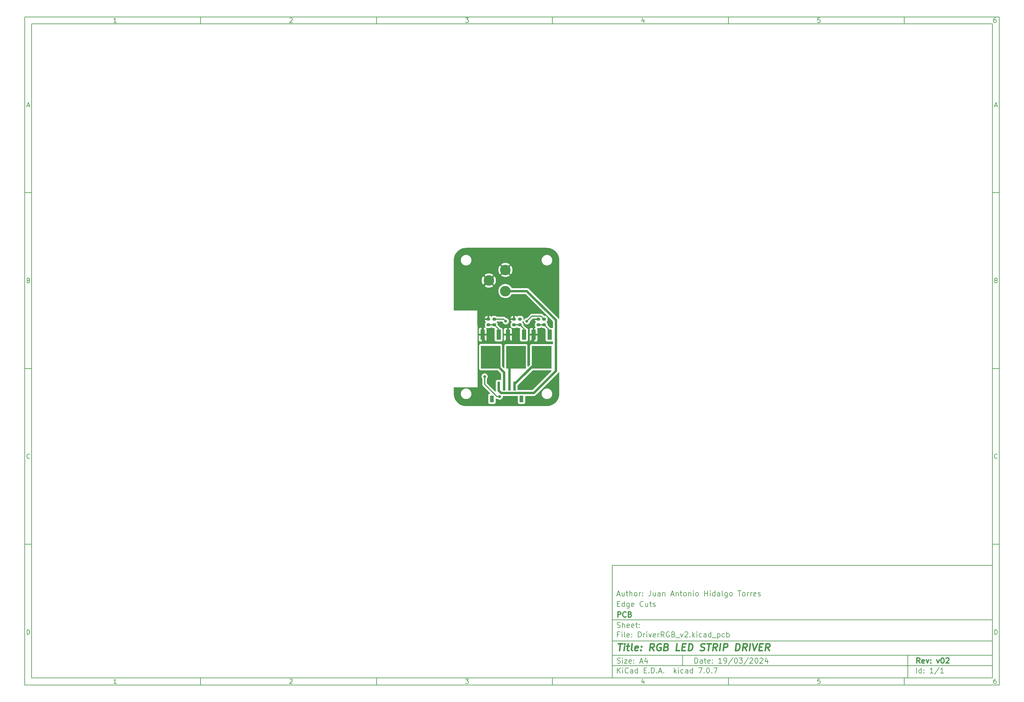
<source format=gbr>
%TF.GenerationSoftware,KiCad,Pcbnew,7.0.7*%
%TF.CreationDate,2024-04-11T18:02:48+02:00*%
%TF.ProjectId,DriverRGB_v2,44726976-6572-4524-9742-5f76322e6b69,v02*%
%TF.SameCoordinates,Original*%
%TF.FileFunction,Copper,L1,Top*%
%TF.FilePolarity,Positive*%
%FSLAX46Y46*%
G04 Gerber Fmt 4.6, Leading zero omitted, Abs format (unit mm)*
G04 Created by KiCad (PCBNEW 7.0.7) date 2024-04-11 18:02:48*
%MOMM*%
%LPD*%
G01*
G04 APERTURE LIST*
G04 Aperture macros list*
%AMRoundRect*
0 Rectangle with rounded corners*
0 $1 Rounding radius*
0 $2 $3 $4 $5 $6 $7 $8 $9 X,Y pos of 4 corners*
0 Add a 4 corners polygon primitive as box body*
4,1,4,$2,$3,$4,$5,$6,$7,$8,$9,$2,$3,0*
0 Add four circle primitives for the rounded corners*
1,1,$1+$1,$2,$3*
1,1,$1+$1,$4,$5*
1,1,$1+$1,$6,$7*
1,1,$1+$1,$8,$9*
0 Add four rect primitives between the rounded corners*
20,1,$1+$1,$2,$3,$4,$5,0*
20,1,$1+$1,$4,$5,$6,$7,0*
20,1,$1+$1,$6,$7,$8,$9,0*
20,1,$1+$1,$8,$9,$2,$3,0*%
G04 Aperture macros list end*
%ADD10C,0.100000*%
%ADD11C,0.150000*%
%ADD12C,0.300000*%
%ADD13C,0.400000*%
%TA.AperFunction,ComponentPad*%
%ADD14C,3.000000*%
%TD*%
%TA.AperFunction,SMDPad,CuDef*%
%ADD15R,1.250000X2.850000*%
%TD*%
%TA.AperFunction,SMDPad,CuDef*%
%ADD16R,5.550000X6.500000*%
%TD*%
%TA.AperFunction,SMDPad,CuDef*%
%ADD17R,0.700000X2.500000*%
%TD*%
%TA.AperFunction,SMDPad,CuDef*%
%ADD18R,1.100000X1.900000*%
%TD*%
%TA.AperFunction,SMDPad,CuDef*%
%ADD19RoundRect,0.200000X-0.275000X0.200000X-0.275000X-0.200000X0.275000X-0.200000X0.275000X0.200000X0*%
%TD*%
%TA.AperFunction,ViaPad*%
%ADD20C,0.800000*%
%TD*%
%TA.AperFunction,Conductor*%
%ADD21C,0.700000*%
%TD*%
%TA.AperFunction,Conductor*%
%ADD22C,0.300000*%
%TD*%
G04 APERTURE END LIST*
D10*
D11*
X177002200Y-166007200D02*
X285002200Y-166007200D01*
X285002200Y-198007200D01*
X177002200Y-198007200D01*
X177002200Y-166007200D01*
D10*
D11*
X10000000Y-10000000D02*
X287002200Y-10000000D01*
X287002200Y-200007200D01*
X10000000Y-200007200D01*
X10000000Y-10000000D01*
D10*
D11*
X12000000Y-12000000D02*
X285002200Y-12000000D01*
X285002200Y-198007200D01*
X12000000Y-198007200D01*
X12000000Y-12000000D01*
D10*
D11*
X60000000Y-12000000D02*
X60000000Y-10000000D01*
D10*
D11*
X110000000Y-12000000D02*
X110000000Y-10000000D01*
D10*
D11*
X160000000Y-12000000D02*
X160000000Y-10000000D01*
D10*
D11*
X210000000Y-12000000D02*
X210000000Y-10000000D01*
D10*
D11*
X260000000Y-12000000D02*
X260000000Y-10000000D01*
D10*
D11*
X36089160Y-11593604D02*
X35346303Y-11593604D01*
X35717731Y-11593604D02*
X35717731Y-10293604D01*
X35717731Y-10293604D02*
X35593922Y-10479319D01*
X35593922Y-10479319D02*
X35470112Y-10603128D01*
X35470112Y-10603128D02*
X35346303Y-10665033D01*
D10*
D11*
X85346303Y-10417414D02*
X85408207Y-10355509D01*
X85408207Y-10355509D02*
X85532017Y-10293604D01*
X85532017Y-10293604D02*
X85841541Y-10293604D01*
X85841541Y-10293604D02*
X85965350Y-10355509D01*
X85965350Y-10355509D02*
X86027255Y-10417414D01*
X86027255Y-10417414D02*
X86089160Y-10541223D01*
X86089160Y-10541223D02*
X86089160Y-10665033D01*
X86089160Y-10665033D02*
X86027255Y-10850747D01*
X86027255Y-10850747D02*
X85284398Y-11593604D01*
X85284398Y-11593604D02*
X86089160Y-11593604D01*
D10*
D11*
X135284398Y-10293604D02*
X136089160Y-10293604D01*
X136089160Y-10293604D02*
X135655826Y-10788842D01*
X135655826Y-10788842D02*
X135841541Y-10788842D01*
X135841541Y-10788842D02*
X135965350Y-10850747D01*
X135965350Y-10850747D02*
X136027255Y-10912652D01*
X136027255Y-10912652D02*
X136089160Y-11036461D01*
X136089160Y-11036461D02*
X136089160Y-11345985D01*
X136089160Y-11345985D02*
X136027255Y-11469795D01*
X136027255Y-11469795D02*
X135965350Y-11531700D01*
X135965350Y-11531700D02*
X135841541Y-11593604D01*
X135841541Y-11593604D02*
X135470112Y-11593604D01*
X135470112Y-11593604D02*
X135346303Y-11531700D01*
X135346303Y-11531700D02*
X135284398Y-11469795D01*
D10*
D11*
X185965350Y-10726938D02*
X185965350Y-11593604D01*
X185655826Y-10231700D02*
X185346303Y-11160271D01*
X185346303Y-11160271D02*
X186151064Y-11160271D01*
D10*
D11*
X236027255Y-10293604D02*
X235408207Y-10293604D01*
X235408207Y-10293604D02*
X235346303Y-10912652D01*
X235346303Y-10912652D02*
X235408207Y-10850747D01*
X235408207Y-10850747D02*
X235532017Y-10788842D01*
X235532017Y-10788842D02*
X235841541Y-10788842D01*
X235841541Y-10788842D02*
X235965350Y-10850747D01*
X235965350Y-10850747D02*
X236027255Y-10912652D01*
X236027255Y-10912652D02*
X236089160Y-11036461D01*
X236089160Y-11036461D02*
X236089160Y-11345985D01*
X236089160Y-11345985D02*
X236027255Y-11469795D01*
X236027255Y-11469795D02*
X235965350Y-11531700D01*
X235965350Y-11531700D02*
X235841541Y-11593604D01*
X235841541Y-11593604D02*
X235532017Y-11593604D01*
X235532017Y-11593604D02*
X235408207Y-11531700D01*
X235408207Y-11531700D02*
X235346303Y-11469795D01*
D10*
D11*
X285965350Y-10293604D02*
X285717731Y-10293604D01*
X285717731Y-10293604D02*
X285593922Y-10355509D01*
X285593922Y-10355509D02*
X285532017Y-10417414D01*
X285532017Y-10417414D02*
X285408207Y-10603128D01*
X285408207Y-10603128D02*
X285346303Y-10850747D01*
X285346303Y-10850747D02*
X285346303Y-11345985D01*
X285346303Y-11345985D02*
X285408207Y-11469795D01*
X285408207Y-11469795D02*
X285470112Y-11531700D01*
X285470112Y-11531700D02*
X285593922Y-11593604D01*
X285593922Y-11593604D02*
X285841541Y-11593604D01*
X285841541Y-11593604D02*
X285965350Y-11531700D01*
X285965350Y-11531700D02*
X286027255Y-11469795D01*
X286027255Y-11469795D02*
X286089160Y-11345985D01*
X286089160Y-11345985D02*
X286089160Y-11036461D01*
X286089160Y-11036461D02*
X286027255Y-10912652D01*
X286027255Y-10912652D02*
X285965350Y-10850747D01*
X285965350Y-10850747D02*
X285841541Y-10788842D01*
X285841541Y-10788842D02*
X285593922Y-10788842D01*
X285593922Y-10788842D02*
X285470112Y-10850747D01*
X285470112Y-10850747D02*
X285408207Y-10912652D01*
X285408207Y-10912652D02*
X285346303Y-11036461D01*
D10*
D11*
X60000000Y-198007200D02*
X60000000Y-200007200D01*
D10*
D11*
X110000000Y-198007200D02*
X110000000Y-200007200D01*
D10*
D11*
X160000000Y-198007200D02*
X160000000Y-200007200D01*
D10*
D11*
X210000000Y-198007200D02*
X210000000Y-200007200D01*
D10*
D11*
X260000000Y-198007200D02*
X260000000Y-200007200D01*
D10*
D11*
X36089160Y-199600804D02*
X35346303Y-199600804D01*
X35717731Y-199600804D02*
X35717731Y-198300804D01*
X35717731Y-198300804D02*
X35593922Y-198486519D01*
X35593922Y-198486519D02*
X35470112Y-198610328D01*
X35470112Y-198610328D02*
X35346303Y-198672233D01*
D10*
D11*
X85346303Y-198424614D02*
X85408207Y-198362709D01*
X85408207Y-198362709D02*
X85532017Y-198300804D01*
X85532017Y-198300804D02*
X85841541Y-198300804D01*
X85841541Y-198300804D02*
X85965350Y-198362709D01*
X85965350Y-198362709D02*
X86027255Y-198424614D01*
X86027255Y-198424614D02*
X86089160Y-198548423D01*
X86089160Y-198548423D02*
X86089160Y-198672233D01*
X86089160Y-198672233D02*
X86027255Y-198857947D01*
X86027255Y-198857947D02*
X85284398Y-199600804D01*
X85284398Y-199600804D02*
X86089160Y-199600804D01*
D10*
D11*
X135284398Y-198300804D02*
X136089160Y-198300804D01*
X136089160Y-198300804D02*
X135655826Y-198796042D01*
X135655826Y-198796042D02*
X135841541Y-198796042D01*
X135841541Y-198796042D02*
X135965350Y-198857947D01*
X135965350Y-198857947D02*
X136027255Y-198919852D01*
X136027255Y-198919852D02*
X136089160Y-199043661D01*
X136089160Y-199043661D02*
X136089160Y-199353185D01*
X136089160Y-199353185D02*
X136027255Y-199476995D01*
X136027255Y-199476995D02*
X135965350Y-199538900D01*
X135965350Y-199538900D02*
X135841541Y-199600804D01*
X135841541Y-199600804D02*
X135470112Y-199600804D01*
X135470112Y-199600804D02*
X135346303Y-199538900D01*
X135346303Y-199538900D02*
X135284398Y-199476995D01*
D10*
D11*
X185965350Y-198734138D02*
X185965350Y-199600804D01*
X185655826Y-198238900D02*
X185346303Y-199167471D01*
X185346303Y-199167471D02*
X186151064Y-199167471D01*
D10*
D11*
X236027255Y-198300804D02*
X235408207Y-198300804D01*
X235408207Y-198300804D02*
X235346303Y-198919852D01*
X235346303Y-198919852D02*
X235408207Y-198857947D01*
X235408207Y-198857947D02*
X235532017Y-198796042D01*
X235532017Y-198796042D02*
X235841541Y-198796042D01*
X235841541Y-198796042D02*
X235965350Y-198857947D01*
X235965350Y-198857947D02*
X236027255Y-198919852D01*
X236027255Y-198919852D02*
X236089160Y-199043661D01*
X236089160Y-199043661D02*
X236089160Y-199353185D01*
X236089160Y-199353185D02*
X236027255Y-199476995D01*
X236027255Y-199476995D02*
X235965350Y-199538900D01*
X235965350Y-199538900D02*
X235841541Y-199600804D01*
X235841541Y-199600804D02*
X235532017Y-199600804D01*
X235532017Y-199600804D02*
X235408207Y-199538900D01*
X235408207Y-199538900D02*
X235346303Y-199476995D01*
D10*
D11*
X285965350Y-198300804D02*
X285717731Y-198300804D01*
X285717731Y-198300804D02*
X285593922Y-198362709D01*
X285593922Y-198362709D02*
X285532017Y-198424614D01*
X285532017Y-198424614D02*
X285408207Y-198610328D01*
X285408207Y-198610328D02*
X285346303Y-198857947D01*
X285346303Y-198857947D02*
X285346303Y-199353185D01*
X285346303Y-199353185D02*
X285408207Y-199476995D01*
X285408207Y-199476995D02*
X285470112Y-199538900D01*
X285470112Y-199538900D02*
X285593922Y-199600804D01*
X285593922Y-199600804D02*
X285841541Y-199600804D01*
X285841541Y-199600804D02*
X285965350Y-199538900D01*
X285965350Y-199538900D02*
X286027255Y-199476995D01*
X286027255Y-199476995D02*
X286089160Y-199353185D01*
X286089160Y-199353185D02*
X286089160Y-199043661D01*
X286089160Y-199043661D02*
X286027255Y-198919852D01*
X286027255Y-198919852D02*
X285965350Y-198857947D01*
X285965350Y-198857947D02*
X285841541Y-198796042D01*
X285841541Y-198796042D02*
X285593922Y-198796042D01*
X285593922Y-198796042D02*
X285470112Y-198857947D01*
X285470112Y-198857947D02*
X285408207Y-198919852D01*
X285408207Y-198919852D02*
X285346303Y-199043661D01*
D10*
D11*
X10000000Y-60000000D02*
X12000000Y-60000000D01*
D10*
D11*
X10000000Y-110000000D02*
X12000000Y-110000000D01*
D10*
D11*
X10000000Y-160000000D02*
X12000000Y-160000000D01*
D10*
D11*
X10690476Y-35222176D02*
X11309523Y-35222176D01*
X10566666Y-35593604D02*
X10999999Y-34293604D01*
X10999999Y-34293604D02*
X11433333Y-35593604D01*
D10*
D11*
X11092857Y-84912652D02*
X11278571Y-84974557D01*
X11278571Y-84974557D02*
X11340476Y-85036461D01*
X11340476Y-85036461D02*
X11402380Y-85160271D01*
X11402380Y-85160271D02*
X11402380Y-85345985D01*
X11402380Y-85345985D02*
X11340476Y-85469795D01*
X11340476Y-85469795D02*
X11278571Y-85531700D01*
X11278571Y-85531700D02*
X11154761Y-85593604D01*
X11154761Y-85593604D02*
X10659523Y-85593604D01*
X10659523Y-85593604D02*
X10659523Y-84293604D01*
X10659523Y-84293604D02*
X11092857Y-84293604D01*
X11092857Y-84293604D02*
X11216666Y-84355509D01*
X11216666Y-84355509D02*
X11278571Y-84417414D01*
X11278571Y-84417414D02*
X11340476Y-84541223D01*
X11340476Y-84541223D02*
X11340476Y-84665033D01*
X11340476Y-84665033D02*
X11278571Y-84788842D01*
X11278571Y-84788842D02*
X11216666Y-84850747D01*
X11216666Y-84850747D02*
X11092857Y-84912652D01*
X11092857Y-84912652D02*
X10659523Y-84912652D01*
D10*
D11*
X11402380Y-135469795D02*
X11340476Y-135531700D01*
X11340476Y-135531700D02*
X11154761Y-135593604D01*
X11154761Y-135593604D02*
X11030952Y-135593604D01*
X11030952Y-135593604D02*
X10845238Y-135531700D01*
X10845238Y-135531700D02*
X10721428Y-135407890D01*
X10721428Y-135407890D02*
X10659523Y-135284080D01*
X10659523Y-135284080D02*
X10597619Y-135036461D01*
X10597619Y-135036461D02*
X10597619Y-134850747D01*
X10597619Y-134850747D02*
X10659523Y-134603128D01*
X10659523Y-134603128D02*
X10721428Y-134479319D01*
X10721428Y-134479319D02*
X10845238Y-134355509D01*
X10845238Y-134355509D02*
X11030952Y-134293604D01*
X11030952Y-134293604D02*
X11154761Y-134293604D01*
X11154761Y-134293604D02*
X11340476Y-134355509D01*
X11340476Y-134355509D02*
X11402380Y-134417414D01*
D10*
D11*
X10659523Y-185593604D02*
X10659523Y-184293604D01*
X10659523Y-184293604D02*
X10969047Y-184293604D01*
X10969047Y-184293604D02*
X11154761Y-184355509D01*
X11154761Y-184355509D02*
X11278571Y-184479319D01*
X11278571Y-184479319D02*
X11340476Y-184603128D01*
X11340476Y-184603128D02*
X11402380Y-184850747D01*
X11402380Y-184850747D02*
X11402380Y-185036461D01*
X11402380Y-185036461D02*
X11340476Y-185284080D01*
X11340476Y-185284080D02*
X11278571Y-185407890D01*
X11278571Y-185407890D02*
X11154761Y-185531700D01*
X11154761Y-185531700D02*
X10969047Y-185593604D01*
X10969047Y-185593604D02*
X10659523Y-185593604D01*
D10*
D11*
X287002200Y-60000000D02*
X285002200Y-60000000D01*
D10*
D11*
X287002200Y-110000000D02*
X285002200Y-110000000D01*
D10*
D11*
X287002200Y-160000000D02*
X285002200Y-160000000D01*
D10*
D11*
X285692676Y-35222176D02*
X286311723Y-35222176D01*
X285568866Y-35593604D02*
X286002199Y-34293604D01*
X286002199Y-34293604D02*
X286435533Y-35593604D01*
D10*
D11*
X286095057Y-84912652D02*
X286280771Y-84974557D01*
X286280771Y-84974557D02*
X286342676Y-85036461D01*
X286342676Y-85036461D02*
X286404580Y-85160271D01*
X286404580Y-85160271D02*
X286404580Y-85345985D01*
X286404580Y-85345985D02*
X286342676Y-85469795D01*
X286342676Y-85469795D02*
X286280771Y-85531700D01*
X286280771Y-85531700D02*
X286156961Y-85593604D01*
X286156961Y-85593604D02*
X285661723Y-85593604D01*
X285661723Y-85593604D02*
X285661723Y-84293604D01*
X285661723Y-84293604D02*
X286095057Y-84293604D01*
X286095057Y-84293604D02*
X286218866Y-84355509D01*
X286218866Y-84355509D02*
X286280771Y-84417414D01*
X286280771Y-84417414D02*
X286342676Y-84541223D01*
X286342676Y-84541223D02*
X286342676Y-84665033D01*
X286342676Y-84665033D02*
X286280771Y-84788842D01*
X286280771Y-84788842D02*
X286218866Y-84850747D01*
X286218866Y-84850747D02*
X286095057Y-84912652D01*
X286095057Y-84912652D02*
X285661723Y-84912652D01*
D10*
D11*
X286404580Y-135469795D02*
X286342676Y-135531700D01*
X286342676Y-135531700D02*
X286156961Y-135593604D01*
X286156961Y-135593604D02*
X286033152Y-135593604D01*
X286033152Y-135593604D02*
X285847438Y-135531700D01*
X285847438Y-135531700D02*
X285723628Y-135407890D01*
X285723628Y-135407890D02*
X285661723Y-135284080D01*
X285661723Y-135284080D02*
X285599819Y-135036461D01*
X285599819Y-135036461D02*
X285599819Y-134850747D01*
X285599819Y-134850747D02*
X285661723Y-134603128D01*
X285661723Y-134603128D02*
X285723628Y-134479319D01*
X285723628Y-134479319D02*
X285847438Y-134355509D01*
X285847438Y-134355509D02*
X286033152Y-134293604D01*
X286033152Y-134293604D02*
X286156961Y-134293604D01*
X286156961Y-134293604D02*
X286342676Y-134355509D01*
X286342676Y-134355509D02*
X286404580Y-134417414D01*
D10*
D11*
X285661723Y-185593604D02*
X285661723Y-184293604D01*
X285661723Y-184293604D02*
X285971247Y-184293604D01*
X285971247Y-184293604D02*
X286156961Y-184355509D01*
X286156961Y-184355509D02*
X286280771Y-184479319D01*
X286280771Y-184479319D02*
X286342676Y-184603128D01*
X286342676Y-184603128D02*
X286404580Y-184850747D01*
X286404580Y-184850747D02*
X286404580Y-185036461D01*
X286404580Y-185036461D02*
X286342676Y-185284080D01*
X286342676Y-185284080D02*
X286280771Y-185407890D01*
X286280771Y-185407890D02*
X286156961Y-185531700D01*
X286156961Y-185531700D02*
X285971247Y-185593604D01*
X285971247Y-185593604D02*
X285661723Y-185593604D01*
D10*
D11*
X200458026Y-193793328D02*
X200458026Y-192293328D01*
X200458026Y-192293328D02*
X200815169Y-192293328D01*
X200815169Y-192293328D02*
X201029455Y-192364757D01*
X201029455Y-192364757D02*
X201172312Y-192507614D01*
X201172312Y-192507614D02*
X201243741Y-192650471D01*
X201243741Y-192650471D02*
X201315169Y-192936185D01*
X201315169Y-192936185D02*
X201315169Y-193150471D01*
X201315169Y-193150471D02*
X201243741Y-193436185D01*
X201243741Y-193436185D02*
X201172312Y-193579042D01*
X201172312Y-193579042D02*
X201029455Y-193721900D01*
X201029455Y-193721900D02*
X200815169Y-193793328D01*
X200815169Y-193793328D02*
X200458026Y-193793328D01*
X202600884Y-193793328D02*
X202600884Y-193007614D01*
X202600884Y-193007614D02*
X202529455Y-192864757D01*
X202529455Y-192864757D02*
X202386598Y-192793328D01*
X202386598Y-192793328D02*
X202100884Y-192793328D01*
X202100884Y-192793328D02*
X201958026Y-192864757D01*
X202600884Y-193721900D02*
X202458026Y-193793328D01*
X202458026Y-193793328D02*
X202100884Y-193793328D01*
X202100884Y-193793328D02*
X201958026Y-193721900D01*
X201958026Y-193721900D02*
X201886598Y-193579042D01*
X201886598Y-193579042D02*
X201886598Y-193436185D01*
X201886598Y-193436185D02*
X201958026Y-193293328D01*
X201958026Y-193293328D02*
X202100884Y-193221900D01*
X202100884Y-193221900D02*
X202458026Y-193221900D01*
X202458026Y-193221900D02*
X202600884Y-193150471D01*
X203100884Y-192793328D02*
X203672312Y-192793328D01*
X203315169Y-192293328D02*
X203315169Y-193579042D01*
X203315169Y-193579042D02*
X203386598Y-193721900D01*
X203386598Y-193721900D02*
X203529455Y-193793328D01*
X203529455Y-193793328D02*
X203672312Y-193793328D01*
X204743741Y-193721900D02*
X204600884Y-193793328D01*
X204600884Y-193793328D02*
X204315170Y-193793328D01*
X204315170Y-193793328D02*
X204172312Y-193721900D01*
X204172312Y-193721900D02*
X204100884Y-193579042D01*
X204100884Y-193579042D02*
X204100884Y-193007614D01*
X204100884Y-193007614D02*
X204172312Y-192864757D01*
X204172312Y-192864757D02*
X204315170Y-192793328D01*
X204315170Y-192793328D02*
X204600884Y-192793328D01*
X204600884Y-192793328D02*
X204743741Y-192864757D01*
X204743741Y-192864757D02*
X204815170Y-193007614D01*
X204815170Y-193007614D02*
X204815170Y-193150471D01*
X204815170Y-193150471D02*
X204100884Y-193293328D01*
X205458026Y-193650471D02*
X205529455Y-193721900D01*
X205529455Y-193721900D02*
X205458026Y-193793328D01*
X205458026Y-193793328D02*
X205386598Y-193721900D01*
X205386598Y-193721900D02*
X205458026Y-193650471D01*
X205458026Y-193650471D02*
X205458026Y-193793328D01*
X205458026Y-192864757D02*
X205529455Y-192936185D01*
X205529455Y-192936185D02*
X205458026Y-193007614D01*
X205458026Y-193007614D02*
X205386598Y-192936185D01*
X205386598Y-192936185D02*
X205458026Y-192864757D01*
X205458026Y-192864757D02*
X205458026Y-193007614D01*
X208100884Y-193793328D02*
X207243741Y-193793328D01*
X207672312Y-193793328D02*
X207672312Y-192293328D01*
X207672312Y-192293328D02*
X207529455Y-192507614D01*
X207529455Y-192507614D02*
X207386598Y-192650471D01*
X207386598Y-192650471D02*
X207243741Y-192721900D01*
X208815169Y-193793328D02*
X209100883Y-193793328D01*
X209100883Y-193793328D02*
X209243740Y-193721900D01*
X209243740Y-193721900D02*
X209315169Y-193650471D01*
X209315169Y-193650471D02*
X209458026Y-193436185D01*
X209458026Y-193436185D02*
X209529455Y-193150471D01*
X209529455Y-193150471D02*
X209529455Y-192579042D01*
X209529455Y-192579042D02*
X209458026Y-192436185D01*
X209458026Y-192436185D02*
X209386598Y-192364757D01*
X209386598Y-192364757D02*
X209243740Y-192293328D01*
X209243740Y-192293328D02*
X208958026Y-192293328D01*
X208958026Y-192293328D02*
X208815169Y-192364757D01*
X208815169Y-192364757D02*
X208743740Y-192436185D01*
X208743740Y-192436185D02*
X208672312Y-192579042D01*
X208672312Y-192579042D02*
X208672312Y-192936185D01*
X208672312Y-192936185D02*
X208743740Y-193079042D01*
X208743740Y-193079042D02*
X208815169Y-193150471D01*
X208815169Y-193150471D02*
X208958026Y-193221900D01*
X208958026Y-193221900D02*
X209243740Y-193221900D01*
X209243740Y-193221900D02*
X209386598Y-193150471D01*
X209386598Y-193150471D02*
X209458026Y-193079042D01*
X209458026Y-193079042D02*
X209529455Y-192936185D01*
X211243740Y-192221900D02*
X209958026Y-194150471D01*
X212029455Y-192293328D02*
X212172312Y-192293328D01*
X212172312Y-192293328D02*
X212315169Y-192364757D01*
X212315169Y-192364757D02*
X212386598Y-192436185D01*
X212386598Y-192436185D02*
X212458026Y-192579042D01*
X212458026Y-192579042D02*
X212529455Y-192864757D01*
X212529455Y-192864757D02*
X212529455Y-193221900D01*
X212529455Y-193221900D02*
X212458026Y-193507614D01*
X212458026Y-193507614D02*
X212386598Y-193650471D01*
X212386598Y-193650471D02*
X212315169Y-193721900D01*
X212315169Y-193721900D02*
X212172312Y-193793328D01*
X212172312Y-193793328D02*
X212029455Y-193793328D01*
X212029455Y-193793328D02*
X211886598Y-193721900D01*
X211886598Y-193721900D02*
X211815169Y-193650471D01*
X211815169Y-193650471D02*
X211743740Y-193507614D01*
X211743740Y-193507614D02*
X211672312Y-193221900D01*
X211672312Y-193221900D02*
X211672312Y-192864757D01*
X211672312Y-192864757D02*
X211743740Y-192579042D01*
X211743740Y-192579042D02*
X211815169Y-192436185D01*
X211815169Y-192436185D02*
X211886598Y-192364757D01*
X211886598Y-192364757D02*
X212029455Y-192293328D01*
X213029454Y-192293328D02*
X213958026Y-192293328D01*
X213958026Y-192293328D02*
X213458026Y-192864757D01*
X213458026Y-192864757D02*
X213672311Y-192864757D01*
X213672311Y-192864757D02*
X213815169Y-192936185D01*
X213815169Y-192936185D02*
X213886597Y-193007614D01*
X213886597Y-193007614D02*
X213958026Y-193150471D01*
X213958026Y-193150471D02*
X213958026Y-193507614D01*
X213958026Y-193507614D02*
X213886597Y-193650471D01*
X213886597Y-193650471D02*
X213815169Y-193721900D01*
X213815169Y-193721900D02*
X213672311Y-193793328D01*
X213672311Y-193793328D02*
X213243740Y-193793328D01*
X213243740Y-193793328D02*
X213100883Y-193721900D01*
X213100883Y-193721900D02*
X213029454Y-193650471D01*
X215672311Y-192221900D02*
X214386597Y-194150471D01*
X216100883Y-192436185D02*
X216172311Y-192364757D01*
X216172311Y-192364757D02*
X216315169Y-192293328D01*
X216315169Y-192293328D02*
X216672311Y-192293328D01*
X216672311Y-192293328D02*
X216815169Y-192364757D01*
X216815169Y-192364757D02*
X216886597Y-192436185D01*
X216886597Y-192436185D02*
X216958026Y-192579042D01*
X216958026Y-192579042D02*
X216958026Y-192721900D01*
X216958026Y-192721900D02*
X216886597Y-192936185D01*
X216886597Y-192936185D02*
X216029454Y-193793328D01*
X216029454Y-193793328D02*
X216958026Y-193793328D01*
X217886597Y-192293328D02*
X218029454Y-192293328D01*
X218029454Y-192293328D02*
X218172311Y-192364757D01*
X218172311Y-192364757D02*
X218243740Y-192436185D01*
X218243740Y-192436185D02*
X218315168Y-192579042D01*
X218315168Y-192579042D02*
X218386597Y-192864757D01*
X218386597Y-192864757D02*
X218386597Y-193221900D01*
X218386597Y-193221900D02*
X218315168Y-193507614D01*
X218315168Y-193507614D02*
X218243740Y-193650471D01*
X218243740Y-193650471D02*
X218172311Y-193721900D01*
X218172311Y-193721900D02*
X218029454Y-193793328D01*
X218029454Y-193793328D02*
X217886597Y-193793328D01*
X217886597Y-193793328D02*
X217743740Y-193721900D01*
X217743740Y-193721900D02*
X217672311Y-193650471D01*
X217672311Y-193650471D02*
X217600882Y-193507614D01*
X217600882Y-193507614D02*
X217529454Y-193221900D01*
X217529454Y-193221900D02*
X217529454Y-192864757D01*
X217529454Y-192864757D02*
X217600882Y-192579042D01*
X217600882Y-192579042D02*
X217672311Y-192436185D01*
X217672311Y-192436185D02*
X217743740Y-192364757D01*
X217743740Y-192364757D02*
X217886597Y-192293328D01*
X218958025Y-192436185D02*
X219029453Y-192364757D01*
X219029453Y-192364757D02*
X219172311Y-192293328D01*
X219172311Y-192293328D02*
X219529453Y-192293328D01*
X219529453Y-192293328D02*
X219672311Y-192364757D01*
X219672311Y-192364757D02*
X219743739Y-192436185D01*
X219743739Y-192436185D02*
X219815168Y-192579042D01*
X219815168Y-192579042D02*
X219815168Y-192721900D01*
X219815168Y-192721900D02*
X219743739Y-192936185D01*
X219743739Y-192936185D02*
X218886596Y-193793328D01*
X218886596Y-193793328D02*
X219815168Y-193793328D01*
X221100882Y-192793328D02*
X221100882Y-193793328D01*
X220743739Y-192221900D02*
X220386596Y-193293328D01*
X220386596Y-193293328D02*
X221315167Y-193293328D01*
D10*
D11*
X177002200Y-194507200D02*
X285002200Y-194507200D01*
D10*
D11*
X178458026Y-196593328D02*
X178458026Y-195093328D01*
X179315169Y-196593328D02*
X178672312Y-195736185D01*
X179315169Y-195093328D02*
X178458026Y-195950471D01*
X179958026Y-196593328D02*
X179958026Y-195593328D01*
X179958026Y-195093328D02*
X179886598Y-195164757D01*
X179886598Y-195164757D02*
X179958026Y-195236185D01*
X179958026Y-195236185D02*
X180029455Y-195164757D01*
X180029455Y-195164757D02*
X179958026Y-195093328D01*
X179958026Y-195093328D02*
X179958026Y-195236185D01*
X181529455Y-196450471D02*
X181458027Y-196521900D01*
X181458027Y-196521900D02*
X181243741Y-196593328D01*
X181243741Y-196593328D02*
X181100884Y-196593328D01*
X181100884Y-196593328D02*
X180886598Y-196521900D01*
X180886598Y-196521900D02*
X180743741Y-196379042D01*
X180743741Y-196379042D02*
X180672312Y-196236185D01*
X180672312Y-196236185D02*
X180600884Y-195950471D01*
X180600884Y-195950471D02*
X180600884Y-195736185D01*
X180600884Y-195736185D02*
X180672312Y-195450471D01*
X180672312Y-195450471D02*
X180743741Y-195307614D01*
X180743741Y-195307614D02*
X180886598Y-195164757D01*
X180886598Y-195164757D02*
X181100884Y-195093328D01*
X181100884Y-195093328D02*
X181243741Y-195093328D01*
X181243741Y-195093328D02*
X181458027Y-195164757D01*
X181458027Y-195164757D02*
X181529455Y-195236185D01*
X182815170Y-196593328D02*
X182815170Y-195807614D01*
X182815170Y-195807614D02*
X182743741Y-195664757D01*
X182743741Y-195664757D02*
X182600884Y-195593328D01*
X182600884Y-195593328D02*
X182315170Y-195593328D01*
X182315170Y-195593328D02*
X182172312Y-195664757D01*
X182815170Y-196521900D02*
X182672312Y-196593328D01*
X182672312Y-196593328D02*
X182315170Y-196593328D01*
X182315170Y-196593328D02*
X182172312Y-196521900D01*
X182172312Y-196521900D02*
X182100884Y-196379042D01*
X182100884Y-196379042D02*
X182100884Y-196236185D01*
X182100884Y-196236185D02*
X182172312Y-196093328D01*
X182172312Y-196093328D02*
X182315170Y-196021900D01*
X182315170Y-196021900D02*
X182672312Y-196021900D01*
X182672312Y-196021900D02*
X182815170Y-195950471D01*
X184172313Y-196593328D02*
X184172313Y-195093328D01*
X184172313Y-196521900D02*
X184029455Y-196593328D01*
X184029455Y-196593328D02*
X183743741Y-196593328D01*
X183743741Y-196593328D02*
X183600884Y-196521900D01*
X183600884Y-196521900D02*
X183529455Y-196450471D01*
X183529455Y-196450471D02*
X183458027Y-196307614D01*
X183458027Y-196307614D02*
X183458027Y-195879042D01*
X183458027Y-195879042D02*
X183529455Y-195736185D01*
X183529455Y-195736185D02*
X183600884Y-195664757D01*
X183600884Y-195664757D02*
X183743741Y-195593328D01*
X183743741Y-195593328D02*
X184029455Y-195593328D01*
X184029455Y-195593328D02*
X184172313Y-195664757D01*
X186029455Y-195807614D02*
X186529455Y-195807614D01*
X186743741Y-196593328D02*
X186029455Y-196593328D01*
X186029455Y-196593328D02*
X186029455Y-195093328D01*
X186029455Y-195093328D02*
X186743741Y-195093328D01*
X187386598Y-196450471D02*
X187458027Y-196521900D01*
X187458027Y-196521900D02*
X187386598Y-196593328D01*
X187386598Y-196593328D02*
X187315170Y-196521900D01*
X187315170Y-196521900D02*
X187386598Y-196450471D01*
X187386598Y-196450471D02*
X187386598Y-196593328D01*
X188100884Y-196593328D02*
X188100884Y-195093328D01*
X188100884Y-195093328D02*
X188458027Y-195093328D01*
X188458027Y-195093328D02*
X188672313Y-195164757D01*
X188672313Y-195164757D02*
X188815170Y-195307614D01*
X188815170Y-195307614D02*
X188886599Y-195450471D01*
X188886599Y-195450471D02*
X188958027Y-195736185D01*
X188958027Y-195736185D02*
X188958027Y-195950471D01*
X188958027Y-195950471D02*
X188886599Y-196236185D01*
X188886599Y-196236185D02*
X188815170Y-196379042D01*
X188815170Y-196379042D02*
X188672313Y-196521900D01*
X188672313Y-196521900D02*
X188458027Y-196593328D01*
X188458027Y-196593328D02*
X188100884Y-196593328D01*
X189600884Y-196450471D02*
X189672313Y-196521900D01*
X189672313Y-196521900D02*
X189600884Y-196593328D01*
X189600884Y-196593328D02*
X189529456Y-196521900D01*
X189529456Y-196521900D02*
X189600884Y-196450471D01*
X189600884Y-196450471D02*
X189600884Y-196593328D01*
X190243742Y-196164757D02*
X190958028Y-196164757D01*
X190100885Y-196593328D02*
X190600885Y-195093328D01*
X190600885Y-195093328D02*
X191100885Y-196593328D01*
X191600884Y-196450471D02*
X191672313Y-196521900D01*
X191672313Y-196521900D02*
X191600884Y-196593328D01*
X191600884Y-196593328D02*
X191529456Y-196521900D01*
X191529456Y-196521900D02*
X191600884Y-196450471D01*
X191600884Y-196450471D02*
X191600884Y-196593328D01*
X194600884Y-196593328D02*
X194600884Y-195093328D01*
X194743742Y-196021900D02*
X195172313Y-196593328D01*
X195172313Y-195593328D02*
X194600884Y-196164757D01*
X195815170Y-196593328D02*
X195815170Y-195593328D01*
X195815170Y-195093328D02*
X195743742Y-195164757D01*
X195743742Y-195164757D02*
X195815170Y-195236185D01*
X195815170Y-195236185D02*
X195886599Y-195164757D01*
X195886599Y-195164757D02*
X195815170Y-195093328D01*
X195815170Y-195093328D02*
X195815170Y-195236185D01*
X197172314Y-196521900D02*
X197029456Y-196593328D01*
X197029456Y-196593328D02*
X196743742Y-196593328D01*
X196743742Y-196593328D02*
X196600885Y-196521900D01*
X196600885Y-196521900D02*
X196529456Y-196450471D01*
X196529456Y-196450471D02*
X196458028Y-196307614D01*
X196458028Y-196307614D02*
X196458028Y-195879042D01*
X196458028Y-195879042D02*
X196529456Y-195736185D01*
X196529456Y-195736185D02*
X196600885Y-195664757D01*
X196600885Y-195664757D02*
X196743742Y-195593328D01*
X196743742Y-195593328D02*
X197029456Y-195593328D01*
X197029456Y-195593328D02*
X197172314Y-195664757D01*
X198458028Y-196593328D02*
X198458028Y-195807614D01*
X198458028Y-195807614D02*
X198386599Y-195664757D01*
X198386599Y-195664757D02*
X198243742Y-195593328D01*
X198243742Y-195593328D02*
X197958028Y-195593328D01*
X197958028Y-195593328D02*
X197815170Y-195664757D01*
X198458028Y-196521900D02*
X198315170Y-196593328D01*
X198315170Y-196593328D02*
X197958028Y-196593328D01*
X197958028Y-196593328D02*
X197815170Y-196521900D01*
X197815170Y-196521900D02*
X197743742Y-196379042D01*
X197743742Y-196379042D02*
X197743742Y-196236185D01*
X197743742Y-196236185D02*
X197815170Y-196093328D01*
X197815170Y-196093328D02*
X197958028Y-196021900D01*
X197958028Y-196021900D02*
X198315170Y-196021900D01*
X198315170Y-196021900D02*
X198458028Y-195950471D01*
X199815171Y-196593328D02*
X199815171Y-195093328D01*
X199815171Y-196521900D02*
X199672313Y-196593328D01*
X199672313Y-196593328D02*
X199386599Y-196593328D01*
X199386599Y-196593328D02*
X199243742Y-196521900D01*
X199243742Y-196521900D02*
X199172313Y-196450471D01*
X199172313Y-196450471D02*
X199100885Y-196307614D01*
X199100885Y-196307614D02*
X199100885Y-195879042D01*
X199100885Y-195879042D02*
X199172313Y-195736185D01*
X199172313Y-195736185D02*
X199243742Y-195664757D01*
X199243742Y-195664757D02*
X199386599Y-195593328D01*
X199386599Y-195593328D02*
X199672313Y-195593328D01*
X199672313Y-195593328D02*
X199815171Y-195664757D01*
X201529456Y-195093328D02*
X202529456Y-195093328D01*
X202529456Y-195093328D02*
X201886599Y-196593328D01*
X203100884Y-196450471D02*
X203172313Y-196521900D01*
X203172313Y-196521900D02*
X203100884Y-196593328D01*
X203100884Y-196593328D02*
X203029456Y-196521900D01*
X203029456Y-196521900D02*
X203100884Y-196450471D01*
X203100884Y-196450471D02*
X203100884Y-196593328D01*
X204100885Y-195093328D02*
X204243742Y-195093328D01*
X204243742Y-195093328D02*
X204386599Y-195164757D01*
X204386599Y-195164757D02*
X204458028Y-195236185D01*
X204458028Y-195236185D02*
X204529456Y-195379042D01*
X204529456Y-195379042D02*
X204600885Y-195664757D01*
X204600885Y-195664757D02*
X204600885Y-196021900D01*
X204600885Y-196021900D02*
X204529456Y-196307614D01*
X204529456Y-196307614D02*
X204458028Y-196450471D01*
X204458028Y-196450471D02*
X204386599Y-196521900D01*
X204386599Y-196521900D02*
X204243742Y-196593328D01*
X204243742Y-196593328D02*
X204100885Y-196593328D01*
X204100885Y-196593328D02*
X203958028Y-196521900D01*
X203958028Y-196521900D02*
X203886599Y-196450471D01*
X203886599Y-196450471D02*
X203815170Y-196307614D01*
X203815170Y-196307614D02*
X203743742Y-196021900D01*
X203743742Y-196021900D02*
X203743742Y-195664757D01*
X203743742Y-195664757D02*
X203815170Y-195379042D01*
X203815170Y-195379042D02*
X203886599Y-195236185D01*
X203886599Y-195236185D02*
X203958028Y-195164757D01*
X203958028Y-195164757D02*
X204100885Y-195093328D01*
X205243741Y-196450471D02*
X205315170Y-196521900D01*
X205315170Y-196521900D02*
X205243741Y-196593328D01*
X205243741Y-196593328D02*
X205172313Y-196521900D01*
X205172313Y-196521900D02*
X205243741Y-196450471D01*
X205243741Y-196450471D02*
X205243741Y-196593328D01*
X205815170Y-195093328D02*
X206815170Y-195093328D01*
X206815170Y-195093328D02*
X206172313Y-196593328D01*
D10*
D11*
X177002200Y-191507200D02*
X285002200Y-191507200D01*
D10*
D12*
X264413853Y-193785528D02*
X263913853Y-193071242D01*
X263556710Y-193785528D02*
X263556710Y-192285528D01*
X263556710Y-192285528D02*
X264128139Y-192285528D01*
X264128139Y-192285528D02*
X264270996Y-192356957D01*
X264270996Y-192356957D02*
X264342425Y-192428385D01*
X264342425Y-192428385D02*
X264413853Y-192571242D01*
X264413853Y-192571242D02*
X264413853Y-192785528D01*
X264413853Y-192785528D02*
X264342425Y-192928385D01*
X264342425Y-192928385D02*
X264270996Y-192999814D01*
X264270996Y-192999814D02*
X264128139Y-193071242D01*
X264128139Y-193071242D02*
X263556710Y-193071242D01*
X265628139Y-193714100D02*
X265485282Y-193785528D01*
X265485282Y-193785528D02*
X265199568Y-193785528D01*
X265199568Y-193785528D02*
X265056710Y-193714100D01*
X265056710Y-193714100D02*
X264985282Y-193571242D01*
X264985282Y-193571242D02*
X264985282Y-192999814D01*
X264985282Y-192999814D02*
X265056710Y-192856957D01*
X265056710Y-192856957D02*
X265199568Y-192785528D01*
X265199568Y-192785528D02*
X265485282Y-192785528D01*
X265485282Y-192785528D02*
X265628139Y-192856957D01*
X265628139Y-192856957D02*
X265699568Y-192999814D01*
X265699568Y-192999814D02*
X265699568Y-193142671D01*
X265699568Y-193142671D02*
X264985282Y-193285528D01*
X266199567Y-192785528D02*
X266556710Y-193785528D01*
X266556710Y-193785528D02*
X266913853Y-192785528D01*
X267485281Y-193642671D02*
X267556710Y-193714100D01*
X267556710Y-193714100D02*
X267485281Y-193785528D01*
X267485281Y-193785528D02*
X267413853Y-193714100D01*
X267413853Y-193714100D02*
X267485281Y-193642671D01*
X267485281Y-193642671D02*
X267485281Y-193785528D01*
X267485281Y-192856957D02*
X267556710Y-192928385D01*
X267556710Y-192928385D02*
X267485281Y-192999814D01*
X267485281Y-192999814D02*
X267413853Y-192928385D01*
X267413853Y-192928385D02*
X267485281Y-192856957D01*
X267485281Y-192856957D02*
X267485281Y-192999814D01*
X269199567Y-192785528D02*
X269556710Y-193785528D01*
X269556710Y-193785528D02*
X269913853Y-192785528D01*
X270770996Y-192285528D02*
X270913853Y-192285528D01*
X270913853Y-192285528D02*
X271056710Y-192356957D01*
X271056710Y-192356957D02*
X271128139Y-192428385D01*
X271128139Y-192428385D02*
X271199567Y-192571242D01*
X271199567Y-192571242D02*
X271270996Y-192856957D01*
X271270996Y-192856957D02*
X271270996Y-193214100D01*
X271270996Y-193214100D02*
X271199567Y-193499814D01*
X271199567Y-193499814D02*
X271128139Y-193642671D01*
X271128139Y-193642671D02*
X271056710Y-193714100D01*
X271056710Y-193714100D02*
X270913853Y-193785528D01*
X270913853Y-193785528D02*
X270770996Y-193785528D01*
X270770996Y-193785528D02*
X270628139Y-193714100D01*
X270628139Y-193714100D02*
X270556710Y-193642671D01*
X270556710Y-193642671D02*
X270485281Y-193499814D01*
X270485281Y-193499814D02*
X270413853Y-193214100D01*
X270413853Y-193214100D02*
X270413853Y-192856957D01*
X270413853Y-192856957D02*
X270485281Y-192571242D01*
X270485281Y-192571242D02*
X270556710Y-192428385D01*
X270556710Y-192428385D02*
X270628139Y-192356957D01*
X270628139Y-192356957D02*
X270770996Y-192285528D01*
X271842424Y-192428385D02*
X271913852Y-192356957D01*
X271913852Y-192356957D02*
X272056710Y-192285528D01*
X272056710Y-192285528D02*
X272413852Y-192285528D01*
X272413852Y-192285528D02*
X272556710Y-192356957D01*
X272556710Y-192356957D02*
X272628138Y-192428385D01*
X272628138Y-192428385D02*
X272699567Y-192571242D01*
X272699567Y-192571242D02*
X272699567Y-192714100D01*
X272699567Y-192714100D02*
X272628138Y-192928385D01*
X272628138Y-192928385D02*
X271770995Y-193785528D01*
X271770995Y-193785528D02*
X272699567Y-193785528D01*
D10*
D11*
X178386598Y-193721900D02*
X178600884Y-193793328D01*
X178600884Y-193793328D02*
X178958026Y-193793328D01*
X178958026Y-193793328D02*
X179100884Y-193721900D01*
X179100884Y-193721900D02*
X179172312Y-193650471D01*
X179172312Y-193650471D02*
X179243741Y-193507614D01*
X179243741Y-193507614D02*
X179243741Y-193364757D01*
X179243741Y-193364757D02*
X179172312Y-193221900D01*
X179172312Y-193221900D02*
X179100884Y-193150471D01*
X179100884Y-193150471D02*
X178958026Y-193079042D01*
X178958026Y-193079042D02*
X178672312Y-193007614D01*
X178672312Y-193007614D02*
X178529455Y-192936185D01*
X178529455Y-192936185D02*
X178458026Y-192864757D01*
X178458026Y-192864757D02*
X178386598Y-192721900D01*
X178386598Y-192721900D02*
X178386598Y-192579042D01*
X178386598Y-192579042D02*
X178458026Y-192436185D01*
X178458026Y-192436185D02*
X178529455Y-192364757D01*
X178529455Y-192364757D02*
X178672312Y-192293328D01*
X178672312Y-192293328D02*
X179029455Y-192293328D01*
X179029455Y-192293328D02*
X179243741Y-192364757D01*
X179886597Y-193793328D02*
X179886597Y-192793328D01*
X179886597Y-192293328D02*
X179815169Y-192364757D01*
X179815169Y-192364757D02*
X179886597Y-192436185D01*
X179886597Y-192436185D02*
X179958026Y-192364757D01*
X179958026Y-192364757D02*
X179886597Y-192293328D01*
X179886597Y-192293328D02*
X179886597Y-192436185D01*
X180458026Y-192793328D02*
X181243741Y-192793328D01*
X181243741Y-192793328D02*
X180458026Y-193793328D01*
X180458026Y-193793328D02*
X181243741Y-193793328D01*
X182386598Y-193721900D02*
X182243741Y-193793328D01*
X182243741Y-193793328D02*
X181958027Y-193793328D01*
X181958027Y-193793328D02*
X181815169Y-193721900D01*
X181815169Y-193721900D02*
X181743741Y-193579042D01*
X181743741Y-193579042D02*
X181743741Y-193007614D01*
X181743741Y-193007614D02*
X181815169Y-192864757D01*
X181815169Y-192864757D02*
X181958027Y-192793328D01*
X181958027Y-192793328D02*
X182243741Y-192793328D01*
X182243741Y-192793328D02*
X182386598Y-192864757D01*
X182386598Y-192864757D02*
X182458027Y-193007614D01*
X182458027Y-193007614D02*
X182458027Y-193150471D01*
X182458027Y-193150471D02*
X181743741Y-193293328D01*
X183100883Y-193650471D02*
X183172312Y-193721900D01*
X183172312Y-193721900D02*
X183100883Y-193793328D01*
X183100883Y-193793328D02*
X183029455Y-193721900D01*
X183029455Y-193721900D02*
X183100883Y-193650471D01*
X183100883Y-193650471D02*
X183100883Y-193793328D01*
X183100883Y-192864757D02*
X183172312Y-192936185D01*
X183172312Y-192936185D02*
X183100883Y-193007614D01*
X183100883Y-193007614D02*
X183029455Y-192936185D01*
X183029455Y-192936185D02*
X183100883Y-192864757D01*
X183100883Y-192864757D02*
X183100883Y-193007614D01*
X184886598Y-193364757D02*
X185600884Y-193364757D01*
X184743741Y-193793328D02*
X185243741Y-192293328D01*
X185243741Y-192293328D02*
X185743741Y-193793328D01*
X186886598Y-192793328D02*
X186886598Y-193793328D01*
X186529455Y-192221900D02*
X186172312Y-193293328D01*
X186172312Y-193293328D02*
X187100883Y-193293328D01*
D10*
D11*
X263458026Y-196593328D02*
X263458026Y-195093328D01*
X264815170Y-196593328D02*
X264815170Y-195093328D01*
X264815170Y-196521900D02*
X264672312Y-196593328D01*
X264672312Y-196593328D02*
X264386598Y-196593328D01*
X264386598Y-196593328D02*
X264243741Y-196521900D01*
X264243741Y-196521900D02*
X264172312Y-196450471D01*
X264172312Y-196450471D02*
X264100884Y-196307614D01*
X264100884Y-196307614D02*
X264100884Y-195879042D01*
X264100884Y-195879042D02*
X264172312Y-195736185D01*
X264172312Y-195736185D02*
X264243741Y-195664757D01*
X264243741Y-195664757D02*
X264386598Y-195593328D01*
X264386598Y-195593328D02*
X264672312Y-195593328D01*
X264672312Y-195593328D02*
X264815170Y-195664757D01*
X265529455Y-196450471D02*
X265600884Y-196521900D01*
X265600884Y-196521900D02*
X265529455Y-196593328D01*
X265529455Y-196593328D02*
X265458027Y-196521900D01*
X265458027Y-196521900D02*
X265529455Y-196450471D01*
X265529455Y-196450471D02*
X265529455Y-196593328D01*
X265529455Y-195664757D02*
X265600884Y-195736185D01*
X265600884Y-195736185D02*
X265529455Y-195807614D01*
X265529455Y-195807614D02*
X265458027Y-195736185D01*
X265458027Y-195736185D02*
X265529455Y-195664757D01*
X265529455Y-195664757D02*
X265529455Y-195807614D01*
X268172313Y-196593328D02*
X267315170Y-196593328D01*
X267743741Y-196593328D02*
X267743741Y-195093328D01*
X267743741Y-195093328D02*
X267600884Y-195307614D01*
X267600884Y-195307614D02*
X267458027Y-195450471D01*
X267458027Y-195450471D02*
X267315170Y-195521900D01*
X269886598Y-195021900D02*
X268600884Y-196950471D01*
X271172313Y-196593328D02*
X270315170Y-196593328D01*
X270743741Y-196593328D02*
X270743741Y-195093328D01*
X270743741Y-195093328D02*
X270600884Y-195307614D01*
X270600884Y-195307614D02*
X270458027Y-195450471D01*
X270458027Y-195450471D02*
X270315170Y-195521900D01*
D10*
D11*
X177002200Y-187507200D02*
X285002200Y-187507200D01*
D10*
D13*
X178693928Y-188211638D02*
X179836785Y-188211638D01*
X179015357Y-190211638D02*
X179265357Y-188211638D01*
X180253452Y-190211638D02*
X180420119Y-188878304D01*
X180503452Y-188211638D02*
X180396309Y-188306876D01*
X180396309Y-188306876D02*
X180479643Y-188402114D01*
X180479643Y-188402114D02*
X180586786Y-188306876D01*
X180586786Y-188306876D02*
X180503452Y-188211638D01*
X180503452Y-188211638D02*
X180479643Y-188402114D01*
X181086786Y-188878304D02*
X181848690Y-188878304D01*
X181455833Y-188211638D02*
X181241548Y-189925923D01*
X181241548Y-189925923D02*
X181312976Y-190116400D01*
X181312976Y-190116400D02*
X181491548Y-190211638D01*
X181491548Y-190211638D02*
X181682024Y-190211638D01*
X182634405Y-190211638D02*
X182455833Y-190116400D01*
X182455833Y-190116400D02*
X182384405Y-189925923D01*
X182384405Y-189925923D02*
X182598690Y-188211638D01*
X184170119Y-190116400D02*
X183967738Y-190211638D01*
X183967738Y-190211638D02*
X183586785Y-190211638D01*
X183586785Y-190211638D02*
X183408214Y-190116400D01*
X183408214Y-190116400D02*
X183336785Y-189925923D01*
X183336785Y-189925923D02*
X183432024Y-189164019D01*
X183432024Y-189164019D02*
X183551071Y-188973542D01*
X183551071Y-188973542D02*
X183753452Y-188878304D01*
X183753452Y-188878304D02*
X184134404Y-188878304D01*
X184134404Y-188878304D02*
X184312976Y-188973542D01*
X184312976Y-188973542D02*
X184384404Y-189164019D01*
X184384404Y-189164019D02*
X184360595Y-189354495D01*
X184360595Y-189354495D02*
X183384404Y-189544971D01*
X185134405Y-190021161D02*
X185217738Y-190116400D01*
X185217738Y-190116400D02*
X185110595Y-190211638D01*
X185110595Y-190211638D02*
X185027262Y-190116400D01*
X185027262Y-190116400D02*
X185134405Y-190021161D01*
X185134405Y-190021161D02*
X185110595Y-190211638D01*
X185265357Y-188973542D02*
X185348690Y-189068780D01*
X185348690Y-189068780D02*
X185241548Y-189164019D01*
X185241548Y-189164019D02*
X185158214Y-189068780D01*
X185158214Y-189068780D02*
X185265357Y-188973542D01*
X185265357Y-188973542D02*
X185241548Y-189164019D01*
X188729643Y-190211638D02*
X188182024Y-189259257D01*
X187586786Y-190211638D02*
X187836786Y-188211638D01*
X187836786Y-188211638D02*
X188598691Y-188211638D01*
X188598691Y-188211638D02*
X188777262Y-188306876D01*
X188777262Y-188306876D02*
X188860596Y-188402114D01*
X188860596Y-188402114D02*
X188932024Y-188592590D01*
X188932024Y-188592590D02*
X188896310Y-188878304D01*
X188896310Y-188878304D02*
X188777262Y-189068780D01*
X188777262Y-189068780D02*
X188670120Y-189164019D01*
X188670120Y-189164019D02*
X188467739Y-189259257D01*
X188467739Y-189259257D02*
X187705834Y-189259257D01*
X190872501Y-188306876D02*
X190693929Y-188211638D01*
X190693929Y-188211638D02*
X190408215Y-188211638D01*
X190408215Y-188211638D02*
X190110596Y-188306876D01*
X190110596Y-188306876D02*
X189896310Y-188497352D01*
X189896310Y-188497352D02*
X189777262Y-188687828D01*
X189777262Y-188687828D02*
X189634405Y-189068780D01*
X189634405Y-189068780D02*
X189598691Y-189354495D01*
X189598691Y-189354495D02*
X189646310Y-189735447D01*
X189646310Y-189735447D02*
X189717739Y-189925923D01*
X189717739Y-189925923D02*
X189884405Y-190116400D01*
X189884405Y-190116400D02*
X190158215Y-190211638D01*
X190158215Y-190211638D02*
X190348691Y-190211638D01*
X190348691Y-190211638D02*
X190646310Y-190116400D01*
X190646310Y-190116400D02*
X190753453Y-190021161D01*
X190753453Y-190021161D02*
X190836786Y-189354495D01*
X190836786Y-189354495D02*
X190455834Y-189354495D01*
X192384405Y-189164019D02*
X192658215Y-189259257D01*
X192658215Y-189259257D02*
X192741548Y-189354495D01*
X192741548Y-189354495D02*
X192812977Y-189544971D01*
X192812977Y-189544971D02*
X192777262Y-189830685D01*
X192777262Y-189830685D02*
X192658215Y-190021161D01*
X192658215Y-190021161D02*
X192551072Y-190116400D01*
X192551072Y-190116400D02*
X192348691Y-190211638D01*
X192348691Y-190211638D02*
X191586786Y-190211638D01*
X191586786Y-190211638D02*
X191836786Y-188211638D01*
X191836786Y-188211638D02*
X192503453Y-188211638D01*
X192503453Y-188211638D02*
X192682024Y-188306876D01*
X192682024Y-188306876D02*
X192765358Y-188402114D01*
X192765358Y-188402114D02*
X192836786Y-188592590D01*
X192836786Y-188592590D02*
X192812977Y-188783066D01*
X192812977Y-188783066D02*
X192693929Y-188973542D01*
X192693929Y-188973542D02*
X192586786Y-189068780D01*
X192586786Y-189068780D02*
X192384405Y-189164019D01*
X192384405Y-189164019D02*
X191717739Y-189164019D01*
X196062977Y-190211638D02*
X195110596Y-190211638D01*
X195110596Y-190211638D02*
X195360596Y-188211638D01*
X196860597Y-189164019D02*
X197527263Y-189164019D01*
X197682025Y-190211638D02*
X196729644Y-190211638D01*
X196729644Y-190211638D02*
X196979644Y-188211638D01*
X196979644Y-188211638D02*
X197932025Y-188211638D01*
X198539168Y-190211638D02*
X198789168Y-188211638D01*
X198789168Y-188211638D02*
X199265359Y-188211638D01*
X199265359Y-188211638D02*
X199539168Y-188306876D01*
X199539168Y-188306876D02*
X199705835Y-188497352D01*
X199705835Y-188497352D02*
X199777263Y-188687828D01*
X199777263Y-188687828D02*
X199824883Y-189068780D01*
X199824883Y-189068780D02*
X199789168Y-189354495D01*
X199789168Y-189354495D02*
X199646311Y-189735447D01*
X199646311Y-189735447D02*
X199527263Y-189925923D01*
X199527263Y-189925923D02*
X199312978Y-190116400D01*
X199312978Y-190116400D02*
X199015359Y-190211638D01*
X199015359Y-190211638D02*
X198539168Y-190211638D01*
X201979645Y-190116400D02*
X202253454Y-190211638D01*
X202253454Y-190211638D02*
X202729645Y-190211638D01*
X202729645Y-190211638D02*
X202932026Y-190116400D01*
X202932026Y-190116400D02*
X203039169Y-190021161D01*
X203039169Y-190021161D02*
X203158216Y-189830685D01*
X203158216Y-189830685D02*
X203182026Y-189640209D01*
X203182026Y-189640209D02*
X203110597Y-189449733D01*
X203110597Y-189449733D02*
X203027264Y-189354495D01*
X203027264Y-189354495D02*
X202848693Y-189259257D01*
X202848693Y-189259257D02*
X202479645Y-189164019D01*
X202479645Y-189164019D02*
X202301073Y-189068780D01*
X202301073Y-189068780D02*
X202217740Y-188973542D01*
X202217740Y-188973542D02*
X202146312Y-188783066D01*
X202146312Y-188783066D02*
X202170121Y-188592590D01*
X202170121Y-188592590D02*
X202289169Y-188402114D01*
X202289169Y-188402114D02*
X202396312Y-188306876D01*
X202396312Y-188306876D02*
X202598693Y-188211638D01*
X202598693Y-188211638D02*
X203074883Y-188211638D01*
X203074883Y-188211638D02*
X203348693Y-188306876D01*
X203932026Y-188211638D02*
X205074883Y-188211638D01*
X204253455Y-190211638D02*
X204503455Y-188211638D01*
X206634407Y-190211638D02*
X206086788Y-189259257D01*
X205491550Y-190211638D02*
X205741550Y-188211638D01*
X205741550Y-188211638D02*
X206503455Y-188211638D01*
X206503455Y-188211638D02*
X206682026Y-188306876D01*
X206682026Y-188306876D02*
X206765360Y-188402114D01*
X206765360Y-188402114D02*
X206836788Y-188592590D01*
X206836788Y-188592590D02*
X206801074Y-188878304D01*
X206801074Y-188878304D02*
X206682026Y-189068780D01*
X206682026Y-189068780D02*
X206574884Y-189164019D01*
X206574884Y-189164019D02*
X206372503Y-189259257D01*
X206372503Y-189259257D02*
X205610598Y-189259257D01*
X207491550Y-190211638D02*
X207741550Y-188211638D01*
X208443931Y-190211638D02*
X208693931Y-188211638D01*
X208693931Y-188211638D02*
X209455836Y-188211638D01*
X209455836Y-188211638D02*
X209634407Y-188306876D01*
X209634407Y-188306876D02*
X209717741Y-188402114D01*
X209717741Y-188402114D02*
X209789169Y-188592590D01*
X209789169Y-188592590D02*
X209753455Y-188878304D01*
X209753455Y-188878304D02*
X209634407Y-189068780D01*
X209634407Y-189068780D02*
X209527265Y-189164019D01*
X209527265Y-189164019D02*
X209324884Y-189259257D01*
X209324884Y-189259257D02*
X208562979Y-189259257D01*
X211967741Y-190211638D02*
X212217741Y-188211638D01*
X212217741Y-188211638D02*
X212693932Y-188211638D01*
X212693932Y-188211638D02*
X212967741Y-188306876D01*
X212967741Y-188306876D02*
X213134408Y-188497352D01*
X213134408Y-188497352D02*
X213205836Y-188687828D01*
X213205836Y-188687828D02*
X213253456Y-189068780D01*
X213253456Y-189068780D02*
X213217741Y-189354495D01*
X213217741Y-189354495D02*
X213074884Y-189735447D01*
X213074884Y-189735447D02*
X212955836Y-189925923D01*
X212955836Y-189925923D02*
X212741551Y-190116400D01*
X212741551Y-190116400D02*
X212443932Y-190211638D01*
X212443932Y-190211638D02*
X211967741Y-190211638D01*
X215110598Y-190211638D02*
X214562979Y-189259257D01*
X213967741Y-190211638D02*
X214217741Y-188211638D01*
X214217741Y-188211638D02*
X214979646Y-188211638D01*
X214979646Y-188211638D02*
X215158217Y-188306876D01*
X215158217Y-188306876D02*
X215241551Y-188402114D01*
X215241551Y-188402114D02*
X215312979Y-188592590D01*
X215312979Y-188592590D02*
X215277265Y-188878304D01*
X215277265Y-188878304D02*
X215158217Y-189068780D01*
X215158217Y-189068780D02*
X215051075Y-189164019D01*
X215051075Y-189164019D02*
X214848694Y-189259257D01*
X214848694Y-189259257D02*
X214086789Y-189259257D01*
X215967741Y-190211638D02*
X216217741Y-188211638D01*
X216884408Y-188211638D02*
X217301075Y-190211638D01*
X217301075Y-190211638D02*
X218217741Y-188211638D01*
X218765361Y-189164019D02*
X219432027Y-189164019D01*
X219586789Y-190211638D02*
X218634408Y-190211638D01*
X218634408Y-190211638D02*
X218884408Y-188211638D01*
X218884408Y-188211638D02*
X219836789Y-188211638D01*
X221586789Y-190211638D02*
X221039170Y-189259257D01*
X220443932Y-190211638D02*
X220693932Y-188211638D01*
X220693932Y-188211638D02*
X221455837Y-188211638D01*
X221455837Y-188211638D02*
X221634408Y-188306876D01*
X221634408Y-188306876D02*
X221717742Y-188402114D01*
X221717742Y-188402114D02*
X221789170Y-188592590D01*
X221789170Y-188592590D02*
X221753456Y-188878304D01*
X221753456Y-188878304D02*
X221634408Y-189068780D01*
X221634408Y-189068780D02*
X221527266Y-189164019D01*
X221527266Y-189164019D02*
X221324885Y-189259257D01*
X221324885Y-189259257D02*
X220562980Y-189259257D01*
D10*
D11*
X178958026Y-185607614D02*
X178458026Y-185607614D01*
X178458026Y-186393328D02*
X178458026Y-184893328D01*
X178458026Y-184893328D02*
X179172312Y-184893328D01*
X179743740Y-186393328D02*
X179743740Y-185393328D01*
X179743740Y-184893328D02*
X179672312Y-184964757D01*
X179672312Y-184964757D02*
X179743740Y-185036185D01*
X179743740Y-185036185D02*
X179815169Y-184964757D01*
X179815169Y-184964757D02*
X179743740Y-184893328D01*
X179743740Y-184893328D02*
X179743740Y-185036185D01*
X180672312Y-186393328D02*
X180529455Y-186321900D01*
X180529455Y-186321900D02*
X180458026Y-186179042D01*
X180458026Y-186179042D02*
X180458026Y-184893328D01*
X181815169Y-186321900D02*
X181672312Y-186393328D01*
X181672312Y-186393328D02*
X181386598Y-186393328D01*
X181386598Y-186393328D02*
X181243740Y-186321900D01*
X181243740Y-186321900D02*
X181172312Y-186179042D01*
X181172312Y-186179042D02*
X181172312Y-185607614D01*
X181172312Y-185607614D02*
X181243740Y-185464757D01*
X181243740Y-185464757D02*
X181386598Y-185393328D01*
X181386598Y-185393328D02*
X181672312Y-185393328D01*
X181672312Y-185393328D02*
X181815169Y-185464757D01*
X181815169Y-185464757D02*
X181886598Y-185607614D01*
X181886598Y-185607614D02*
X181886598Y-185750471D01*
X181886598Y-185750471D02*
X181172312Y-185893328D01*
X182529454Y-186250471D02*
X182600883Y-186321900D01*
X182600883Y-186321900D02*
X182529454Y-186393328D01*
X182529454Y-186393328D02*
X182458026Y-186321900D01*
X182458026Y-186321900D02*
X182529454Y-186250471D01*
X182529454Y-186250471D02*
X182529454Y-186393328D01*
X182529454Y-185464757D02*
X182600883Y-185536185D01*
X182600883Y-185536185D02*
X182529454Y-185607614D01*
X182529454Y-185607614D02*
X182458026Y-185536185D01*
X182458026Y-185536185D02*
X182529454Y-185464757D01*
X182529454Y-185464757D02*
X182529454Y-185607614D01*
X184386597Y-186393328D02*
X184386597Y-184893328D01*
X184386597Y-184893328D02*
X184743740Y-184893328D01*
X184743740Y-184893328D02*
X184958026Y-184964757D01*
X184958026Y-184964757D02*
X185100883Y-185107614D01*
X185100883Y-185107614D02*
X185172312Y-185250471D01*
X185172312Y-185250471D02*
X185243740Y-185536185D01*
X185243740Y-185536185D02*
X185243740Y-185750471D01*
X185243740Y-185750471D02*
X185172312Y-186036185D01*
X185172312Y-186036185D02*
X185100883Y-186179042D01*
X185100883Y-186179042D02*
X184958026Y-186321900D01*
X184958026Y-186321900D02*
X184743740Y-186393328D01*
X184743740Y-186393328D02*
X184386597Y-186393328D01*
X185886597Y-186393328D02*
X185886597Y-185393328D01*
X185886597Y-185679042D02*
X185958026Y-185536185D01*
X185958026Y-185536185D02*
X186029455Y-185464757D01*
X186029455Y-185464757D02*
X186172312Y-185393328D01*
X186172312Y-185393328D02*
X186315169Y-185393328D01*
X186815168Y-186393328D02*
X186815168Y-185393328D01*
X186815168Y-184893328D02*
X186743740Y-184964757D01*
X186743740Y-184964757D02*
X186815168Y-185036185D01*
X186815168Y-185036185D02*
X186886597Y-184964757D01*
X186886597Y-184964757D02*
X186815168Y-184893328D01*
X186815168Y-184893328D02*
X186815168Y-185036185D01*
X187386597Y-185393328D02*
X187743740Y-186393328D01*
X187743740Y-186393328D02*
X188100883Y-185393328D01*
X189243740Y-186321900D02*
X189100883Y-186393328D01*
X189100883Y-186393328D02*
X188815169Y-186393328D01*
X188815169Y-186393328D02*
X188672311Y-186321900D01*
X188672311Y-186321900D02*
X188600883Y-186179042D01*
X188600883Y-186179042D02*
X188600883Y-185607614D01*
X188600883Y-185607614D02*
X188672311Y-185464757D01*
X188672311Y-185464757D02*
X188815169Y-185393328D01*
X188815169Y-185393328D02*
X189100883Y-185393328D01*
X189100883Y-185393328D02*
X189243740Y-185464757D01*
X189243740Y-185464757D02*
X189315169Y-185607614D01*
X189315169Y-185607614D02*
X189315169Y-185750471D01*
X189315169Y-185750471D02*
X188600883Y-185893328D01*
X189958025Y-186393328D02*
X189958025Y-185393328D01*
X189958025Y-185679042D02*
X190029454Y-185536185D01*
X190029454Y-185536185D02*
X190100883Y-185464757D01*
X190100883Y-185464757D02*
X190243740Y-185393328D01*
X190243740Y-185393328D02*
X190386597Y-185393328D01*
X191743739Y-186393328D02*
X191243739Y-185679042D01*
X190886596Y-186393328D02*
X190886596Y-184893328D01*
X190886596Y-184893328D02*
X191458025Y-184893328D01*
X191458025Y-184893328D02*
X191600882Y-184964757D01*
X191600882Y-184964757D02*
X191672311Y-185036185D01*
X191672311Y-185036185D02*
X191743739Y-185179042D01*
X191743739Y-185179042D02*
X191743739Y-185393328D01*
X191743739Y-185393328D02*
X191672311Y-185536185D01*
X191672311Y-185536185D02*
X191600882Y-185607614D01*
X191600882Y-185607614D02*
X191458025Y-185679042D01*
X191458025Y-185679042D02*
X190886596Y-185679042D01*
X193172311Y-184964757D02*
X193029454Y-184893328D01*
X193029454Y-184893328D02*
X192815168Y-184893328D01*
X192815168Y-184893328D02*
X192600882Y-184964757D01*
X192600882Y-184964757D02*
X192458025Y-185107614D01*
X192458025Y-185107614D02*
X192386596Y-185250471D01*
X192386596Y-185250471D02*
X192315168Y-185536185D01*
X192315168Y-185536185D02*
X192315168Y-185750471D01*
X192315168Y-185750471D02*
X192386596Y-186036185D01*
X192386596Y-186036185D02*
X192458025Y-186179042D01*
X192458025Y-186179042D02*
X192600882Y-186321900D01*
X192600882Y-186321900D02*
X192815168Y-186393328D01*
X192815168Y-186393328D02*
X192958025Y-186393328D01*
X192958025Y-186393328D02*
X193172311Y-186321900D01*
X193172311Y-186321900D02*
X193243739Y-186250471D01*
X193243739Y-186250471D02*
X193243739Y-185750471D01*
X193243739Y-185750471D02*
X192958025Y-185750471D01*
X194386596Y-185607614D02*
X194600882Y-185679042D01*
X194600882Y-185679042D02*
X194672311Y-185750471D01*
X194672311Y-185750471D02*
X194743739Y-185893328D01*
X194743739Y-185893328D02*
X194743739Y-186107614D01*
X194743739Y-186107614D02*
X194672311Y-186250471D01*
X194672311Y-186250471D02*
X194600882Y-186321900D01*
X194600882Y-186321900D02*
X194458025Y-186393328D01*
X194458025Y-186393328D02*
X193886596Y-186393328D01*
X193886596Y-186393328D02*
X193886596Y-184893328D01*
X193886596Y-184893328D02*
X194386596Y-184893328D01*
X194386596Y-184893328D02*
X194529454Y-184964757D01*
X194529454Y-184964757D02*
X194600882Y-185036185D01*
X194600882Y-185036185D02*
X194672311Y-185179042D01*
X194672311Y-185179042D02*
X194672311Y-185321900D01*
X194672311Y-185321900D02*
X194600882Y-185464757D01*
X194600882Y-185464757D02*
X194529454Y-185536185D01*
X194529454Y-185536185D02*
X194386596Y-185607614D01*
X194386596Y-185607614D02*
X193886596Y-185607614D01*
X195029454Y-186536185D02*
X196172311Y-186536185D01*
X196386596Y-185393328D02*
X196743739Y-186393328D01*
X196743739Y-186393328D02*
X197100882Y-185393328D01*
X197600882Y-185036185D02*
X197672310Y-184964757D01*
X197672310Y-184964757D02*
X197815168Y-184893328D01*
X197815168Y-184893328D02*
X198172310Y-184893328D01*
X198172310Y-184893328D02*
X198315168Y-184964757D01*
X198315168Y-184964757D02*
X198386596Y-185036185D01*
X198386596Y-185036185D02*
X198458025Y-185179042D01*
X198458025Y-185179042D02*
X198458025Y-185321900D01*
X198458025Y-185321900D02*
X198386596Y-185536185D01*
X198386596Y-185536185D02*
X197529453Y-186393328D01*
X197529453Y-186393328D02*
X198458025Y-186393328D01*
X199100881Y-186250471D02*
X199172310Y-186321900D01*
X199172310Y-186321900D02*
X199100881Y-186393328D01*
X199100881Y-186393328D02*
X199029453Y-186321900D01*
X199029453Y-186321900D02*
X199100881Y-186250471D01*
X199100881Y-186250471D02*
X199100881Y-186393328D01*
X199815167Y-186393328D02*
X199815167Y-184893328D01*
X199958025Y-185821900D02*
X200386596Y-186393328D01*
X200386596Y-185393328D02*
X199815167Y-185964757D01*
X201029453Y-186393328D02*
X201029453Y-185393328D01*
X201029453Y-184893328D02*
X200958025Y-184964757D01*
X200958025Y-184964757D02*
X201029453Y-185036185D01*
X201029453Y-185036185D02*
X201100882Y-184964757D01*
X201100882Y-184964757D02*
X201029453Y-184893328D01*
X201029453Y-184893328D02*
X201029453Y-185036185D01*
X202386597Y-186321900D02*
X202243739Y-186393328D01*
X202243739Y-186393328D02*
X201958025Y-186393328D01*
X201958025Y-186393328D02*
X201815168Y-186321900D01*
X201815168Y-186321900D02*
X201743739Y-186250471D01*
X201743739Y-186250471D02*
X201672311Y-186107614D01*
X201672311Y-186107614D02*
X201672311Y-185679042D01*
X201672311Y-185679042D02*
X201743739Y-185536185D01*
X201743739Y-185536185D02*
X201815168Y-185464757D01*
X201815168Y-185464757D02*
X201958025Y-185393328D01*
X201958025Y-185393328D02*
X202243739Y-185393328D01*
X202243739Y-185393328D02*
X202386597Y-185464757D01*
X203672311Y-186393328D02*
X203672311Y-185607614D01*
X203672311Y-185607614D02*
X203600882Y-185464757D01*
X203600882Y-185464757D02*
X203458025Y-185393328D01*
X203458025Y-185393328D02*
X203172311Y-185393328D01*
X203172311Y-185393328D02*
X203029453Y-185464757D01*
X203672311Y-186321900D02*
X203529453Y-186393328D01*
X203529453Y-186393328D02*
X203172311Y-186393328D01*
X203172311Y-186393328D02*
X203029453Y-186321900D01*
X203029453Y-186321900D02*
X202958025Y-186179042D01*
X202958025Y-186179042D02*
X202958025Y-186036185D01*
X202958025Y-186036185D02*
X203029453Y-185893328D01*
X203029453Y-185893328D02*
X203172311Y-185821900D01*
X203172311Y-185821900D02*
X203529453Y-185821900D01*
X203529453Y-185821900D02*
X203672311Y-185750471D01*
X205029454Y-186393328D02*
X205029454Y-184893328D01*
X205029454Y-186321900D02*
X204886596Y-186393328D01*
X204886596Y-186393328D02*
X204600882Y-186393328D01*
X204600882Y-186393328D02*
X204458025Y-186321900D01*
X204458025Y-186321900D02*
X204386596Y-186250471D01*
X204386596Y-186250471D02*
X204315168Y-186107614D01*
X204315168Y-186107614D02*
X204315168Y-185679042D01*
X204315168Y-185679042D02*
X204386596Y-185536185D01*
X204386596Y-185536185D02*
X204458025Y-185464757D01*
X204458025Y-185464757D02*
X204600882Y-185393328D01*
X204600882Y-185393328D02*
X204886596Y-185393328D01*
X204886596Y-185393328D02*
X205029454Y-185464757D01*
X205386597Y-186536185D02*
X206529454Y-186536185D01*
X206886596Y-185393328D02*
X206886596Y-186893328D01*
X206886596Y-185464757D02*
X207029454Y-185393328D01*
X207029454Y-185393328D02*
X207315168Y-185393328D01*
X207315168Y-185393328D02*
X207458025Y-185464757D01*
X207458025Y-185464757D02*
X207529454Y-185536185D01*
X207529454Y-185536185D02*
X207600882Y-185679042D01*
X207600882Y-185679042D02*
X207600882Y-186107614D01*
X207600882Y-186107614D02*
X207529454Y-186250471D01*
X207529454Y-186250471D02*
X207458025Y-186321900D01*
X207458025Y-186321900D02*
X207315168Y-186393328D01*
X207315168Y-186393328D02*
X207029454Y-186393328D01*
X207029454Y-186393328D02*
X206886596Y-186321900D01*
X208886597Y-186321900D02*
X208743739Y-186393328D01*
X208743739Y-186393328D02*
X208458025Y-186393328D01*
X208458025Y-186393328D02*
X208315168Y-186321900D01*
X208315168Y-186321900D02*
X208243739Y-186250471D01*
X208243739Y-186250471D02*
X208172311Y-186107614D01*
X208172311Y-186107614D02*
X208172311Y-185679042D01*
X208172311Y-185679042D02*
X208243739Y-185536185D01*
X208243739Y-185536185D02*
X208315168Y-185464757D01*
X208315168Y-185464757D02*
X208458025Y-185393328D01*
X208458025Y-185393328D02*
X208743739Y-185393328D01*
X208743739Y-185393328D02*
X208886597Y-185464757D01*
X209529453Y-186393328D02*
X209529453Y-184893328D01*
X209529453Y-185464757D02*
X209672311Y-185393328D01*
X209672311Y-185393328D02*
X209958025Y-185393328D01*
X209958025Y-185393328D02*
X210100882Y-185464757D01*
X210100882Y-185464757D02*
X210172311Y-185536185D01*
X210172311Y-185536185D02*
X210243739Y-185679042D01*
X210243739Y-185679042D02*
X210243739Y-186107614D01*
X210243739Y-186107614D02*
X210172311Y-186250471D01*
X210172311Y-186250471D02*
X210100882Y-186321900D01*
X210100882Y-186321900D02*
X209958025Y-186393328D01*
X209958025Y-186393328D02*
X209672311Y-186393328D01*
X209672311Y-186393328D02*
X209529453Y-186321900D01*
D10*
D11*
X177002200Y-181507200D02*
X285002200Y-181507200D01*
D10*
D11*
X178386598Y-183621900D02*
X178600884Y-183693328D01*
X178600884Y-183693328D02*
X178958026Y-183693328D01*
X178958026Y-183693328D02*
X179100884Y-183621900D01*
X179100884Y-183621900D02*
X179172312Y-183550471D01*
X179172312Y-183550471D02*
X179243741Y-183407614D01*
X179243741Y-183407614D02*
X179243741Y-183264757D01*
X179243741Y-183264757D02*
X179172312Y-183121900D01*
X179172312Y-183121900D02*
X179100884Y-183050471D01*
X179100884Y-183050471D02*
X178958026Y-182979042D01*
X178958026Y-182979042D02*
X178672312Y-182907614D01*
X178672312Y-182907614D02*
X178529455Y-182836185D01*
X178529455Y-182836185D02*
X178458026Y-182764757D01*
X178458026Y-182764757D02*
X178386598Y-182621900D01*
X178386598Y-182621900D02*
X178386598Y-182479042D01*
X178386598Y-182479042D02*
X178458026Y-182336185D01*
X178458026Y-182336185D02*
X178529455Y-182264757D01*
X178529455Y-182264757D02*
X178672312Y-182193328D01*
X178672312Y-182193328D02*
X179029455Y-182193328D01*
X179029455Y-182193328D02*
X179243741Y-182264757D01*
X179886597Y-183693328D02*
X179886597Y-182193328D01*
X180529455Y-183693328D02*
X180529455Y-182907614D01*
X180529455Y-182907614D02*
X180458026Y-182764757D01*
X180458026Y-182764757D02*
X180315169Y-182693328D01*
X180315169Y-182693328D02*
X180100883Y-182693328D01*
X180100883Y-182693328D02*
X179958026Y-182764757D01*
X179958026Y-182764757D02*
X179886597Y-182836185D01*
X181815169Y-183621900D02*
X181672312Y-183693328D01*
X181672312Y-183693328D02*
X181386598Y-183693328D01*
X181386598Y-183693328D02*
X181243740Y-183621900D01*
X181243740Y-183621900D02*
X181172312Y-183479042D01*
X181172312Y-183479042D02*
X181172312Y-182907614D01*
X181172312Y-182907614D02*
X181243740Y-182764757D01*
X181243740Y-182764757D02*
X181386598Y-182693328D01*
X181386598Y-182693328D02*
X181672312Y-182693328D01*
X181672312Y-182693328D02*
X181815169Y-182764757D01*
X181815169Y-182764757D02*
X181886598Y-182907614D01*
X181886598Y-182907614D02*
X181886598Y-183050471D01*
X181886598Y-183050471D02*
X181172312Y-183193328D01*
X183100883Y-183621900D02*
X182958026Y-183693328D01*
X182958026Y-183693328D02*
X182672312Y-183693328D01*
X182672312Y-183693328D02*
X182529454Y-183621900D01*
X182529454Y-183621900D02*
X182458026Y-183479042D01*
X182458026Y-183479042D02*
X182458026Y-182907614D01*
X182458026Y-182907614D02*
X182529454Y-182764757D01*
X182529454Y-182764757D02*
X182672312Y-182693328D01*
X182672312Y-182693328D02*
X182958026Y-182693328D01*
X182958026Y-182693328D02*
X183100883Y-182764757D01*
X183100883Y-182764757D02*
X183172312Y-182907614D01*
X183172312Y-182907614D02*
X183172312Y-183050471D01*
X183172312Y-183050471D02*
X182458026Y-183193328D01*
X183600883Y-182693328D02*
X184172311Y-182693328D01*
X183815168Y-182193328D02*
X183815168Y-183479042D01*
X183815168Y-183479042D02*
X183886597Y-183621900D01*
X183886597Y-183621900D02*
X184029454Y-183693328D01*
X184029454Y-183693328D02*
X184172311Y-183693328D01*
X184672311Y-183550471D02*
X184743740Y-183621900D01*
X184743740Y-183621900D02*
X184672311Y-183693328D01*
X184672311Y-183693328D02*
X184600883Y-183621900D01*
X184600883Y-183621900D02*
X184672311Y-183550471D01*
X184672311Y-183550471D02*
X184672311Y-183693328D01*
X184672311Y-182764757D02*
X184743740Y-182836185D01*
X184743740Y-182836185D02*
X184672311Y-182907614D01*
X184672311Y-182907614D02*
X184600883Y-182836185D01*
X184600883Y-182836185D02*
X184672311Y-182764757D01*
X184672311Y-182764757D02*
X184672311Y-182907614D01*
D10*
D12*
X178556710Y-180685528D02*
X178556710Y-179185528D01*
X178556710Y-179185528D02*
X179128139Y-179185528D01*
X179128139Y-179185528D02*
X179270996Y-179256957D01*
X179270996Y-179256957D02*
X179342425Y-179328385D01*
X179342425Y-179328385D02*
X179413853Y-179471242D01*
X179413853Y-179471242D02*
X179413853Y-179685528D01*
X179413853Y-179685528D02*
X179342425Y-179828385D01*
X179342425Y-179828385D02*
X179270996Y-179899814D01*
X179270996Y-179899814D02*
X179128139Y-179971242D01*
X179128139Y-179971242D02*
X178556710Y-179971242D01*
X180913853Y-180542671D02*
X180842425Y-180614100D01*
X180842425Y-180614100D02*
X180628139Y-180685528D01*
X180628139Y-180685528D02*
X180485282Y-180685528D01*
X180485282Y-180685528D02*
X180270996Y-180614100D01*
X180270996Y-180614100D02*
X180128139Y-180471242D01*
X180128139Y-180471242D02*
X180056710Y-180328385D01*
X180056710Y-180328385D02*
X179985282Y-180042671D01*
X179985282Y-180042671D02*
X179985282Y-179828385D01*
X179985282Y-179828385D02*
X180056710Y-179542671D01*
X180056710Y-179542671D02*
X180128139Y-179399814D01*
X180128139Y-179399814D02*
X180270996Y-179256957D01*
X180270996Y-179256957D02*
X180485282Y-179185528D01*
X180485282Y-179185528D02*
X180628139Y-179185528D01*
X180628139Y-179185528D02*
X180842425Y-179256957D01*
X180842425Y-179256957D02*
X180913853Y-179328385D01*
X182056710Y-179899814D02*
X182270996Y-179971242D01*
X182270996Y-179971242D02*
X182342425Y-180042671D01*
X182342425Y-180042671D02*
X182413853Y-180185528D01*
X182413853Y-180185528D02*
X182413853Y-180399814D01*
X182413853Y-180399814D02*
X182342425Y-180542671D01*
X182342425Y-180542671D02*
X182270996Y-180614100D01*
X182270996Y-180614100D02*
X182128139Y-180685528D01*
X182128139Y-180685528D02*
X181556710Y-180685528D01*
X181556710Y-180685528D02*
X181556710Y-179185528D01*
X181556710Y-179185528D02*
X182056710Y-179185528D01*
X182056710Y-179185528D02*
X182199568Y-179256957D01*
X182199568Y-179256957D02*
X182270996Y-179328385D01*
X182270996Y-179328385D02*
X182342425Y-179471242D01*
X182342425Y-179471242D02*
X182342425Y-179614100D01*
X182342425Y-179614100D02*
X182270996Y-179756957D01*
X182270996Y-179756957D02*
X182199568Y-179828385D01*
X182199568Y-179828385D02*
X182056710Y-179899814D01*
X182056710Y-179899814D02*
X181556710Y-179899814D01*
D10*
D11*
X178458026Y-176907614D02*
X178958026Y-176907614D01*
X179172312Y-177693328D02*
X178458026Y-177693328D01*
X178458026Y-177693328D02*
X178458026Y-176193328D01*
X178458026Y-176193328D02*
X179172312Y-176193328D01*
X180458027Y-177693328D02*
X180458027Y-176193328D01*
X180458027Y-177621900D02*
X180315169Y-177693328D01*
X180315169Y-177693328D02*
X180029455Y-177693328D01*
X180029455Y-177693328D02*
X179886598Y-177621900D01*
X179886598Y-177621900D02*
X179815169Y-177550471D01*
X179815169Y-177550471D02*
X179743741Y-177407614D01*
X179743741Y-177407614D02*
X179743741Y-176979042D01*
X179743741Y-176979042D02*
X179815169Y-176836185D01*
X179815169Y-176836185D02*
X179886598Y-176764757D01*
X179886598Y-176764757D02*
X180029455Y-176693328D01*
X180029455Y-176693328D02*
X180315169Y-176693328D01*
X180315169Y-176693328D02*
X180458027Y-176764757D01*
X181815170Y-176693328D02*
X181815170Y-177907614D01*
X181815170Y-177907614D02*
X181743741Y-178050471D01*
X181743741Y-178050471D02*
X181672312Y-178121900D01*
X181672312Y-178121900D02*
X181529455Y-178193328D01*
X181529455Y-178193328D02*
X181315170Y-178193328D01*
X181315170Y-178193328D02*
X181172312Y-178121900D01*
X181815170Y-177621900D02*
X181672312Y-177693328D01*
X181672312Y-177693328D02*
X181386598Y-177693328D01*
X181386598Y-177693328D02*
X181243741Y-177621900D01*
X181243741Y-177621900D02*
X181172312Y-177550471D01*
X181172312Y-177550471D02*
X181100884Y-177407614D01*
X181100884Y-177407614D02*
X181100884Y-176979042D01*
X181100884Y-176979042D02*
X181172312Y-176836185D01*
X181172312Y-176836185D02*
X181243741Y-176764757D01*
X181243741Y-176764757D02*
X181386598Y-176693328D01*
X181386598Y-176693328D02*
X181672312Y-176693328D01*
X181672312Y-176693328D02*
X181815170Y-176764757D01*
X183100884Y-177621900D02*
X182958027Y-177693328D01*
X182958027Y-177693328D02*
X182672313Y-177693328D01*
X182672313Y-177693328D02*
X182529455Y-177621900D01*
X182529455Y-177621900D02*
X182458027Y-177479042D01*
X182458027Y-177479042D02*
X182458027Y-176907614D01*
X182458027Y-176907614D02*
X182529455Y-176764757D01*
X182529455Y-176764757D02*
X182672313Y-176693328D01*
X182672313Y-176693328D02*
X182958027Y-176693328D01*
X182958027Y-176693328D02*
X183100884Y-176764757D01*
X183100884Y-176764757D02*
X183172313Y-176907614D01*
X183172313Y-176907614D02*
X183172313Y-177050471D01*
X183172313Y-177050471D02*
X182458027Y-177193328D01*
X185815169Y-177550471D02*
X185743741Y-177621900D01*
X185743741Y-177621900D02*
X185529455Y-177693328D01*
X185529455Y-177693328D02*
X185386598Y-177693328D01*
X185386598Y-177693328D02*
X185172312Y-177621900D01*
X185172312Y-177621900D02*
X185029455Y-177479042D01*
X185029455Y-177479042D02*
X184958026Y-177336185D01*
X184958026Y-177336185D02*
X184886598Y-177050471D01*
X184886598Y-177050471D02*
X184886598Y-176836185D01*
X184886598Y-176836185D02*
X184958026Y-176550471D01*
X184958026Y-176550471D02*
X185029455Y-176407614D01*
X185029455Y-176407614D02*
X185172312Y-176264757D01*
X185172312Y-176264757D02*
X185386598Y-176193328D01*
X185386598Y-176193328D02*
X185529455Y-176193328D01*
X185529455Y-176193328D02*
X185743741Y-176264757D01*
X185743741Y-176264757D02*
X185815169Y-176336185D01*
X187100884Y-176693328D02*
X187100884Y-177693328D01*
X186458026Y-176693328D02*
X186458026Y-177479042D01*
X186458026Y-177479042D02*
X186529455Y-177621900D01*
X186529455Y-177621900D02*
X186672312Y-177693328D01*
X186672312Y-177693328D02*
X186886598Y-177693328D01*
X186886598Y-177693328D02*
X187029455Y-177621900D01*
X187029455Y-177621900D02*
X187100884Y-177550471D01*
X187600884Y-176693328D02*
X188172312Y-176693328D01*
X187815169Y-176193328D02*
X187815169Y-177479042D01*
X187815169Y-177479042D02*
X187886598Y-177621900D01*
X187886598Y-177621900D02*
X188029455Y-177693328D01*
X188029455Y-177693328D02*
X188172312Y-177693328D01*
X188600884Y-177621900D02*
X188743741Y-177693328D01*
X188743741Y-177693328D02*
X189029455Y-177693328D01*
X189029455Y-177693328D02*
X189172312Y-177621900D01*
X189172312Y-177621900D02*
X189243741Y-177479042D01*
X189243741Y-177479042D02*
X189243741Y-177407614D01*
X189243741Y-177407614D02*
X189172312Y-177264757D01*
X189172312Y-177264757D02*
X189029455Y-177193328D01*
X189029455Y-177193328D02*
X188815170Y-177193328D01*
X188815170Y-177193328D02*
X188672312Y-177121900D01*
X188672312Y-177121900D02*
X188600884Y-176979042D01*
X188600884Y-176979042D02*
X188600884Y-176907614D01*
X188600884Y-176907614D02*
X188672312Y-176764757D01*
X188672312Y-176764757D02*
X188815170Y-176693328D01*
X188815170Y-176693328D02*
X189029455Y-176693328D01*
X189029455Y-176693328D02*
X189172312Y-176764757D01*
D10*
D11*
X178386598Y-174264757D02*
X179100884Y-174264757D01*
X178243741Y-174693328D02*
X178743741Y-173193328D01*
X178743741Y-173193328D02*
X179243741Y-174693328D01*
X180386598Y-173693328D02*
X180386598Y-174693328D01*
X179743740Y-173693328D02*
X179743740Y-174479042D01*
X179743740Y-174479042D02*
X179815169Y-174621900D01*
X179815169Y-174621900D02*
X179958026Y-174693328D01*
X179958026Y-174693328D02*
X180172312Y-174693328D01*
X180172312Y-174693328D02*
X180315169Y-174621900D01*
X180315169Y-174621900D02*
X180386598Y-174550471D01*
X180886598Y-173693328D02*
X181458026Y-173693328D01*
X181100883Y-173193328D02*
X181100883Y-174479042D01*
X181100883Y-174479042D02*
X181172312Y-174621900D01*
X181172312Y-174621900D02*
X181315169Y-174693328D01*
X181315169Y-174693328D02*
X181458026Y-174693328D01*
X181958026Y-174693328D02*
X181958026Y-173193328D01*
X182600884Y-174693328D02*
X182600884Y-173907614D01*
X182600884Y-173907614D02*
X182529455Y-173764757D01*
X182529455Y-173764757D02*
X182386598Y-173693328D01*
X182386598Y-173693328D02*
X182172312Y-173693328D01*
X182172312Y-173693328D02*
X182029455Y-173764757D01*
X182029455Y-173764757D02*
X181958026Y-173836185D01*
X183529455Y-174693328D02*
X183386598Y-174621900D01*
X183386598Y-174621900D02*
X183315169Y-174550471D01*
X183315169Y-174550471D02*
X183243741Y-174407614D01*
X183243741Y-174407614D02*
X183243741Y-173979042D01*
X183243741Y-173979042D02*
X183315169Y-173836185D01*
X183315169Y-173836185D02*
X183386598Y-173764757D01*
X183386598Y-173764757D02*
X183529455Y-173693328D01*
X183529455Y-173693328D02*
X183743741Y-173693328D01*
X183743741Y-173693328D02*
X183886598Y-173764757D01*
X183886598Y-173764757D02*
X183958027Y-173836185D01*
X183958027Y-173836185D02*
X184029455Y-173979042D01*
X184029455Y-173979042D02*
X184029455Y-174407614D01*
X184029455Y-174407614D02*
X183958027Y-174550471D01*
X183958027Y-174550471D02*
X183886598Y-174621900D01*
X183886598Y-174621900D02*
X183743741Y-174693328D01*
X183743741Y-174693328D02*
X183529455Y-174693328D01*
X184672312Y-174693328D02*
X184672312Y-173693328D01*
X184672312Y-173979042D02*
X184743741Y-173836185D01*
X184743741Y-173836185D02*
X184815170Y-173764757D01*
X184815170Y-173764757D02*
X184958027Y-173693328D01*
X184958027Y-173693328D02*
X185100884Y-173693328D01*
X185600883Y-174550471D02*
X185672312Y-174621900D01*
X185672312Y-174621900D02*
X185600883Y-174693328D01*
X185600883Y-174693328D02*
X185529455Y-174621900D01*
X185529455Y-174621900D02*
X185600883Y-174550471D01*
X185600883Y-174550471D02*
X185600883Y-174693328D01*
X185600883Y-173764757D02*
X185672312Y-173836185D01*
X185672312Y-173836185D02*
X185600883Y-173907614D01*
X185600883Y-173907614D02*
X185529455Y-173836185D01*
X185529455Y-173836185D02*
X185600883Y-173764757D01*
X185600883Y-173764757D02*
X185600883Y-173907614D01*
X187886598Y-173193328D02*
X187886598Y-174264757D01*
X187886598Y-174264757D02*
X187815169Y-174479042D01*
X187815169Y-174479042D02*
X187672312Y-174621900D01*
X187672312Y-174621900D02*
X187458026Y-174693328D01*
X187458026Y-174693328D02*
X187315169Y-174693328D01*
X189243741Y-173693328D02*
X189243741Y-174693328D01*
X188600883Y-173693328D02*
X188600883Y-174479042D01*
X188600883Y-174479042D02*
X188672312Y-174621900D01*
X188672312Y-174621900D02*
X188815169Y-174693328D01*
X188815169Y-174693328D02*
X189029455Y-174693328D01*
X189029455Y-174693328D02*
X189172312Y-174621900D01*
X189172312Y-174621900D02*
X189243741Y-174550471D01*
X190600884Y-174693328D02*
X190600884Y-173907614D01*
X190600884Y-173907614D02*
X190529455Y-173764757D01*
X190529455Y-173764757D02*
X190386598Y-173693328D01*
X190386598Y-173693328D02*
X190100884Y-173693328D01*
X190100884Y-173693328D02*
X189958026Y-173764757D01*
X190600884Y-174621900D02*
X190458026Y-174693328D01*
X190458026Y-174693328D02*
X190100884Y-174693328D01*
X190100884Y-174693328D02*
X189958026Y-174621900D01*
X189958026Y-174621900D02*
X189886598Y-174479042D01*
X189886598Y-174479042D02*
X189886598Y-174336185D01*
X189886598Y-174336185D02*
X189958026Y-174193328D01*
X189958026Y-174193328D02*
X190100884Y-174121900D01*
X190100884Y-174121900D02*
X190458026Y-174121900D01*
X190458026Y-174121900D02*
X190600884Y-174050471D01*
X191315169Y-173693328D02*
X191315169Y-174693328D01*
X191315169Y-173836185D02*
X191386598Y-173764757D01*
X191386598Y-173764757D02*
X191529455Y-173693328D01*
X191529455Y-173693328D02*
X191743741Y-173693328D01*
X191743741Y-173693328D02*
X191886598Y-173764757D01*
X191886598Y-173764757D02*
X191958027Y-173907614D01*
X191958027Y-173907614D02*
X191958027Y-174693328D01*
X193743741Y-174264757D02*
X194458027Y-174264757D01*
X193600884Y-174693328D02*
X194100884Y-173193328D01*
X194100884Y-173193328D02*
X194600884Y-174693328D01*
X195100883Y-173693328D02*
X195100883Y-174693328D01*
X195100883Y-173836185D02*
X195172312Y-173764757D01*
X195172312Y-173764757D02*
X195315169Y-173693328D01*
X195315169Y-173693328D02*
X195529455Y-173693328D01*
X195529455Y-173693328D02*
X195672312Y-173764757D01*
X195672312Y-173764757D02*
X195743741Y-173907614D01*
X195743741Y-173907614D02*
X195743741Y-174693328D01*
X196243741Y-173693328D02*
X196815169Y-173693328D01*
X196458026Y-173193328D02*
X196458026Y-174479042D01*
X196458026Y-174479042D02*
X196529455Y-174621900D01*
X196529455Y-174621900D02*
X196672312Y-174693328D01*
X196672312Y-174693328D02*
X196815169Y-174693328D01*
X197529455Y-174693328D02*
X197386598Y-174621900D01*
X197386598Y-174621900D02*
X197315169Y-174550471D01*
X197315169Y-174550471D02*
X197243741Y-174407614D01*
X197243741Y-174407614D02*
X197243741Y-173979042D01*
X197243741Y-173979042D02*
X197315169Y-173836185D01*
X197315169Y-173836185D02*
X197386598Y-173764757D01*
X197386598Y-173764757D02*
X197529455Y-173693328D01*
X197529455Y-173693328D02*
X197743741Y-173693328D01*
X197743741Y-173693328D02*
X197886598Y-173764757D01*
X197886598Y-173764757D02*
X197958027Y-173836185D01*
X197958027Y-173836185D02*
X198029455Y-173979042D01*
X198029455Y-173979042D02*
X198029455Y-174407614D01*
X198029455Y-174407614D02*
X197958027Y-174550471D01*
X197958027Y-174550471D02*
X197886598Y-174621900D01*
X197886598Y-174621900D02*
X197743741Y-174693328D01*
X197743741Y-174693328D02*
X197529455Y-174693328D01*
X198672312Y-173693328D02*
X198672312Y-174693328D01*
X198672312Y-173836185D02*
X198743741Y-173764757D01*
X198743741Y-173764757D02*
X198886598Y-173693328D01*
X198886598Y-173693328D02*
X199100884Y-173693328D01*
X199100884Y-173693328D02*
X199243741Y-173764757D01*
X199243741Y-173764757D02*
X199315170Y-173907614D01*
X199315170Y-173907614D02*
X199315170Y-174693328D01*
X200029455Y-174693328D02*
X200029455Y-173693328D01*
X200029455Y-173193328D02*
X199958027Y-173264757D01*
X199958027Y-173264757D02*
X200029455Y-173336185D01*
X200029455Y-173336185D02*
X200100884Y-173264757D01*
X200100884Y-173264757D02*
X200029455Y-173193328D01*
X200029455Y-173193328D02*
X200029455Y-173336185D01*
X200958027Y-174693328D02*
X200815170Y-174621900D01*
X200815170Y-174621900D02*
X200743741Y-174550471D01*
X200743741Y-174550471D02*
X200672313Y-174407614D01*
X200672313Y-174407614D02*
X200672313Y-173979042D01*
X200672313Y-173979042D02*
X200743741Y-173836185D01*
X200743741Y-173836185D02*
X200815170Y-173764757D01*
X200815170Y-173764757D02*
X200958027Y-173693328D01*
X200958027Y-173693328D02*
X201172313Y-173693328D01*
X201172313Y-173693328D02*
X201315170Y-173764757D01*
X201315170Y-173764757D02*
X201386599Y-173836185D01*
X201386599Y-173836185D02*
X201458027Y-173979042D01*
X201458027Y-173979042D02*
X201458027Y-174407614D01*
X201458027Y-174407614D02*
X201386599Y-174550471D01*
X201386599Y-174550471D02*
X201315170Y-174621900D01*
X201315170Y-174621900D02*
X201172313Y-174693328D01*
X201172313Y-174693328D02*
X200958027Y-174693328D01*
X203243741Y-174693328D02*
X203243741Y-173193328D01*
X203243741Y-173907614D02*
X204100884Y-173907614D01*
X204100884Y-174693328D02*
X204100884Y-173193328D01*
X204815170Y-174693328D02*
X204815170Y-173693328D01*
X204815170Y-173193328D02*
X204743742Y-173264757D01*
X204743742Y-173264757D02*
X204815170Y-173336185D01*
X204815170Y-173336185D02*
X204886599Y-173264757D01*
X204886599Y-173264757D02*
X204815170Y-173193328D01*
X204815170Y-173193328D02*
X204815170Y-173336185D01*
X206172314Y-174693328D02*
X206172314Y-173193328D01*
X206172314Y-174621900D02*
X206029456Y-174693328D01*
X206029456Y-174693328D02*
X205743742Y-174693328D01*
X205743742Y-174693328D02*
X205600885Y-174621900D01*
X205600885Y-174621900D02*
X205529456Y-174550471D01*
X205529456Y-174550471D02*
X205458028Y-174407614D01*
X205458028Y-174407614D02*
X205458028Y-173979042D01*
X205458028Y-173979042D02*
X205529456Y-173836185D01*
X205529456Y-173836185D02*
X205600885Y-173764757D01*
X205600885Y-173764757D02*
X205743742Y-173693328D01*
X205743742Y-173693328D02*
X206029456Y-173693328D01*
X206029456Y-173693328D02*
X206172314Y-173764757D01*
X207529457Y-174693328D02*
X207529457Y-173907614D01*
X207529457Y-173907614D02*
X207458028Y-173764757D01*
X207458028Y-173764757D02*
X207315171Y-173693328D01*
X207315171Y-173693328D02*
X207029457Y-173693328D01*
X207029457Y-173693328D02*
X206886599Y-173764757D01*
X207529457Y-174621900D02*
X207386599Y-174693328D01*
X207386599Y-174693328D02*
X207029457Y-174693328D01*
X207029457Y-174693328D02*
X206886599Y-174621900D01*
X206886599Y-174621900D02*
X206815171Y-174479042D01*
X206815171Y-174479042D02*
X206815171Y-174336185D01*
X206815171Y-174336185D02*
X206886599Y-174193328D01*
X206886599Y-174193328D02*
X207029457Y-174121900D01*
X207029457Y-174121900D02*
X207386599Y-174121900D01*
X207386599Y-174121900D02*
X207529457Y-174050471D01*
X208458028Y-174693328D02*
X208315171Y-174621900D01*
X208315171Y-174621900D02*
X208243742Y-174479042D01*
X208243742Y-174479042D02*
X208243742Y-173193328D01*
X209672314Y-173693328D02*
X209672314Y-174907614D01*
X209672314Y-174907614D02*
X209600885Y-175050471D01*
X209600885Y-175050471D02*
X209529456Y-175121900D01*
X209529456Y-175121900D02*
X209386599Y-175193328D01*
X209386599Y-175193328D02*
X209172314Y-175193328D01*
X209172314Y-175193328D02*
X209029456Y-175121900D01*
X209672314Y-174621900D02*
X209529456Y-174693328D01*
X209529456Y-174693328D02*
X209243742Y-174693328D01*
X209243742Y-174693328D02*
X209100885Y-174621900D01*
X209100885Y-174621900D02*
X209029456Y-174550471D01*
X209029456Y-174550471D02*
X208958028Y-174407614D01*
X208958028Y-174407614D02*
X208958028Y-173979042D01*
X208958028Y-173979042D02*
X209029456Y-173836185D01*
X209029456Y-173836185D02*
X209100885Y-173764757D01*
X209100885Y-173764757D02*
X209243742Y-173693328D01*
X209243742Y-173693328D02*
X209529456Y-173693328D01*
X209529456Y-173693328D02*
X209672314Y-173764757D01*
X210600885Y-174693328D02*
X210458028Y-174621900D01*
X210458028Y-174621900D02*
X210386599Y-174550471D01*
X210386599Y-174550471D02*
X210315171Y-174407614D01*
X210315171Y-174407614D02*
X210315171Y-173979042D01*
X210315171Y-173979042D02*
X210386599Y-173836185D01*
X210386599Y-173836185D02*
X210458028Y-173764757D01*
X210458028Y-173764757D02*
X210600885Y-173693328D01*
X210600885Y-173693328D02*
X210815171Y-173693328D01*
X210815171Y-173693328D02*
X210958028Y-173764757D01*
X210958028Y-173764757D02*
X211029457Y-173836185D01*
X211029457Y-173836185D02*
X211100885Y-173979042D01*
X211100885Y-173979042D02*
X211100885Y-174407614D01*
X211100885Y-174407614D02*
X211029457Y-174550471D01*
X211029457Y-174550471D02*
X210958028Y-174621900D01*
X210958028Y-174621900D02*
X210815171Y-174693328D01*
X210815171Y-174693328D02*
X210600885Y-174693328D01*
X212672314Y-173193328D02*
X213529457Y-173193328D01*
X213100885Y-174693328D02*
X213100885Y-173193328D01*
X214243742Y-174693328D02*
X214100885Y-174621900D01*
X214100885Y-174621900D02*
X214029456Y-174550471D01*
X214029456Y-174550471D02*
X213958028Y-174407614D01*
X213958028Y-174407614D02*
X213958028Y-173979042D01*
X213958028Y-173979042D02*
X214029456Y-173836185D01*
X214029456Y-173836185D02*
X214100885Y-173764757D01*
X214100885Y-173764757D02*
X214243742Y-173693328D01*
X214243742Y-173693328D02*
X214458028Y-173693328D01*
X214458028Y-173693328D02*
X214600885Y-173764757D01*
X214600885Y-173764757D02*
X214672314Y-173836185D01*
X214672314Y-173836185D02*
X214743742Y-173979042D01*
X214743742Y-173979042D02*
X214743742Y-174407614D01*
X214743742Y-174407614D02*
X214672314Y-174550471D01*
X214672314Y-174550471D02*
X214600885Y-174621900D01*
X214600885Y-174621900D02*
X214458028Y-174693328D01*
X214458028Y-174693328D02*
X214243742Y-174693328D01*
X215386599Y-174693328D02*
X215386599Y-173693328D01*
X215386599Y-173979042D02*
X215458028Y-173836185D01*
X215458028Y-173836185D02*
X215529457Y-173764757D01*
X215529457Y-173764757D02*
X215672314Y-173693328D01*
X215672314Y-173693328D02*
X215815171Y-173693328D01*
X216315170Y-174693328D02*
X216315170Y-173693328D01*
X216315170Y-173979042D02*
X216386599Y-173836185D01*
X216386599Y-173836185D02*
X216458028Y-173764757D01*
X216458028Y-173764757D02*
X216600885Y-173693328D01*
X216600885Y-173693328D02*
X216743742Y-173693328D01*
X217815170Y-174621900D02*
X217672313Y-174693328D01*
X217672313Y-174693328D02*
X217386599Y-174693328D01*
X217386599Y-174693328D02*
X217243741Y-174621900D01*
X217243741Y-174621900D02*
X217172313Y-174479042D01*
X217172313Y-174479042D02*
X217172313Y-173907614D01*
X217172313Y-173907614D02*
X217243741Y-173764757D01*
X217243741Y-173764757D02*
X217386599Y-173693328D01*
X217386599Y-173693328D02*
X217672313Y-173693328D01*
X217672313Y-173693328D02*
X217815170Y-173764757D01*
X217815170Y-173764757D02*
X217886599Y-173907614D01*
X217886599Y-173907614D02*
X217886599Y-174050471D01*
X217886599Y-174050471D02*
X217172313Y-174193328D01*
X218458027Y-174621900D02*
X218600884Y-174693328D01*
X218600884Y-174693328D02*
X218886598Y-174693328D01*
X218886598Y-174693328D02*
X219029455Y-174621900D01*
X219029455Y-174621900D02*
X219100884Y-174479042D01*
X219100884Y-174479042D02*
X219100884Y-174407614D01*
X219100884Y-174407614D02*
X219029455Y-174264757D01*
X219029455Y-174264757D02*
X218886598Y-174193328D01*
X218886598Y-174193328D02*
X218672313Y-174193328D01*
X218672313Y-174193328D02*
X218529455Y-174121900D01*
X218529455Y-174121900D02*
X218458027Y-173979042D01*
X218458027Y-173979042D02*
X218458027Y-173907614D01*
X218458027Y-173907614D02*
X218529455Y-173764757D01*
X218529455Y-173764757D02*
X218672313Y-173693328D01*
X218672313Y-173693328D02*
X218886598Y-173693328D01*
X218886598Y-173693328D02*
X219029455Y-173764757D01*
D10*
D11*
D10*
D11*
D10*
D11*
X197002200Y-191507200D02*
X197002200Y-194507200D01*
D10*
D11*
X261002200Y-191507200D02*
X261002200Y-198007200D01*
D14*
%TO.P,J1,1*%
%TO.N,PWR_IN*%
X146616200Y-87963000D03*
%TO.P,J1,2*%
%TO.N,GND*%
X146616200Y-81963000D03*
%TO.P,J1,3*%
X141916200Y-84963000D03*
%TD*%
D15*
%TO.P,Q1,1,G*%
%TO.N,Net-(Q1-G)*%
X144697800Y-100365450D03*
%TO.P,Q1,2,S*%
%TO.N,GND*%
X140137800Y-100365450D03*
D16*
%TO.P,Q1,3,D*%
%TO.N,RED_OUT-*%
X142417800Y-106765450D03*
%TD*%
D17*
%TO.P,J2,1,1*%
%TO.N,PWR_IN*%
X144739800Y-115011200D03*
%TO.P,J2,2,2*%
%TO.N,RED_OUT-*%
X146239800Y-115011200D03*
%TO.P,J2,3,3*%
%TO.N,GREEN_OUT-*%
X147739800Y-115011200D03*
%TO.P,J2,4,4*%
%TO.N,BLUE_OUT-*%
X149239800Y-115011200D03*
D18*
%TO.P,J2,S1*%
%TO.N,N/C*%
X142789800Y-118611200D03*
%TO.P,J2,S2*%
X151189800Y-118611200D03*
%TD*%
D19*
%TO.P,R2,1*%
%TO.N,GND*%
X141782800Y-95949000D03*
%TO.P,R2,2*%
%TO.N,Net-(Q1-G)*%
X141782800Y-97599000D03*
%TD*%
D15*
%TO.P,Q3,1,G*%
%TO.N,Net-(Q3-G)*%
X159181800Y-100380800D03*
%TO.P,Q3,2,S*%
%TO.N,GND*%
X154621800Y-100380800D03*
D16*
%TO.P,Q3,3,D*%
%TO.N,BLUE_OUT-*%
X156901800Y-106780800D03*
%TD*%
D19*
%TO.P,R1,1*%
%TO.N,PWM_RED*%
X143433800Y-95949000D03*
%TO.P,R1,2*%
%TO.N,Net-(Q1-G)*%
X143433800Y-97599000D03*
%TD*%
%TO.P,R4,1*%
%TO.N,GND*%
X149072600Y-95949000D03*
%TO.P,R4,2*%
%TO.N,Net-(Q2-G)*%
X149072600Y-97599000D03*
%TD*%
%TO.P,R3,1*%
%TO.N,PWM_GREEN*%
X150749000Y-95948000D03*
%TO.P,R3,2*%
%TO.N,Net-(Q2-G)*%
X150749000Y-97598000D03*
%TD*%
%TO.P,R6,1*%
%TO.N,GND*%
X155987400Y-95948200D03*
%TO.P,R6,2*%
%TO.N,Net-(Q3-G)*%
X155987400Y-97598200D03*
%TD*%
D15*
%TO.P,Q2,1,G*%
%TO.N,Net-(Q2-G)*%
X151886000Y-100381600D03*
%TO.P,Q2,2,S*%
%TO.N,GND*%
X147326000Y-100381600D03*
D16*
%TO.P,Q2,3,D*%
%TO.N,GREEN_OUT-*%
X149606000Y-106781600D03*
%TD*%
D19*
%TO.P,R5,1*%
%TO.N,PWM_BLUE*%
X157638400Y-95948200D03*
%TO.P,R5,2*%
%TO.N,Net-(Q3-G)*%
X157638400Y-97598200D03*
%TD*%
D20*
%TO.N,GND*%
X147345400Y-100380800D03*
X154711400Y-112318800D03*
%TO.N,PWM_RED*%
X146716000Y-96545400D03*
%TO.N,PWM_BLUE*%
X152716000Y-96545400D03*
%TO.N,PWM_GREEN*%
X150749000Y-95948000D03*
%TO.N,RX*%
X144989000Y-117959400D03*
X140716000Y-112293400D03*
%TD*%
D21*
%TO.N,GND*%
X140137800Y-86741400D02*
X141916200Y-84963000D01*
X140137800Y-100365450D02*
X140137800Y-86741400D01*
%TO.N,PWR_IN*%
X160959800Y-96215200D02*
X152707600Y-87963000D01*
X154686000Y-116941600D02*
X160959800Y-110667800D01*
X145368600Y-116941600D02*
X154686000Y-116941600D01*
X152707600Y-87963000D02*
X146616200Y-87963000D01*
X144739800Y-116312800D02*
X145368600Y-116941600D01*
X160959800Y-110667800D02*
X160959800Y-96215200D01*
X144739800Y-115011200D02*
X144739800Y-116312800D01*
%TO.N,GND*%
X147345400Y-101676200D02*
X148336000Y-102666800D01*
X146354800Y-102641400D02*
X147326000Y-101670200D01*
X141147800Y-102641400D02*
X146354800Y-102641400D01*
X140137800Y-100365450D02*
X140137800Y-101631400D01*
D22*
X155987400Y-95948200D02*
X155986900Y-95948200D01*
X154641200Y-100361400D02*
X154621800Y-100380800D01*
D21*
X148336000Y-102666800D02*
X153619200Y-102666800D01*
X147345400Y-100380800D02*
X147345400Y-101676200D01*
X147326000Y-101670200D02*
X147326000Y-100381600D01*
X140137800Y-101631400D02*
X141147800Y-102641400D01*
X153619200Y-102666800D02*
X154621800Y-101664200D01*
X154621800Y-101664200D02*
X154621800Y-100380800D01*
%TO.N,BLUE_OUT-*%
X149239800Y-114442800D02*
X156901800Y-106780800D01*
X149239800Y-115011200D02*
X149239800Y-114442800D01*
%TO.N,RED_OUT-*%
X146239800Y-111128925D02*
X146239800Y-115011200D01*
X142417800Y-106765450D02*
X142417800Y-107306925D01*
X142417800Y-107306925D02*
X146239800Y-111128925D01*
D22*
%TO.N,Net-(Q1-G)*%
X144697800Y-98863000D02*
X144697800Y-100365450D01*
X141782800Y-97599000D02*
X143433800Y-97599000D01*
X143433800Y-97599000D02*
X144697800Y-98863000D01*
%TO.N,Net-(Q2-G)*%
X150749000Y-97598000D02*
X151886000Y-98735000D01*
X151886000Y-98735000D02*
X151886000Y-99116000D01*
X149072600Y-97599000D02*
X150367000Y-97599000D01*
%TO.N,Net-(Q3-G)*%
X157638400Y-97598200D02*
X159181800Y-99141600D01*
X159181800Y-99141600D02*
X159181800Y-100380800D01*
X155987400Y-97598200D02*
X157638400Y-97598200D01*
D21*
%TO.N,GREEN_OUT-*%
X147739800Y-108647800D02*
X147739800Y-115011200D01*
X149606000Y-106781600D02*
X147739800Y-108647800D01*
D22*
%TO.N,PWM_RED*%
X146119600Y-95949000D02*
X146716000Y-96545400D01*
X143433800Y-95949000D02*
X146119600Y-95949000D01*
%TO.N,PWM_BLUE*%
X156787800Y-95097600D02*
X154163800Y-95097600D01*
X157638400Y-95948200D02*
X156787800Y-95097600D01*
X154163800Y-95097600D02*
X152716000Y-96545400D01*
%TO.N,RX*%
X144197600Y-117959400D02*
X140716000Y-114477800D01*
X144989000Y-117959400D02*
X144197600Y-117959400D01*
X140716000Y-114477800D02*
X140716000Y-112293400D01*
%TD*%
%TA.AperFunction,Conductor*%
%TO.N,GND*%
G36*
X158426554Y-75675975D02*
G01*
X158547043Y-75681893D01*
X158577090Y-75683369D01*
X158771607Y-75693562D01*
X158777409Y-75694143D01*
X158946755Y-75719263D01*
X159122611Y-75747116D01*
X159127908Y-75748197D01*
X159297221Y-75790607D01*
X159466322Y-75835918D01*
X159471149Y-75837425D01*
X159636915Y-75896738D01*
X159753117Y-75941344D01*
X159799254Y-75959055D01*
X159803538Y-75960887D01*
X159963479Y-76036533D01*
X160034858Y-76072902D01*
X160117993Y-76115263D01*
X160121721Y-76117326D01*
X160141938Y-76129443D01*
X160273978Y-76208584D01*
X160372392Y-76272496D01*
X160419266Y-76302937D01*
X160422432Y-76305136D01*
X160565320Y-76411109D01*
X160639773Y-76471399D01*
X160700008Y-76520176D01*
X160702605Y-76522403D01*
X160833507Y-76641045D01*
X160835700Y-76643134D01*
X160957264Y-76764698D01*
X160959356Y-76766894D01*
X161078005Y-76897804D01*
X161080227Y-76900397D01*
X161107830Y-76934483D01*
X161189290Y-77035079D01*
X161295262Y-77177966D01*
X161297461Y-77181132D01*
X161391818Y-77326427D01*
X161412807Y-77361445D01*
X161483072Y-77478677D01*
X161485135Y-77482404D01*
X161563863Y-77636914D01*
X161581829Y-77674900D01*
X161639508Y-77796853D01*
X161641343Y-77801143D01*
X161703671Y-77963511D01*
X161762969Y-78129238D01*
X161764481Y-78134080D01*
X161809795Y-78303191D01*
X161852194Y-78472456D01*
X161853289Y-78477825D01*
X161881147Y-78653718D01*
X161906252Y-78822960D01*
X161906838Y-78828817D01*
X161917030Y-79023318D01*
X161924425Y-79173846D01*
X161924500Y-79176889D01*
X161924500Y-79223110D01*
X161925000Y-79227760D01*
X161925220Y-90786511D01*
X161925220Y-95722162D01*
X161905535Y-95789201D01*
X161852731Y-95834956D01*
X161783573Y-95844900D01*
X161720017Y-95815875D01*
X161696741Y-95788946D01*
X161682623Y-95766859D01*
X161641794Y-95699000D01*
X161640870Y-95697464D01*
X161640868Y-95697462D01*
X161640867Y-95697460D01*
X161640255Y-95696655D01*
X161627303Y-95680089D01*
X161626603Y-95679218D01*
X161626599Y-95679211D01*
X161569357Y-95621969D01*
X161556675Y-95608581D01*
X161513648Y-95563157D01*
X161512908Y-95562528D01*
X161495675Y-95548287D01*
X159346188Y-93398800D01*
X153335207Y-87387818D01*
X153331804Y-87384126D01*
X153295936Y-87341899D01*
X153231491Y-87292909D01*
X153168359Y-87242162D01*
X153168358Y-87242161D01*
X153168354Y-87242158D01*
X153168348Y-87242155D01*
X153167454Y-87241583D01*
X153149619Y-87230520D01*
X153148664Y-87229946D01*
X153075160Y-87195939D01*
X153002627Y-87159966D01*
X153001581Y-87159582D01*
X152981760Y-87152602D01*
X152980764Y-87152266D01*
X152901673Y-87134858D01*
X152823094Y-87115315D01*
X152822184Y-87115191D01*
X152801106Y-87112610D01*
X152800101Y-87112501D01*
X152800097Y-87112500D01*
X152800092Y-87112500D01*
X152719131Y-87112500D01*
X152638164Y-87110306D01*
X152637120Y-87110391D01*
X152614952Y-87112500D01*
X148504672Y-87112500D01*
X148437633Y-87092815D01*
X148395840Y-87047927D01*
X148303429Y-86878690D01*
X148303424Y-86878682D01*
X148131945Y-86649612D01*
X148131929Y-86649594D01*
X147929605Y-86447270D01*
X147929587Y-86447254D01*
X147700517Y-86275775D01*
X147700509Y-86275770D01*
X147449366Y-86138635D01*
X147449367Y-86138635D01*
X147342114Y-86098632D01*
X147181246Y-86038631D01*
X147181243Y-86038630D01*
X147181237Y-86038628D01*
X146901633Y-85977804D01*
X146616201Y-85957390D01*
X146616199Y-85957390D01*
X146330766Y-85977804D01*
X146051162Y-86038628D01*
X145783033Y-86138635D01*
X145531890Y-86275770D01*
X145531882Y-86275775D01*
X145302812Y-86447254D01*
X145302794Y-86447270D01*
X145100470Y-86649594D01*
X145100454Y-86649612D01*
X144928975Y-86878682D01*
X144928970Y-86878690D01*
X144791835Y-87129833D01*
X144691828Y-87397962D01*
X144631004Y-87677566D01*
X144610590Y-87962998D01*
X144610590Y-87963001D01*
X144631004Y-88248433D01*
X144691828Y-88528037D01*
X144791835Y-88796166D01*
X144928970Y-89047309D01*
X144928975Y-89047317D01*
X145100454Y-89276387D01*
X145100470Y-89276405D01*
X145302794Y-89478729D01*
X145302812Y-89478745D01*
X145531882Y-89650224D01*
X145531890Y-89650229D01*
X145783033Y-89787364D01*
X145783032Y-89787364D01*
X145783036Y-89787365D01*
X145783039Y-89787367D01*
X146051154Y-89887369D01*
X146051160Y-89887370D01*
X146051162Y-89887371D01*
X146330766Y-89948195D01*
X146330768Y-89948195D01*
X146330772Y-89948196D01*
X146584420Y-89966337D01*
X146616199Y-89968610D01*
X146616200Y-89968610D01*
X146616201Y-89968610D01*
X146644795Y-89966564D01*
X146901628Y-89948196D01*
X147181246Y-89887369D01*
X147449361Y-89787367D01*
X147700515Y-89650226D01*
X147929595Y-89478739D01*
X148131939Y-89276395D01*
X148303426Y-89047315D01*
X148331834Y-88995288D01*
X148395840Y-88878073D01*
X148445245Y-88828668D01*
X148504672Y-88813500D01*
X152303949Y-88813500D01*
X152370988Y-88833185D01*
X152391630Y-88849819D01*
X160072981Y-96531170D01*
X160106466Y-96592493D01*
X160109300Y-96618851D01*
X160109300Y-98355852D01*
X160089615Y-98422891D01*
X160036811Y-98468646D01*
X159967653Y-98478590D01*
X159941968Y-98472034D01*
X159914285Y-98461709D01*
X159914283Y-98461708D01*
X159854683Y-98455301D01*
X159854681Y-98455300D01*
X159854673Y-98455300D01*
X159854665Y-98455300D01*
X159466808Y-98455300D01*
X159399769Y-98435615D01*
X159379127Y-98418981D01*
X158650219Y-97690073D01*
X158616734Y-97628750D01*
X158613900Y-97602392D01*
X158613900Y-97341586D01*
X158607559Y-97271807D01*
X158607486Y-97271004D01*
X158556878Y-97108594D01*
X158468872Y-96963015D01*
X158366736Y-96860879D01*
X158333253Y-96799559D01*
X158338237Y-96729867D01*
X158366736Y-96685520D01*
X158468872Y-96583385D01*
X158556878Y-96437806D01*
X158607486Y-96275396D01*
X158613900Y-96204816D01*
X158613900Y-95691584D01*
X158607486Y-95621004D01*
X158556878Y-95458594D01*
X158468872Y-95313015D01*
X158468870Y-95313013D01*
X158468869Y-95313011D01*
X158348588Y-95192730D01*
X158203006Y-95104722D01*
X158202364Y-95104522D01*
X158040596Y-95054114D01*
X158040594Y-95054113D01*
X158040592Y-95054113D01*
X157991178Y-95049623D01*
X157970016Y-95047700D01*
X157970013Y-95047700D01*
X157709208Y-95047700D01*
X157642169Y-95028015D01*
X157621527Y-95011381D01*
X157308234Y-94698088D01*
X157298161Y-94685514D01*
X157297974Y-94685670D01*
X157293001Y-94679659D01*
X157240556Y-94630410D01*
X157218835Y-94608689D01*
X157213040Y-94604194D01*
X157208598Y-94600399D01*
X157173196Y-94567154D01*
X157173188Y-94567148D01*
X157154592Y-94556925D01*
X157138331Y-94546244D01*
X157121563Y-94533237D01*
X157097980Y-94523032D01*
X157076978Y-94513943D01*
X157071756Y-94511386D01*
X157029168Y-94487973D01*
X157029165Y-94487972D01*
X157008601Y-94482692D01*
X156990196Y-94476390D01*
X156970727Y-94467965D01*
X156970721Y-94467963D01*
X156922751Y-94460366D01*
X156917036Y-94459182D01*
X156900572Y-94454955D01*
X156869980Y-94447100D01*
X156869977Y-94447100D01*
X156848755Y-94447100D01*
X156829355Y-94445573D01*
X156808396Y-94442253D01*
X156808395Y-94442253D01*
X156784586Y-94444503D01*
X156760030Y-94446825D01*
X156754192Y-94447100D01*
X154249304Y-94447100D01*
X154233293Y-94445332D01*
X154233271Y-94445574D01*
X154225504Y-94444840D01*
X154225503Y-94444840D01*
X154153596Y-94447100D01*
X154122875Y-94447100D01*
X154122871Y-94447100D01*
X154122861Y-94447101D01*
X154115593Y-94448019D01*
X154109776Y-94448476D01*
X154061235Y-94450002D01*
X154061224Y-94450004D01*
X154040848Y-94455923D01*
X154021808Y-94459866D01*
X154000747Y-94462527D01*
X154000739Y-94462529D01*
X153955575Y-94480411D01*
X153950047Y-94482303D01*
X153903402Y-94495855D01*
X153885132Y-94506660D01*
X153867663Y-94515218D01*
X153847928Y-94523032D01*
X153847926Y-94523033D01*
X153808639Y-94551577D01*
X153803756Y-94554784D01*
X153761932Y-94579519D01*
X153746926Y-94594526D01*
X153732136Y-94607158D01*
X153714967Y-94619632D01*
X153714965Y-94619634D01*
X153683994Y-94657070D01*
X153680062Y-94661391D01*
X152732873Y-95608581D01*
X152671550Y-95642066D01*
X152645192Y-95644900D01*
X152621354Y-95644900D01*
X152588897Y-95651798D01*
X152436197Y-95684255D01*
X152436192Y-95684257D01*
X152263270Y-95761248D01*
X152263265Y-95761251D01*
X152110129Y-95872511D01*
X151983465Y-96013185D01*
X151955887Y-96060953D01*
X151905320Y-96109169D01*
X151836713Y-96122391D01*
X151771848Y-96096423D01*
X151731320Y-96039509D01*
X151724500Y-95998953D01*
X151724500Y-95691386D01*
X151723852Y-95684255D01*
X151718086Y-95620804D01*
X151667478Y-95458394D01*
X151579472Y-95312815D01*
X151579470Y-95312813D01*
X151579469Y-95312811D01*
X151459188Y-95192530D01*
X151313606Y-95104522D01*
X151313605Y-95104521D01*
X151151196Y-95053914D01*
X151151194Y-95053913D01*
X151151192Y-95053913D01*
X151101778Y-95049423D01*
X151080616Y-95047500D01*
X150417384Y-95047500D01*
X150400889Y-95048999D01*
X150346807Y-95053913D01*
X150184393Y-95104522D01*
X150038811Y-95192530D01*
X150038810Y-95192531D01*
X149997627Y-95233715D01*
X149936304Y-95267200D01*
X149866612Y-95262216D01*
X149822265Y-95233715D01*
X149782477Y-95193927D01*
X149636995Y-95105980D01*
X149636996Y-95105980D01*
X149474705Y-95055409D01*
X149474706Y-95055409D01*
X149404172Y-95049000D01*
X149322600Y-95049000D01*
X149322600Y-96075000D01*
X149302915Y-96142039D01*
X149250111Y-96187794D01*
X149198600Y-96199000D01*
X148097601Y-96199000D01*
X148097601Y-96205582D01*
X148104008Y-96276102D01*
X148104009Y-96276107D01*
X148154581Y-96438396D01*
X148242527Y-96583877D01*
X148344615Y-96685965D01*
X148378100Y-96747288D01*
X148373116Y-96816980D01*
X148344615Y-96861327D01*
X148242131Y-96963810D01*
X148242130Y-96963811D01*
X148154122Y-97109393D01*
X148103513Y-97271807D01*
X148097100Y-97342386D01*
X148097100Y-97855613D01*
X148103513Y-97926192D01*
X148103513Y-97926194D01*
X148103514Y-97926196D01*
X148154122Y-98088606D01*
X148241644Y-98233385D01*
X148242130Y-98234188D01*
X148313294Y-98305352D01*
X148346779Y-98366675D01*
X148342494Y-98426580D01*
X148350074Y-98419001D01*
X148418347Y-98404149D01*
X148473648Y-98421715D01*
X148507994Y-98442478D01*
X148670404Y-98493086D01*
X148740984Y-98499500D01*
X148740987Y-98499500D01*
X149404213Y-98499500D01*
X149404216Y-98499500D01*
X149474796Y-98493086D01*
X149637206Y-98442478D01*
X149782785Y-98354472D01*
X149823618Y-98313638D01*
X149884938Y-98280153D01*
X149954630Y-98285136D01*
X149998980Y-98313638D01*
X150038811Y-98353469D01*
X150038813Y-98353470D01*
X150038815Y-98353472D01*
X150184394Y-98441478D01*
X150346804Y-98492086D01*
X150417384Y-98498500D01*
X150678192Y-98498500D01*
X150745231Y-98518185D01*
X150765873Y-98534819D01*
X150796816Y-98565762D01*
X150830301Y-98627085D01*
X150825317Y-98696777D01*
X150817969Y-98712867D01*
X150817203Y-98714268D01*
X150766908Y-98849117D01*
X150760583Y-98907955D01*
X150760501Y-98908723D01*
X150760500Y-98908735D01*
X150760500Y-101854470D01*
X150760501Y-101854476D01*
X150766908Y-101914083D01*
X150817202Y-102048928D01*
X150817206Y-102048935D01*
X150903452Y-102164144D01*
X150903455Y-102164147D01*
X151018664Y-102250393D01*
X151018671Y-102250397D01*
X151153517Y-102300691D01*
X151153516Y-102300691D01*
X151160444Y-102301435D01*
X151213127Y-102307100D01*
X152558872Y-102307099D01*
X152618483Y-102300691D01*
X152753331Y-102250396D01*
X152868546Y-102164146D01*
X152954796Y-102048931D01*
X153005091Y-101914083D01*
X153011500Y-101854473D01*
X153011499Y-100630800D01*
X153496800Y-100630800D01*
X153496800Y-101853644D01*
X153503201Y-101913172D01*
X153503203Y-101913179D01*
X153553445Y-102047886D01*
X153553449Y-102047893D01*
X153639609Y-102162987D01*
X153639612Y-102162990D01*
X153754706Y-102249150D01*
X153754713Y-102249154D01*
X153889420Y-102299396D01*
X153889427Y-102299398D01*
X153948955Y-102305799D01*
X153948972Y-102305800D01*
X154371800Y-102305800D01*
X154371800Y-100630800D01*
X154871800Y-100630800D01*
X154871800Y-102305800D01*
X155294628Y-102305800D01*
X155294644Y-102305799D01*
X155354172Y-102299398D01*
X155354179Y-102299396D01*
X155488886Y-102249154D01*
X155488893Y-102249150D01*
X155603987Y-102162990D01*
X155603990Y-102162987D01*
X155690150Y-102047893D01*
X155690154Y-102047886D01*
X155740396Y-101913179D01*
X155740398Y-101913172D01*
X155746799Y-101853644D01*
X155746800Y-101853627D01*
X155746800Y-100630800D01*
X154871800Y-100630800D01*
X154371800Y-100630800D01*
X153496800Y-100630800D01*
X153011499Y-100630800D01*
X153011499Y-100130800D01*
X153496800Y-100130800D01*
X154371800Y-100130800D01*
X154371800Y-98455800D01*
X153948955Y-98455800D01*
X153889427Y-98462201D01*
X153889420Y-98462203D01*
X153754713Y-98512445D01*
X153754706Y-98512449D01*
X153639612Y-98598609D01*
X153639609Y-98598612D01*
X153553449Y-98713706D01*
X153553445Y-98713713D01*
X153503203Y-98848420D01*
X153503201Y-98848427D01*
X153496800Y-98907955D01*
X153496800Y-100130800D01*
X153011499Y-100130800D01*
X153011499Y-98908728D01*
X153005091Y-98849117D01*
X152999108Y-98833077D01*
X152954797Y-98714271D01*
X152954793Y-98714264D01*
X152868547Y-98599055D01*
X152868544Y-98599052D01*
X152753335Y-98512806D01*
X152753328Y-98512802D01*
X152618482Y-98462508D01*
X152618483Y-98462508D01*
X152558883Y-98456101D01*
X152558881Y-98456100D01*
X152558873Y-98456100D01*
X152558865Y-98456100D01*
X152550611Y-98456100D01*
X152483572Y-98436415D01*
X152450295Y-98404988D01*
X152442319Y-98394010D01*
X152432011Y-98379822D01*
X152428811Y-98374951D01*
X152404081Y-98333135D01*
X152404079Y-98333133D01*
X152404078Y-98333131D01*
X152389075Y-98318129D01*
X152376435Y-98303330D01*
X152372226Y-98297537D01*
X152363963Y-98286163D01*
X152363961Y-98286160D01*
X152326528Y-98255194D01*
X152322206Y-98251260D01*
X151760819Y-97689873D01*
X151727334Y-97628550D01*
X151724500Y-97602192D01*
X151724500Y-97341386D01*
X151724500Y-97341384D01*
X151718086Y-97270804D01*
X151667478Y-97108394D01*
X151579472Y-96962815D01*
X151579470Y-96962813D01*
X151579469Y-96962811D01*
X151477339Y-96860681D01*
X151443854Y-96799358D01*
X151448838Y-96729666D01*
X151477339Y-96685319D01*
X151579468Y-96583189D01*
X151579469Y-96583188D01*
X151579468Y-96583187D01*
X151579472Y-96583185D01*
X151588828Y-96567707D01*
X151640353Y-96520522D01*
X151709212Y-96508682D01*
X151773541Y-96535949D01*
X151812916Y-96593667D01*
X151818264Y-96618891D01*
X151830326Y-96733656D01*
X151830327Y-96733659D01*
X151888818Y-96913677D01*
X151888821Y-96913684D01*
X151983467Y-97077616D01*
X152110129Y-97218287D01*
X152110129Y-97218288D01*
X152263265Y-97329548D01*
X152263270Y-97329551D01*
X152436192Y-97406542D01*
X152436197Y-97406544D01*
X152621354Y-97445900D01*
X152621355Y-97445900D01*
X152810644Y-97445900D01*
X152810646Y-97445900D01*
X152995803Y-97406544D01*
X153168730Y-97329551D01*
X153321871Y-97218288D01*
X153448533Y-97077616D01*
X153543179Y-96913684D01*
X153601674Y-96733656D01*
X153615168Y-96605255D01*
X153641752Y-96540642D01*
X153650799Y-96530545D01*
X154396926Y-95784419D01*
X154458250Y-95750934D01*
X154484608Y-95748100D01*
X156113400Y-95748100D01*
X156180439Y-95767785D01*
X156226194Y-95820589D01*
X156237400Y-95872100D01*
X156237400Y-96074200D01*
X156217715Y-96141239D01*
X156164911Y-96186994D01*
X156113400Y-96198200D01*
X155012401Y-96198200D01*
X155012401Y-96204782D01*
X155018808Y-96275302D01*
X155018809Y-96275307D01*
X155069381Y-96437596D01*
X155157327Y-96583077D01*
X155259415Y-96685165D01*
X155292900Y-96746488D01*
X155287916Y-96816180D01*
X155259415Y-96860527D01*
X155156931Y-96963010D01*
X155156930Y-96963011D01*
X155068922Y-97108593D01*
X155018313Y-97271007D01*
X155013182Y-97327475D01*
X155011900Y-97341584D01*
X155011900Y-97854816D01*
X155011973Y-97855616D01*
X155018313Y-97925392D01*
X155018313Y-97925394D01*
X155018314Y-97925396D01*
X155068922Y-98087805D01*
X155068922Y-98087806D01*
X155156930Y-98233388D01*
X155167661Y-98244119D01*
X155201146Y-98305442D01*
X155196162Y-98375134D01*
X155154290Y-98431067D01*
X155088826Y-98455484D01*
X155079980Y-98455800D01*
X154871800Y-98455800D01*
X154871800Y-100130800D01*
X155746800Y-100130800D01*
X155746800Y-98907972D01*
X155746799Y-98907955D01*
X155740398Y-98848427D01*
X155740396Y-98848420D01*
X155690154Y-98713713D01*
X155690152Y-98713710D01*
X155677652Y-98697012D01*
X155653234Y-98631548D01*
X155668085Y-98563275D01*
X155717490Y-98513869D01*
X155776918Y-98498700D01*
X156319013Y-98498700D01*
X156319016Y-98498700D01*
X156389596Y-98492286D01*
X156552006Y-98441678D01*
X156697585Y-98353672D01*
X156725219Y-98326037D01*
X156786540Y-98292553D01*
X156856232Y-98297537D01*
X156900580Y-98326037D01*
X156928215Y-98353672D01*
X157073794Y-98441678D01*
X157236204Y-98492286D01*
X157306784Y-98498700D01*
X157567592Y-98498700D01*
X157634631Y-98518385D01*
X157655273Y-98535019D01*
X158019981Y-98899727D01*
X158053466Y-98961050D01*
X158056300Y-98987408D01*
X158056300Y-101853670D01*
X158056301Y-101853676D01*
X158062708Y-101913283D01*
X158113002Y-102048128D01*
X158113006Y-102048135D01*
X158199252Y-102163344D01*
X158199255Y-102163347D01*
X158314464Y-102249593D01*
X158314471Y-102249597D01*
X158449317Y-102299891D01*
X158449316Y-102299891D01*
X158452172Y-102300198D01*
X158508927Y-102306300D01*
X159854672Y-102306299D01*
X159914283Y-102299891D01*
X159941965Y-102289565D01*
X160011656Y-102284580D01*
X160072980Y-102318064D01*
X160106466Y-102379387D01*
X160109300Y-102405747D01*
X160109300Y-102981853D01*
X160089615Y-103048892D01*
X160036811Y-103094647D01*
X159967653Y-103104591D01*
X159925872Y-103090685D01*
X159919128Y-103087002D01*
X159784282Y-103036708D01*
X159784283Y-103036708D01*
X159724683Y-103030301D01*
X159724681Y-103030300D01*
X159724673Y-103030300D01*
X159724664Y-103030300D01*
X154078929Y-103030300D01*
X154078923Y-103030301D01*
X154019316Y-103036708D01*
X153884471Y-103087002D01*
X153884464Y-103087006D01*
X153769255Y-103173252D01*
X153769252Y-103173255D01*
X153683006Y-103288464D01*
X153683002Y-103288471D01*
X153632708Y-103423317D01*
X153626301Y-103482916D01*
X153626299Y-103482935D01*
X153626300Y-108802148D01*
X153606615Y-108869187D01*
X153589981Y-108889829D01*
X153093180Y-109386629D01*
X153031857Y-109420114D01*
X152962165Y-109415130D01*
X152906232Y-109373258D01*
X152881815Y-109307794D01*
X152881499Y-109298948D01*
X152881499Y-103483729D01*
X152881498Y-103483723D01*
X152881497Y-103483716D01*
X152875091Y-103424117D01*
X152869067Y-103407967D01*
X152824797Y-103289271D01*
X152824793Y-103289264D01*
X152738547Y-103174055D01*
X152738544Y-103174052D01*
X152623335Y-103087806D01*
X152623328Y-103087802D01*
X152488482Y-103037508D01*
X152488483Y-103037508D01*
X152428883Y-103031101D01*
X152428881Y-103031100D01*
X152428873Y-103031100D01*
X152428864Y-103031100D01*
X146783129Y-103031100D01*
X146783123Y-103031101D01*
X146723516Y-103037508D01*
X146588671Y-103087802D01*
X146588664Y-103087806D01*
X146473455Y-103174052D01*
X146473452Y-103174055D01*
X146387206Y-103289264D01*
X146387202Y-103289271D01*
X146336908Y-103424117D01*
X146330587Y-103482916D01*
X146330501Y-103483723D01*
X146330500Y-103483735D01*
X146330500Y-109717475D01*
X146310815Y-109784514D01*
X146258011Y-109830269D01*
X146188853Y-109840213D01*
X146125297Y-109811188D01*
X146118819Y-109805156D01*
X145729618Y-109415955D01*
X145696133Y-109354632D01*
X145693299Y-109328274D01*
X145693299Y-103467579D01*
X145693298Y-103467573D01*
X145693297Y-103467566D01*
X145686891Y-103407967D01*
X145642620Y-103289271D01*
X145636597Y-103273121D01*
X145636593Y-103273114D01*
X145550347Y-103157905D01*
X145550344Y-103157902D01*
X145435135Y-103071656D01*
X145435128Y-103071652D01*
X145300282Y-103021358D01*
X145300283Y-103021358D01*
X145240683Y-103014951D01*
X145240681Y-103014950D01*
X145240673Y-103014950D01*
X145240664Y-103014950D01*
X139594929Y-103014950D01*
X139594923Y-103014951D01*
X139535316Y-103021358D01*
X139400471Y-103071652D01*
X139400464Y-103071656D01*
X139285255Y-103157902D01*
X139285252Y-103157905D01*
X139199006Y-103273114D01*
X139199002Y-103273121D01*
X139148708Y-103407967D01*
X139142301Y-103467566D01*
X139142301Y-103467573D01*
X139142300Y-103467585D01*
X139142300Y-110063320D01*
X139142301Y-110063326D01*
X139148708Y-110122933D01*
X139199002Y-110257778D01*
X139199006Y-110257785D01*
X139285252Y-110372994D01*
X139285255Y-110372997D01*
X139400464Y-110459243D01*
X139400471Y-110459247D01*
X139535317Y-110509541D01*
X139535316Y-110509541D01*
X139542244Y-110510285D01*
X139594927Y-110515950D01*
X144372673Y-110515949D01*
X144439712Y-110535634D01*
X144460354Y-110552268D01*
X145352981Y-111444894D01*
X145386466Y-111506217D01*
X145389300Y-111532575D01*
X145389300Y-113160133D01*
X145369615Y-113227172D01*
X145316811Y-113272927D01*
X145247653Y-113282871D01*
X145221968Y-113276315D01*
X145197285Y-113267109D01*
X145197283Y-113267108D01*
X145137683Y-113260701D01*
X145137681Y-113260700D01*
X145137673Y-113260700D01*
X145137664Y-113260700D01*
X144341929Y-113260700D01*
X144341923Y-113260701D01*
X144282316Y-113267108D01*
X144147471Y-113317402D01*
X144147464Y-113317406D01*
X144032255Y-113403652D01*
X144032252Y-113403655D01*
X143946006Y-113518864D01*
X143946002Y-113518871D01*
X143895708Y-113653717D01*
X143889301Y-113713316D01*
X143889300Y-113713335D01*
X143889300Y-116275711D01*
X143889095Y-116280745D01*
X143884598Y-116335963D01*
X143895529Y-116416198D01*
X143896645Y-116426467D01*
X143884318Y-116495241D01*
X143836766Y-116546432D01*
X143769087Y-116563789D01*
X143702767Y-116541800D01*
X143685690Y-116527544D01*
X141402819Y-114244673D01*
X141369334Y-114183350D01*
X141366500Y-114156992D01*
X141366500Y-112964321D01*
X141386185Y-112897282D01*
X141398351Y-112881348D01*
X141448533Y-112825616D01*
X141543179Y-112661684D01*
X141601674Y-112481656D01*
X141621460Y-112293400D01*
X141601674Y-112105144D01*
X141543179Y-111925116D01*
X141448533Y-111761184D01*
X141321871Y-111620512D01*
X141321870Y-111620511D01*
X141168734Y-111509251D01*
X141168729Y-111509248D01*
X140995807Y-111432257D01*
X140995802Y-111432255D01*
X140850001Y-111401265D01*
X140810646Y-111392900D01*
X140621354Y-111392900D01*
X140588897Y-111399798D01*
X140436197Y-111432255D01*
X140436192Y-111432257D01*
X140263270Y-111509248D01*
X140263265Y-111509251D01*
X140110129Y-111620511D01*
X139983466Y-111761185D01*
X139888821Y-111925115D01*
X139888818Y-111925122D01*
X139830327Y-112105140D01*
X139830326Y-112105144D01*
X139810540Y-112293400D01*
X139830326Y-112481656D01*
X139830327Y-112481659D01*
X139888818Y-112661677D01*
X139888821Y-112661684D01*
X139983466Y-112825615D01*
X140033649Y-112881348D01*
X140063880Y-112944340D01*
X140065500Y-112964321D01*
X140065500Y-114392294D01*
X140063732Y-114408305D01*
X140063974Y-114408328D01*
X140063240Y-114416094D01*
X140065500Y-114488003D01*
X140065500Y-114518720D01*
X140065501Y-114518740D01*
X140066418Y-114526006D01*
X140066876Y-114531824D01*
X140068402Y-114580367D01*
X140068403Y-114580370D01*
X140074323Y-114600748D01*
X140078268Y-114619796D01*
X140080928Y-114640854D01*
X140080931Y-114640864D01*
X140098813Y-114686030D01*
X140100705Y-114691558D01*
X140114254Y-114738195D01*
X140114255Y-114738197D01*
X140125060Y-114756466D01*
X140133617Y-114773934D01*
X140135786Y-114779410D01*
X140141432Y-114793672D01*
X140169983Y-114832970D01*
X140173188Y-114837849D01*
X140197919Y-114879665D01*
X140197923Y-114879669D01*
X140212925Y-114894671D01*
X140225563Y-114909469D01*
X140238033Y-114926633D01*
X140238036Y-114926636D01*
X140238037Y-114926637D01*
X140275476Y-114957609D01*
X140279776Y-114961522D01*
X141285354Y-115967100D01*
X142267825Y-116949571D01*
X142301310Y-117010894D01*
X142296326Y-117080586D01*
X142254454Y-117136519D01*
X142193399Y-117160542D01*
X142132316Y-117167109D01*
X141997471Y-117217402D01*
X141997464Y-117217406D01*
X141882255Y-117303652D01*
X141882252Y-117303655D01*
X141796006Y-117418864D01*
X141796002Y-117418871D01*
X141745708Y-117553717D01*
X141739301Y-117613316D01*
X141739300Y-117613335D01*
X141739300Y-119609070D01*
X141739301Y-119609076D01*
X141745708Y-119668683D01*
X141796002Y-119803528D01*
X141796006Y-119803535D01*
X141882252Y-119918744D01*
X141882255Y-119918747D01*
X141997464Y-120004993D01*
X141997471Y-120004997D01*
X142132317Y-120055291D01*
X142132316Y-120055291D01*
X142139244Y-120056035D01*
X142191927Y-120061700D01*
X143387672Y-120061699D01*
X143447283Y-120055291D01*
X143582131Y-120004996D01*
X143697346Y-119918746D01*
X143783596Y-119803531D01*
X143833891Y-119668683D01*
X143840300Y-119609073D01*
X143840299Y-118702347D01*
X143859983Y-118635309D01*
X143912787Y-118589554D01*
X143981946Y-118579610D01*
X144013550Y-118588548D01*
X144014674Y-118589035D01*
X144056278Y-118595624D01*
X144062648Y-118596633D01*
X144068357Y-118597815D01*
X144115423Y-118609900D01*
X144136645Y-118609900D01*
X144156044Y-118611426D01*
X144177005Y-118614747D01*
X144221704Y-118610521D01*
X144225370Y-118610175D01*
X144231208Y-118609900D01*
X144312025Y-118609900D01*
X144379064Y-118629585D01*
X144384910Y-118633582D01*
X144536265Y-118743548D01*
X144536270Y-118743551D01*
X144709192Y-118820542D01*
X144709197Y-118820544D01*
X144894354Y-118859900D01*
X144894355Y-118859900D01*
X145083644Y-118859900D01*
X145083646Y-118859900D01*
X145268803Y-118820544D01*
X145441730Y-118743551D01*
X145594871Y-118632288D01*
X145721533Y-118491616D01*
X145816179Y-118327684D01*
X145874674Y-118147656D01*
X145894460Y-117959400D01*
X145891271Y-117929059D01*
X145903841Y-117860332D01*
X145951573Y-117809308D01*
X146014592Y-117792100D01*
X150015300Y-117792100D01*
X150082339Y-117811785D01*
X150128094Y-117864589D01*
X150139300Y-117916100D01*
X150139300Y-119609070D01*
X150139301Y-119609076D01*
X150145708Y-119668683D01*
X150196002Y-119803528D01*
X150196006Y-119803535D01*
X150282252Y-119918744D01*
X150282255Y-119918747D01*
X150397464Y-120004993D01*
X150397471Y-120004997D01*
X150532317Y-120055291D01*
X150532316Y-120055291D01*
X150539244Y-120056035D01*
X150591927Y-120061700D01*
X151787672Y-120061699D01*
X151847283Y-120055291D01*
X151982131Y-120004996D01*
X152097346Y-119918746D01*
X152183596Y-119803531D01*
X152233891Y-119668683D01*
X152240300Y-119609073D01*
X152240299Y-117916099D01*
X152259984Y-117849061D01*
X152312787Y-117803306D01*
X152364299Y-117792100D01*
X154648913Y-117792100D01*
X154653948Y-117792305D01*
X154673562Y-117793901D01*
X154709167Y-117796801D01*
X154789392Y-117785870D01*
X154869910Y-117777114D01*
X154869914Y-117777112D01*
X154871036Y-117776866D01*
X154891307Y-117772115D01*
X154892462Y-117771828D01*
X154892462Y-117771827D01*
X154892468Y-117771827D01*
X154968486Y-117743899D01*
X155045221Y-117718044D01*
X155045227Y-117718039D01*
X155046351Y-117717520D01*
X155065123Y-117708523D01*
X155066112Y-117708033D01*
X155066116Y-117708032D01*
X155134353Y-117664415D01*
X155203736Y-117622670D01*
X155203741Y-117622665D01*
X155204669Y-117621960D01*
X155221076Y-117609133D01*
X155221986Y-117608402D01*
X155221986Y-117608401D01*
X155221989Y-117608400D01*
X155250618Y-117579770D01*
X155279249Y-117551140D01*
X155318388Y-117514065D01*
X155338041Y-117495449D01*
X155338045Y-117495442D01*
X155338757Y-117494605D01*
X155352904Y-117477483D01*
X155654983Y-117175404D01*
X156919357Y-117175404D01*
X156927350Y-117271856D01*
X156927562Y-117276979D01*
X156927562Y-117289856D01*
X156926274Y-117294239D01*
X156926940Y-117302271D01*
X156929143Y-117308970D01*
X156931264Y-117321679D01*
X156931899Y-117326767D01*
X156939891Y-117423216D01*
X156939891Y-117423218D01*
X156963654Y-117517059D01*
X156964707Y-117522079D01*
X156966825Y-117534774D01*
X156966277Y-117539302D01*
X156968256Y-117547115D01*
X156971532Y-117553362D01*
X156975714Y-117565545D01*
X156977177Y-117570458D01*
X157000432Y-117662287D01*
X157000937Y-117664281D01*
X157021889Y-117712046D01*
X157039810Y-117752903D01*
X157041675Y-117757683D01*
X157045864Y-117769888D01*
X157046069Y-117774440D01*
X157049304Y-117781815D01*
X157053567Y-117787443D01*
X157059700Y-117798777D01*
X157061949Y-117803378D01*
X157100826Y-117892005D01*
X157153764Y-117973034D01*
X157156389Y-117977439D01*
X157162521Y-117988771D01*
X157163473Y-117993231D01*
X157167879Y-117999975D01*
X157173009Y-118004822D01*
X157180927Y-118014996D01*
X157183903Y-118019166D01*
X157234371Y-118096412D01*
X157236836Y-118100185D01*
X157261306Y-118126766D01*
X157302391Y-118171398D01*
X157305706Y-118175311D01*
X157313612Y-118185470D01*
X157315284Y-118189708D01*
X157320752Y-118195649D01*
X157326599Y-118199578D01*
X157336079Y-118208304D01*
X157339703Y-118211929D01*
X157405257Y-118283139D01*
X157481624Y-118342578D01*
X157485539Y-118345893D01*
X157495026Y-118354627D01*
X157497373Y-118358533D01*
X157503730Y-118363481D01*
X157510150Y-118366398D01*
X157518868Y-118372093D01*
X157520397Y-118373092D01*
X157520935Y-118373443D01*
X157525091Y-118376409D01*
X157601491Y-118435874D01*
X157686634Y-118481951D01*
X157691010Y-118484559D01*
X157701811Y-118491616D01*
X157704772Y-118495086D01*
X157711844Y-118498914D01*
X157718664Y-118500736D01*
X157730483Y-118505921D01*
X157735057Y-118508156D01*
X157820190Y-118554228D01*
X157911767Y-118585666D01*
X157916480Y-118587505D01*
X157928300Y-118592690D01*
X157931791Y-118595624D01*
X157939421Y-118598243D01*
X157946432Y-118598917D01*
X157954378Y-118600928D01*
X157958935Y-118602082D01*
X157963823Y-118603537D01*
X158029307Y-118626018D01*
X158055385Y-118634971D01*
X158150857Y-118650902D01*
X158155861Y-118651950D01*
X158168359Y-118655115D01*
X158172285Y-118657434D01*
X158180240Y-118658762D01*
X158187274Y-118658271D01*
X158200122Y-118659336D01*
X158205187Y-118659967D01*
X158300665Y-118675900D01*
X158300666Y-118675900D01*
X158397436Y-118675900D01*
X158402556Y-118676112D01*
X158414551Y-118677105D01*
X158415419Y-118677177D01*
X158419680Y-118678821D01*
X158427715Y-118678821D01*
X158434579Y-118677178D01*
X158447453Y-118676112D01*
X158452574Y-118675900D01*
X158549330Y-118675900D01*
X158549335Y-118675900D01*
X158644854Y-118659960D01*
X158649850Y-118659338D01*
X158662730Y-118658271D01*
X158667193Y-118659189D01*
X158675141Y-118657863D01*
X158681623Y-118655119D01*
X158694158Y-118651945D01*
X158699105Y-118650908D01*
X158794614Y-118634971D01*
X158886198Y-118603529D01*
X158891055Y-118602084D01*
X158903568Y-118598916D01*
X158908120Y-118599087D01*
X158915741Y-118596471D01*
X158921691Y-118592693D01*
X158933501Y-118587513D01*
X158938251Y-118585660D01*
X159029810Y-118554228D01*
X159114970Y-118508141D01*
X159119522Y-118505917D01*
X159131340Y-118500734D01*
X159135865Y-118500152D01*
X159142935Y-118496326D01*
X159148190Y-118491615D01*
X159158999Y-118484553D01*
X159163361Y-118481953D01*
X159248509Y-118435874D01*
X159324937Y-118376386D01*
X159329025Y-118373468D01*
X159339856Y-118366393D01*
X159344221Y-118365076D01*
X159350568Y-118360135D01*
X159354972Y-118354628D01*
X159364462Y-118345892D01*
X159368349Y-118342598D01*
X159444744Y-118283138D01*
X159510313Y-118211910D01*
X159513909Y-118208314D01*
X159523405Y-118199572D01*
X159527489Y-118197557D01*
X159532949Y-118191626D01*
X159536384Y-118185473D01*
X159544315Y-118175283D01*
X159547585Y-118171422D01*
X159613164Y-118100185D01*
X159666124Y-118019123D01*
X159669055Y-118015018D01*
X159677004Y-118004805D01*
X159680699Y-118002146D01*
X159685104Y-117995404D01*
X159687481Y-117988765D01*
X159693621Y-117977420D01*
X159696224Y-117973050D01*
X159749173Y-117892007D01*
X159788052Y-117803370D01*
X159790290Y-117798791D01*
X159796434Y-117787438D01*
X159799649Y-117784199D01*
X159802884Y-117776822D01*
X159804138Y-117769873D01*
X159808334Y-117757652D01*
X159810168Y-117752950D01*
X159849063Y-117664281D01*
X159872828Y-117570435D01*
X159874282Y-117565550D01*
X159878465Y-117553365D01*
X159881102Y-117549642D01*
X159883081Y-117541828D01*
X159883174Y-117534773D01*
X159885299Y-117522038D01*
X159886344Y-117517059D01*
X159910108Y-117423221D01*
X159918103Y-117326733D01*
X159918734Y-117321678D01*
X159923508Y-117293069D01*
X159922688Y-117287328D01*
X159923088Y-117267985D01*
X159923283Y-117264214D01*
X159930643Y-117175400D01*
X159930516Y-117173871D01*
X159927421Y-117136519D01*
X159923283Y-117086589D01*
X159923088Y-117082810D01*
X159922688Y-117063472D01*
X159923789Y-117059416D01*
X159921539Y-117045931D01*
X159918731Y-117029104D01*
X159918102Y-117024060D01*
X159910108Y-116927579D01*
X159886341Y-116833727D01*
X159885295Y-116828734D01*
X159885292Y-116828719D01*
X159883175Y-116816027D01*
X159883721Y-116811502D01*
X159881743Y-116803687D01*
X159878466Y-116797437D01*
X159874283Y-116785251D01*
X159872830Y-116780376D01*
X159849063Y-116686519D01*
X159810180Y-116597875D01*
X159808326Y-116593125D01*
X159804133Y-116580909D01*
X159803927Y-116576353D01*
X159800699Y-116568992D01*
X159796435Y-116563362D01*
X159790298Y-116552021D01*
X159788052Y-116547429D01*
X159749173Y-116458793D01*
X159749173Y-116458792D01*
X159696231Y-116377758D01*
X159693618Y-116373373D01*
X159687477Y-116362026D01*
X159686524Y-116357567D01*
X159682122Y-116350828D01*
X159676994Y-116345981D01*
X159669081Y-116335815D01*
X159666102Y-116331643D01*
X159613163Y-116250614D01*
X159547606Y-116179399D01*
X159544291Y-116175485D01*
X159536384Y-116165326D01*
X159534711Y-116161085D01*
X159529253Y-116155157D01*
X159523398Y-116151220D01*
X159513918Y-116142492D01*
X159510294Y-116138868D01*
X159463711Y-116088266D01*
X159444744Y-116067662D01*
X159423870Y-116051415D01*
X159368378Y-116008223D01*
X159364462Y-116004907D01*
X159354970Y-115996167D01*
X159352624Y-115992263D01*
X159346279Y-115987324D01*
X159339845Y-115984400D01*
X159329055Y-115977350D01*
X159324893Y-115974378D01*
X159315542Y-115967100D01*
X159248509Y-115914926D01*
X159248504Y-115914923D01*
X159248503Y-115914922D01*
X159199906Y-115888623D01*
X159163380Y-115868856D01*
X159158985Y-115866237D01*
X159148190Y-115859184D01*
X159145227Y-115855713D01*
X159138156Y-115851886D01*
X159131332Y-115850061D01*
X159119528Y-115844883D01*
X159114925Y-115842633D01*
X159029816Y-115796575D01*
X159029813Y-115796574D01*
X159029810Y-115796572D01*
X159029804Y-115796570D01*
X159029802Y-115796569D01*
X158938258Y-115765142D01*
X158933480Y-115763277D01*
X158921690Y-115758105D01*
X158918199Y-115755171D01*
X158910584Y-115752556D01*
X158903562Y-115751881D01*
X158899750Y-115750916D01*
X158891080Y-115748720D01*
X158886168Y-115747258D01*
X158794614Y-115715829D01*
X158699141Y-115699896D01*
X158694128Y-115698845D01*
X158681648Y-115695686D01*
X158677715Y-115693362D01*
X158669768Y-115692036D01*
X158662719Y-115692527D01*
X158649888Y-115691463D01*
X158644804Y-115690830D01*
X158549336Y-115674900D01*
X158549335Y-115674900D01*
X158452541Y-115674900D01*
X158447428Y-115674688D01*
X158436122Y-115673751D01*
X158434583Y-115673624D01*
X158430328Y-115671982D01*
X158422279Y-115671982D01*
X158415414Y-115673624D01*
X158405435Y-115674451D01*
X158405291Y-115674463D01*
X158402606Y-115674685D01*
X158397495Y-115674900D01*
X158300665Y-115674900D01*
X158205194Y-115690830D01*
X158200109Y-115691464D01*
X158187277Y-115692527D01*
X158182806Y-115691607D01*
X158174862Y-115692932D01*
X158168355Y-115695685D01*
X158155872Y-115698845D01*
X158150857Y-115699897D01*
X158055383Y-115715829D01*
X157963835Y-115747256D01*
X157958929Y-115748717D01*
X157946450Y-115751878D01*
X157941890Y-115751707D01*
X157934261Y-115754325D01*
X157928304Y-115758107D01*
X157916515Y-115763279D01*
X157911740Y-115765142D01*
X157820194Y-115796570D01*
X157820183Y-115796575D01*
X157735084Y-115842628D01*
X157730479Y-115844879D01*
X157718662Y-115850063D01*
X157714135Y-115850644D01*
X157707061Y-115854472D01*
X157701804Y-115859186D01*
X157691009Y-115866239D01*
X157686607Y-115868861D01*
X157601493Y-115914924D01*
X157601489Y-115914926D01*
X157525108Y-115974376D01*
X157520944Y-115977350D01*
X157513967Y-115981909D01*
X157510138Y-115984410D01*
X157505771Y-115985727D01*
X157499428Y-115990664D01*
X157495025Y-115996171D01*
X157485532Y-116004910D01*
X157481620Y-116008224D01*
X157405255Y-116067662D01*
X157339696Y-116138877D01*
X157336071Y-116142502D01*
X157326596Y-116151224D01*
X157322509Y-116153240D01*
X157317043Y-116159178D01*
X157313604Y-116165340D01*
X157305699Y-116175495D01*
X157302390Y-116179401D01*
X157236836Y-116250615D01*
X157183902Y-116331634D01*
X157180929Y-116335799D01*
X157173118Y-116345837D01*
X157172902Y-116346114D01*
X157169240Y-116348741D01*
X157164900Y-116355384D01*
X157162520Y-116362031D01*
X157156387Y-116373362D01*
X157153764Y-116377764D01*
X157100828Y-116458790D01*
X157061952Y-116547415D01*
X157059703Y-116552016D01*
X157056673Y-116557616D01*
X157053566Y-116563358D01*
X157050350Y-116566598D01*
X157047116Y-116573971D01*
X157045863Y-116580917D01*
X157041674Y-116593117D01*
X157039811Y-116597893D01*
X157010179Y-116665447D01*
X157000939Y-116686516D01*
X157000936Y-116686522D01*
X156977177Y-116780340D01*
X156975715Y-116785251D01*
X156971533Y-116797433D01*
X156968896Y-116801155D01*
X156966917Y-116808970D01*
X156966825Y-116816022D01*
X156964707Y-116828719D01*
X156963654Y-116833739D01*
X156939891Y-116927578D01*
X156939891Y-116927583D01*
X156931899Y-117024031D01*
X156931264Y-117029119D01*
X156929143Y-117041828D01*
X156927156Y-117045930D01*
X156926490Y-117053963D01*
X156927562Y-117060942D01*
X156927562Y-117073819D01*
X156927350Y-117078935D01*
X156927029Y-117082810D01*
X156919357Y-117175394D01*
X156919357Y-117175404D01*
X155654983Y-117175404D01*
X161534992Y-111295395D01*
X161538659Y-111292015D01*
X161580900Y-111256137D01*
X161605395Y-111223913D01*
X161629890Y-111191692D01*
X161648305Y-111168781D01*
X161680642Y-111128554D01*
X161680645Y-111128547D01*
X161681251Y-111127599D01*
X161692236Y-111109890D01*
X161692851Y-111108867D01*
X161692854Y-111108864D01*
X161692855Y-111108860D01*
X161694969Y-111105349D01*
X161696822Y-111103644D01*
X161696933Y-111103499D01*
X161696959Y-111103518D01*
X161746397Y-111058053D01*
X161815232Y-111046070D01*
X161879618Y-111073204D01*
X161919113Y-111130840D01*
X161925220Y-111169276D01*
X161925220Y-117173906D01*
X161925147Y-117176910D01*
X161917737Y-117329707D01*
X161908024Y-117517469D01*
X161907453Y-117523250D01*
X161882788Y-117691736D01*
X161855847Y-117864095D01*
X161854780Y-117869397D01*
X161813229Y-118037540D01*
X161769294Y-118203749D01*
X161767820Y-118208535D01*
X161709763Y-118373092D01*
X161649243Y-118533010D01*
X161647453Y-118537255D01*
X161573426Y-118696111D01*
X161496894Y-118848601D01*
X161494881Y-118852294D01*
X161405563Y-119003697D01*
X161313770Y-119147372D01*
X161311624Y-119150514D01*
X161207853Y-119292870D01*
X161101713Y-119426323D01*
X161099521Y-119428928D01*
X160983269Y-119559672D01*
X160981218Y-119561869D01*
X160862818Y-119682694D01*
X160860664Y-119684788D01*
X160732312Y-119803663D01*
X160729752Y-119805907D01*
X160598466Y-119914743D01*
X160458261Y-120021366D01*
X160455163Y-120023575D01*
X160313362Y-120118274D01*
X160163821Y-120210634D01*
X160160169Y-120212722D01*
X160009254Y-120292336D01*
X159851935Y-120369567D01*
X159847728Y-120371442D01*
X159689070Y-120435195D01*
X159525707Y-120496583D01*
X159520952Y-120498153D01*
X159355698Y-120545441D01*
X159188415Y-120590399D01*
X159183136Y-120591573D01*
X159011421Y-120621993D01*
X158843398Y-120650082D01*
X158837630Y-120650770D01*
X158649922Y-120664302D01*
X158498132Y-120674752D01*
X158493888Y-120674898D01*
X135454529Y-120674898D01*
X135451487Y-120674823D01*
X135300400Y-120667402D01*
X135106416Y-120657236D01*
X135100560Y-120656650D01*
X134931317Y-120631545D01*
X134755424Y-120603686D01*
X134750056Y-120602591D01*
X134580790Y-120560193D01*
X134411678Y-120514879D01*
X134406847Y-120513370D01*
X134300307Y-120475250D01*
X134241120Y-120454072D01*
X134078746Y-120391742D01*
X134074455Y-120389906D01*
X133914529Y-120314268D01*
X133760006Y-120235533D01*
X133756278Y-120233470D01*
X133604038Y-120142222D01*
X133458736Y-120047861D01*
X133455570Y-120045662D01*
X133312676Y-119939685D01*
X133178023Y-119830646D01*
X133175404Y-119828401D01*
X133044481Y-119709740D01*
X133042277Y-119707641D01*
X132920757Y-119586121D01*
X132918658Y-119583917D01*
X132799997Y-119452994D01*
X132797752Y-119450375D01*
X132688714Y-119315723D01*
X132582736Y-119172828D01*
X132580537Y-119169662D01*
X132486177Y-119024361D01*
X132394928Y-118872120D01*
X132392864Y-118868392D01*
X132314131Y-118713870D01*
X132238492Y-118553943D01*
X132236656Y-118549652D01*
X132231897Y-118537255D01*
X132174332Y-118387294D01*
X132115018Y-118221522D01*
X132113525Y-118216741D01*
X132068206Y-118047609D01*
X132025804Y-117878329D01*
X132024716Y-117872994D01*
X131996862Y-117697133D01*
X131971745Y-117527809D01*
X131971164Y-117522007D01*
X131960990Y-117327881D01*
X131955564Y-117217404D01*
X131953575Y-117176913D01*
X131953538Y-117175404D01*
X133947357Y-117175404D01*
X133955349Y-117271847D01*
X133955561Y-117276976D01*
X133955560Y-117289868D01*
X133954274Y-117294243D01*
X133954940Y-117302269D01*
X133957144Y-117308973D01*
X133959265Y-117321683D01*
X133959899Y-117326769D01*
X133967891Y-117423216D01*
X133967891Y-117423218D01*
X133991654Y-117517059D01*
X133992707Y-117522079D01*
X133994825Y-117534774D01*
X133994277Y-117539302D01*
X133996256Y-117547115D01*
X133999532Y-117553362D01*
X134003714Y-117565545D01*
X134005177Y-117570458D01*
X134028432Y-117662287D01*
X134028937Y-117664281D01*
X134049889Y-117712046D01*
X134067810Y-117752903D01*
X134069675Y-117757683D01*
X134073864Y-117769888D01*
X134074069Y-117774440D01*
X134077304Y-117781815D01*
X134081567Y-117787443D01*
X134087700Y-117798777D01*
X134089949Y-117803378D01*
X134128826Y-117892005D01*
X134181764Y-117973034D01*
X134184389Y-117977439D01*
X134190521Y-117988771D01*
X134191473Y-117993231D01*
X134195879Y-117999975D01*
X134201009Y-118004822D01*
X134208927Y-118014996D01*
X134211903Y-118019166D01*
X134262371Y-118096412D01*
X134264836Y-118100185D01*
X134289306Y-118126766D01*
X134330391Y-118171398D01*
X134333706Y-118175311D01*
X134341612Y-118185470D01*
X134343284Y-118189708D01*
X134348752Y-118195649D01*
X134354599Y-118199578D01*
X134364079Y-118208304D01*
X134367703Y-118211929D01*
X134433257Y-118283139D01*
X134509624Y-118342578D01*
X134513539Y-118345893D01*
X134523026Y-118354627D01*
X134525373Y-118358533D01*
X134531730Y-118363481D01*
X134538150Y-118366398D01*
X134546868Y-118372093D01*
X134548397Y-118373092D01*
X134548935Y-118373443D01*
X134553091Y-118376409D01*
X134629491Y-118435874D01*
X134714634Y-118481951D01*
X134719010Y-118484559D01*
X134729811Y-118491616D01*
X134732772Y-118495086D01*
X134739844Y-118498914D01*
X134746664Y-118500736D01*
X134758483Y-118505921D01*
X134763057Y-118508156D01*
X134848190Y-118554228D01*
X134939767Y-118585666D01*
X134944480Y-118587505D01*
X134956300Y-118592690D01*
X134959791Y-118595624D01*
X134967421Y-118598243D01*
X134974432Y-118598917D01*
X134982378Y-118600928D01*
X134986935Y-118602082D01*
X134991823Y-118603537D01*
X135057307Y-118626018D01*
X135083385Y-118634971D01*
X135178857Y-118650902D01*
X135183861Y-118651950D01*
X135196359Y-118655115D01*
X135200285Y-118657434D01*
X135208240Y-118658762D01*
X135215274Y-118658271D01*
X135228122Y-118659336D01*
X135233187Y-118659967D01*
X135328665Y-118675900D01*
X135328666Y-118675900D01*
X135425436Y-118675900D01*
X135430556Y-118676112D01*
X135442551Y-118677105D01*
X135443419Y-118677177D01*
X135447680Y-118678821D01*
X135455715Y-118678821D01*
X135462579Y-118677178D01*
X135475453Y-118676112D01*
X135480574Y-118675900D01*
X135577330Y-118675900D01*
X135577335Y-118675900D01*
X135672854Y-118659960D01*
X135677850Y-118659338D01*
X135690730Y-118658271D01*
X135695193Y-118659189D01*
X135703141Y-118657863D01*
X135709623Y-118655119D01*
X135722158Y-118651945D01*
X135727105Y-118650908D01*
X135822614Y-118634971D01*
X135914198Y-118603529D01*
X135919055Y-118602084D01*
X135931568Y-118598916D01*
X135936120Y-118599087D01*
X135943741Y-118596471D01*
X135949691Y-118592693D01*
X135961501Y-118587513D01*
X135966251Y-118585660D01*
X136057810Y-118554228D01*
X136142970Y-118508141D01*
X136147522Y-118505917D01*
X136159340Y-118500734D01*
X136163865Y-118500152D01*
X136170935Y-118496326D01*
X136176190Y-118491615D01*
X136186999Y-118484553D01*
X136191361Y-118481953D01*
X136276509Y-118435874D01*
X136352937Y-118376386D01*
X136357025Y-118373468D01*
X136367856Y-118366393D01*
X136372221Y-118365076D01*
X136378568Y-118360135D01*
X136382972Y-118354628D01*
X136392462Y-118345892D01*
X136396349Y-118342598D01*
X136472744Y-118283138D01*
X136538313Y-118211910D01*
X136541909Y-118208314D01*
X136551405Y-118199572D01*
X136555489Y-118197557D01*
X136560949Y-118191626D01*
X136564384Y-118185473D01*
X136572315Y-118175283D01*
X136575585Y-118171422D01*
X136641164Y-118100185D01*
X136694124Y-118019123D01*
X136697055Y-118015018D01*
X136705004Y-118004805D01*
X136708699Y-118002146D01*
X136713104Y-117995404D01*
X136715481Y-117988765D01*
X136721621Y-117977420D01*
X136724224Y-117973050D01*
X136777173Y-117892007D01*
X136816052Y-117803370D01*
X136818290Y-117798791D01*
X136824434Y-117787438D01*
X136827649Y-117784199D01*
X136830884Y-117776822D01*
X136832138Y-117769873D01*
X136836334Y-117757652D01*
X136838168Y-117752950D01*
X136877063Y-117664281D01*
X136900828Y-117570435D01*
X136902282Y-117565550D01*
X136906465Y-117553365D01*
X136909102Y-117549642D01*
X136911081Y-117541828D01*
X136911174Y-117534773D01*
X136913299Y-117522038D01*
X136914344Y-117517059D01*
X136938108Y-117423221D01*
X136946103Y-117326733D01*
X136946734Y-117321678D01*
X136951508Y-117293069D01*
X136950688Y-117287328D01*
X136951088Y-117267985D01*
X136951283Y-117264214D01*
X136958643Y-117175400D01*
X136958516Y-117173871D01*
X136955421Y-117136519D01*
X136951283Y-117086589D01*
X136951088Y-117082810D01*
X136950688Y-117063472D01*
X136951789Y-117059416D01*
X136949539Y-117045931D01*
X136946731Y-117029104D01*
X136946102Y-117024060D01*
X136938108Y-116927579D01*
X136914341Y-116833727D01*
X136913295Y-116828734D01*
X136913292Y-116828719D01*
X136911175Y-116816027D01*
X136911721Y-116811502D01*
X136909743Y-116803687D01*
X136906466Y-116797437D01*
X136902283Y-116785251D01*
X136900830Y-116780376D01*
X136877063Y-116686519D01*
X136838180Y-116597875D01*
X136836326Y-116593125D01*
X136832133Y-116580909D01*
X136831927Y-116576353D01*
X136828699Y-116568992D01*
X136824435Y-116563362D01*
X136818298Y-116552021D01*
X136816052Y-116547429D01*
X136777173Y-116458793D01*
X136777173Y-116458792D01*
X136724231Y-116377758D01*
X136721618Y-116373373D01*
X136715477Y-116362026D01*
X136714524Y-116357567D01*
X136710122Y-116350828D01*
X136704994Y-116345981D01*
X136697081Y-116335815D01*
X136694102Y-116331643D01*
X136641163Y-116250614D01*
X136575606Y-116179399D01*
X136572291Y-116175485D01*
X136564384Y-116165326D01*
X136562711Y-116161085D01*
X136557253Y-116155157D01*
X136551398Y-116151220D01*
X136541918Y-116142492D01*
X136538294Y-116138868D01*
X136491711Y-116088266D01*
X136472744Y-116067662D01*
X136451870Y-116051415D01*
X136396378Y-116008223D01*
X136392462Y-116004907D01*
X136382970Y-115996167D01*
X136380624Y-115992263D01*
X136374279Y-115987324D01*
X136367845Y-115984400D01*
X136357055Y-115977350D01*
X136352893Y-115974378D01*
X136343542Y-115967100D01*
X136276509Y-115914926D01*
X136276504Y-115914923D01*
X136276503Y-115914922D01*
X136227906Y-115888623D01*
X136191380Y-115868856D01*
X136186985Y-115866237D01*
X136176190Y-115859184D01*
X136173227Y-115855713D01*
X136166156Y-115851886D01*
X136159332Y-115850061D01*
X136147528Y-115844883D01*
X136142925Y-115842633D01*
X136057816Y-115796575D01*
X136057813Y-115796574D01*
X136057810Y-115796572D01*
X136057804Y-115796570D01*
X136057802Y-115796569D01*
X135966258Y-115765142D01*
X135961480Y-115763277D01*
X135949690Y-115758105D01*
X135946199Y-115755171D01*
X135938584Y-115752556D01*
X135931562Y-115751881D01*
X135927750Y-115750916D01*
X135919080Y-115748720D01*
X135914168Y-115747258D01*
X135822614Y-115715829D01*
X135727141Y-115699896D01*
X135722128Y-115698845D01*
X135709648Y-115695686D01*
X135705715Y-115693362D01*
X135697768Y-115692036D01*
X135690719Y-115692527D01*
X135677888Y-115691463D01*
X135672804Y-115690830D01*
X135577336Y-115674900D01*
X135577335Y-115674900D01*
X135480541Y-115674900D01*
X135475428Y-115674688D01*
X135464122Y-115673751D01*
X135462583Y-115673624D01*
X135458328Y-115671982D01*
X135450279Y-115671982D01*
X135443414Y-115673624D01*
X135433435Y-115674451D01*
X135433291Y-115674463D01*
X135430606Y-115674685D01*
X135425495Y-115674900D01*
X135328665Y-115674900D01*
X135233194Y-115690830D01*
X135228109Y-115691464D01*
X135215277Y-115692527D01*
X135210806Y-115691607D01*
X135202862Y-115692932D01*
X135196355Y-115695685D01*
X135183872Y-115698845D01*
X135178857Y-115699897D01*
X135083383Y-115715829D01*
X134991835Y-115747256D01*
X134986929Y-115748717D01*
X134974450Y-115751878D01*
X134969890Y-115751707D01*
X134962261Y-115754325D01*
X134956304Y-115758107D01*
X134944515Y-115763279D01*
X134939740Y-115765142D01*
X134848194Y-115796570D01*
X134848183Y-115796575D01*
X134763084Y-115842628D01*
X134758479Y-115844879D01*
X134746662Y-115850063D01*
X134742135Y-115850644D01*
X134735061Y-115854472D01*
X134729804Y-115859186D01*
X134719009Y-115866239D01*
X134714607Y-115868861D01*
X134629493Y-115914924D01*
X134629489Y-115914926D01*
X134553108Y-115974376D01*
X134548944Y-115977350D01*
X134541967Y-115981909D01*
X134538138Y-115984410D01*
X134533771Y-115985727D01*
X134527428Y-115990664D01*
X134523025Y-115996171D01*
X134513532Y-116004910D01*
X134509620Y-116008224D01*
X134433255Y-116067662D01*
X134367696Y-116138877D01*
X134364071Y-116142502D01*
X134354596Y-116151224D01*
X134350509Y-116153240D01*
X134345043Y-116159178D01*
X134341604Y-116165340D01*
X134333699Y-116175495D01*
X134330390Y-116179401D01*
X134264836Y-116250615D01*
X134211902Y-116331634D01*
X134208929Y-116335799D01*
X134201118Y-116345837D01*
X134200902Y-116346114D01*
X134197240Y-116348741D01*
X134192900Y-116355384D01*
X134190520Y-116362031D01*
X134184387Y-116373362D01*
X134181764Y-116377764D01*
X134128828Y-116458790D01*
X134089952Y-116547415D01*
X134087703Y-116552016D01*
X134084673Y-116557616D01*
X134081566Y-116563358D01*
X134078350Y-116566598D01*
X134075116Y-116573971D01*
X134073863Y-116580917D01*
X134069674Y-116593117D01*
X134067811Y-116597893D01*
X134038179Y-116665447D01*
X134028939Y-116686516D01*
X134028936Y-116686522D01*
X134005177Y-116780340D01*
X134003715Y-116785251D01*
X133999533Y-116797433D01*
X133996896Y-116801155D01*
X133994917Y-116808970D01*
X133994825Y-116816022D01*
X133992707Y-116828719D01*
X133991654Y-116833739D01*
X133967891Y-116927578D01*
X133967891Y-116927583D01*
X133959899Y-117024030D01*
X133959265Y-117029115D01*
X133957144Y-117041825D01*
X133955155Y-117045931D01*
X133954490Y-117053961D01*
X133955560Y-117060930D01*
X133955561Y-117073822D01*
X133955349Y-117078950D01*
X133955029Y-117082810D01*
X133947357Y-117175394D01*
X133947357Y-117175404D01*
X131953538Y-117175404D01*
X131953500Y-117173871D01*
X131953500Y-115440000D01*
X131973185Y-115372961D01*
X132025989Y-115327206D01*
X132077500Y-115316000D01*
X138709400Y-115316000D01*
X138675133Y-100615450D01*
X139012800Y-100615450D01*
X139012800Y-101838294D01*
X139019201Y-101897822D01*
X139019203Y-101897829D01*
X139069445Y-102032536D01*
X139069449Y-102032543D01*
X139155609Y-102147637D01*
X139155612Y-102147640D01*
X139270706Y-102233800D01*
X139270713Y-102233804D01*
X139405420Y-102284046D01*
X139405427Y-102284048D01*
X139464955Y-102290449D01*
X139464972Y-102290450D01*
X139887800Y-102290450D01*
X139887800Y-100615450D01*
X140387800Y-100615450D01*
X140387800Y-102290450D01*
X140810628Y-102290450D01*
X140810644Y-102290449D01*
X140870172Y-102284048D01*
X140870179Y-102284046D01*
X141004886Y-102233804D01*
X141004893Y-102233800D01*
X141119987Y-102147640D01*
X141119990Y-102147637D01*
X141206150Y-102032543D01*
X141206154Y-102032536D01*
X141256396Y-101897829D01*
X141256398Y-101897822D01*
X141262799Y-101838294D01*
X141262800Y-101838277D01*
X141262800Y-100615450D01*
X140387800Y-100615450D01*
X139887800Y-100615450D01*
X139012800Y-100615450D01*
X138675133Y-100615450D01*
X138673967Y-100115450D01*
X139012800Y-100115450D01*
X139887800Y-100115450D01*
X140387800Y-100115450D01*
X141262800Y-100115450D01*
X141262800Y-98892622D01*
X141262799Y-98892605D01*
X141256398Y-98833077D01*
X141256396Y-98833070D01*
X141206154Y-98698364D01*
X141182221Y-98666394D01*
X141157803Y-98600930D01*
X141172654Y-98532656D01*
X141222058Y-98483250D01*
X141290330Y-98468397D01*
X141318373Y-98473694D01*
X141380604Y-98493086D01*
X141451184Y-98499500D01*
X141451187Y-98499500D01*
X142114413Y-98499500D01*
X142114416Y-98499500D01*
X142184996Y-98493086D01*
X142347406Y-98442478D01*
X142492985Y-98354472D01*
X142520619Y-98326837D01*
X142581940Y-98293353D01*
X142651632Y-98298337D01*
X142695980Y-98326837D01*
X142723615Y-98354472D01*
X142869194Y-98442478D01*
X143031604Y-98493086D01*
X143102184Y-98499500D01*
X143362992Y-98499500D01*
X143430031Y-98519185D01*
X143450673Y-98535819D01*
X143568299Y-98653445D01*
X143601784Y-98714768D01*
X143596801Y-98784457D01*
X143578708Y-98832967D01*
X143572301Y-98892566D01*
X143572301Y-98892573D01*
X143572300Y-98892585D01*
X143572300Y-101838320D01*
X143572301Y-101838326D01*
X143578708Y-101897933D01*
X143629002Y-102032778D01*
X143629006Y-102032785D01*
X143715252Y-102147994D01*
X143715255Y-102147997D01*
X143830464Y-102234243D01*
X143830471Y-102234247D01*
X143965317Y-102284541D01*
X143965316Y-102284541D01*
X143972244Y-102285285D01*
X144024927Y-102290950D01*
X145370672Y-102290949D01*
X145430283Y-102284541D01*
X145565131Y-102234246D01*
X145680346Y-102147996D01*
X145766596Y-102032781D01*
X145816891Y-101897933D01*
X145823300Y-101838323D01*
X145823299Y-100631600D01*
X146201000Y-100631600D01*
X146201000Y-101854444D01*
X146207401Y-101913972D01*
X146207403Y-101913979D01*
X146257645Y-102048686D01*
X146257649Y-102048693D01*
X146343809Y-102163787D01*
X146343812Y-102163790D01*
X146458906Y-102249950D01*
X146458913Y-102249954D01*
X146593620Y-102300196D01*
X146593627Y-102300198D01*
X146653155Y-102306599D01*
X146653172Y-102306600D01*
X147076000Y-102306600D01*
X147076000Y-100631600D01*
X147576000Y-100631600D01*
X147576000Y-102306600D01*
X147998828Y-102306600D01*
X147998844Y-102306599D01*
X148058372Y-102300198D01*
X148058379Y-102300196D01*
X148193086Y-102249954D01*
X148193093Y-102249950D01*
X148308187Y-102163790D01*
X148308190Y-102163787D01*
X148394350Y-102048693D01*
X148394354Y-102048686D01*
X148444596Y-101913979D01*
X148444598Y-101913972D01*
X148450999Y-101854444D01*
X148451000Y-101854427D01*
X148451000Y-100631600D01*
X147576000Y-100631600D01*
X147076000Y-100631600D01*
X146201000Y-100631600D01*
X145823299Y-100631600D01*
X145823299Y-100131600D01*
X146201000Y-100131600D01*
X147076000Y-100131600D01*
X147076000Y-98456600D01*
X147576000Y-98456600D01*
X147576000Y-100131600D01*
X148451000Y-100131600D01*
X148451000Y-98908772D01*
X148450999Y-98908755D01*
X148444598Y-98849227D01*
X148444596Y-98849220D01*
X148394354Y-98714513D01*
X148394352Y-98714511D01*
X148310235Y-98602144D01*
X148285818Y-98536680D01*
X148295078Y-98494106D01*
X148234459Y-98516717D01*
X148182280Y-98509215D01*
X148058379Y-98463003D01*
X148058372Y-98463001D01*
X147998844Y-98456600D01*
X147576000Y-98456600D01*
X147076000Y-98456600D01*
X146653155Y-98456600D01*
X146593627Y-98463001D01*
X146593620Y-98463003D01*
X146458913Y-98513245D01*
X146458906Y-98513249D01*
X146343812Y-98599409D01*
X146343809Y-98599412D01*
X146257649Y-98714506D01*
X146257645Y-98714513D01*
X146207403Y-98849220D01*
X146207401Y-98849227D01*
X146201000Y-98908755D01*
X146201000Y-100131600D01*
X145823299Y-100131600D01*
X145823299Y-98892578D01*
X145816891Y-98832967D01*
X145772620Y-98714271D01*
X145766597Y-98698121D01*
X145766593Y-98698114D01*
X145680347Y-98582905D01*
X145680344Y-98582902D01*
X145565135Y-98496656D01*
X145565128Y-98496652D01*
X145430282Y-98446358D01*
X145430283Y-98446358D01*
X145370683Y-98439951D01*
X145370681Y-98439950D01*
X145370673Y-98439950D01*
X145370665Y-98439950D01*
X145251577Y-98439950D01*
X145184538Y-98420265D01*
X145172539Y-98411496D01*
X145162531Y-98403217D01*
X145138328Y-98383193D01*
X145134006Y-98379260D01*
X144445619Y-97690873D01*
X144412134Y-97629550D01*
X144409300Y-97603192D01*
X144409300Y-97342386D01*
X144408134Y-97329551D01*
X144402886Y-97271804D01*
X144352278Y-97109394D01*
X144264272Y-96963815D01*
X144264270Y-96963813D01*
X144264269Y-96963811D01*
X144162138Y-96861680D01*
X144128653Y-96800357D01*
X144133637Y-96730665D01*
X144162137Y-96686319D01*
X144212639Y-96635818D01*
X144273962Y-96602334D01*
X144300319Y-96599500D01*
X145704576Y-96599500D01*
X145771615Y-96619185D01*
X145817370Y-96671989D01*
X145827895Y-96710533D01*
X145830326Y-96733656D01*
X145830327Y-96733659D01*
X145888818Y-96913677D01*
X145888821Y-96913684D01*
X145983467Y-97077616D01*
X146110129Y-97218287D01*
X146110129Y-97218288D01*
X146263265Y-97329548D01*
X146263270Y-97329551D01*
X146436192Y-97406542D01*
X146436197Y-97406544D01*
X146621354Y-97445900D01*
X146621355Y-97445900D01*
X146810644Y-97445900D01*
X146810646Y-97445900D01*
X146995803Y-97406544D01*
X147168730Y-97329551D01*
X147321871Y-97218288D01*
X147448533Y-97077616D01*
X147543179Y-96913684D01*
X147601674Y-96733656D01*
X147621460Y-96545400D01*
X147601674Y-96357144D01*
X147543179Y-96177116D01*
X147448533Y-96013184D01*
X147321871Y-95872512D01*
X147321304Y-95872100D01*
X147168734Y-95761251D01*
X147168729Y-95761248D01*
X147028920Y-95699000D01*
X148097600Y-95699000D01*
X148822600Y-95699000D01*
X148822600Y-95049000D01*
X148822599Y-95048999D01*
X148741017Y-95049000D01*
X148670497Y-95055408D01*
X148670492Y-95055409D01*
X148508203Y-95105981D01*
X148362722Y-95193927D01*
X148242527Y-95314122D01*
X148154580Y-95459604D01*
X148104009Y-95621893D01*
X148097600Y-95692427D01*
X148097600Y-95699000D01*
X147028920Y-95699000D01*
X146995807Y-95684257D01*
X146995802Y-95684255D01*
X146850001Y-95653265D01*
X146810646Y-95644900D01*
X146810645Y-95644900D01*
X146786808Y-95644900D01*
X146719769Y-95625215D01*
X146699127Y-95608581D01*
X146640034Y-95549488D01*
X146629961Y-95536914D01*
X146629774Y-95537070D01*
X146624801Y-95531059D01*
X146572356Y-95481810D01*
X146550635Y-95460089D01*
X146548708Y-95458594D01*
X146544835Y-95455589D01*
X146540398Y-95451799D01*
X146504996Y-95418554D01*
X146504988Y-95418548D01*
X146486392Y-95408325D01*
X146470131Y-95397644D01*
X146453363Y-95384637D01*
X146429895Y-95374482D01*
X146408778Y-95365343D01*
X146403556Y-95362786D01*
X146360968Y-95339373D01*
X146360965Y-95339372D01*
X146340401Y-95334092D01*
X146321996Y-95327790D01*
X146302527Y-95319365D01*
X146302521Y-95319363D01*
X146254551Y-95311766D01*
X146248836Y-95310582D01*
X146232372Y-95306355D01*
X146201780Y-95298500D01*
X146201777Y-95298500D01*
X146180555Y-95298500D01*
X146161155Y-95296973D01*
X146140196Y-95293653D01*
X146140195Y-95293653D01*
X146116386Y-95295903D01*
X146091830Y-95298225D01*
X146085992Y-95298500D01*
X144300319Y-95298500D01*
X144233280Y-95278815D01*
X144212642Y-95262185D01*
X144143985Y-95193528D01*
X143998406Y-95105522D01*
X143835996Y-95054914D01*
X143835994Y-95054913D01*
X143835992Y-95054913D01*
X143786578Y-95050423D01*
X143765416Y-95048500D01*
X143102184Y-95048500D01*
X143082945Y-95050248D01*
X143031607Y-95054913D01*
X142869193Y-95105522D01*
X142723611Y-95193530D01*
X142723610Y-95193531D01*
X142695627Y-95221515D01*
X142634304Y-95255000D01*
X142564612Y-95250016D01*
X142520265Y-95221515D01*
X142492677Y-95193927D01*
X142347195Y-95105980D01*
X142347196Y-95105980D01*
X142184905Y-95055409D01*
X142184906Y-95055409D01*
X142114372Y-95049000D01*
X142032800Y-95049000D01*
X142032800Y-96075000D01*
X142013115Y-96142039D01*
X141960311Y-96187794D01*
X141908800Y-96199000D01*
X140807801Y-96199000D01*
X140807801Y-96205582D01*
X140814208Y-96276102D01*
X140814209Y-96276107D01*
X140864781Y-96438396D01*
X140952727Y-96583877D01*
X141054815Y-96685965D01*
X141088300Y-96747288D01*
X141083316Y-96816980D01*
X141054815Y-96861327D01*
X140952331Y-96963810D01*
X140952330Y-96963811D01*
X140864322Y-97109393D01*
X140813713Y-97271807D01*
X140807300Y-97342386D01*
X140807300Y-97855613D01*
X140813713Y-97926192D01*
X140813713Y-97926194D01*
X140813714Y-97926196D01*
X140864322Y-98088606D01*
X140951844Y-98233385D01*
X140952330Y-98234188D01*
X140956957Y-98240094D01*
X140955858Y-98240954D01*
X140985450Y-98295146D01*
X140980466Y-98364838D01*
X140938594Y-98420771D01*
X140873130Y-98445188D01*
X140851028Y-98444793D01*
X140810644Y-98440450D01*
X140387800Y-98440450D01*
X140387800Y-100115450D01*
X139887800Y-100115450D01*
X139887800Y-98440450D01*
X139464955Y-98440450D01*
X139405427Y-98446851D01*
X139405420Y-98446853D01*
X139270713Y-98497095D01*
X139270706Y-98497099D01*
X139155612Y-98583259D01*
X139155609Y-98583262D01*
X139069449Y-98698356D01*
X139069445Y-98698363D01*
X139019203Y-98833070D01*
X139019201Y-98833077D01*
X139012800Y-98892605D01*
X139012800Y-100115450D01*
X138673967Y-100115450D01*
X138663673Y-95699000D01*
X140807800Y-95699000D01*
X141532800Y-95699000D01*
X141532800Y-95049000D01*
X141532799Y-95048999D01*
X141451217Y-95049000D01*
X141380697Y-95055408D01*
X141380692Y-95055409D01*
X141218403Y-95105981D01*
X141072922Y-95193927D01*
X140952727Y-95314122D01*
X140864780Y-95459604D01*
X140814209Y-95621893D01*
X140807800Y-95692427D01*
X140807800Y-95699000D01*
X138663673Y-95699000D01*
X138658600Y-93522800D01*
X132077500Y-93522800D01*
X132010461Y-93503115D01*
X131964706Y-93450311D01*
X131953500Y-93398800D01*
X131953500Y-84963001D01*
X139911091Y-84963001D01*
X139931500Y-85248362D01*
X139992309Y-85527895D01*
X140092291Y-85795958D01*
X140229391Y-86047038D01*
X140229396Y-86047046D01*
X140336082Y-86189561D01*
X140336083Y-86189562D01*
X140982004Y-85543641D01*
X141043327Y-85510156D01*
X141113018Y-85515140D01*
X141159559Y-85545890D01*
X141294201Y-85687534D01*
X141294204Y-85687536D01*
X141294205Y-85687537D01*
X141313572Y-85701017D01*
X141320566Y-85705885D01*
X141364345Y-85760338D01*
X141371735Y-85829816D01*
X141340388Y-85892260D01*
X141337411Y-85895341D01*
X140689636Y-86543115D01*
X140832160Y-86649807D01*
X140832161Y-86649808D01*
X141083242Y-86786908D01*
X141083241Y-86786908D01*
X141351304Y-86886890D01*
X141630837Y-86947699D01*
X141916199Y-86968109D01*
X141916201Y-86968109D01*
X142201562Y-86947699D01*
X142481095Y-86886890D01*
X142749158Y-86786908D01*
X143000247Y-86649803D01*
X143142761Y-86543116D01*
X143142762Y-86543115D01*
X142494268Y-85894622D01*
X142460783Y-85833299D01*
X142465767Y-85763608D01*
X142501175Y-85712859D01*
X142608304Y-85620894D01*
X142661461Y-85552220D01*
X142718059Y-85511258D01*
X142787822Y-85507397D01*
X142847196Y-85540442D01*
X143496315Y-86189562D01*
X143496316Y-86189561D01*
X143603003Y-86047047D01*
X143740108Y-85795958D01*
X143840090Y-85527895D01*
X143900899Y-85248362D01*
X143921309Y-84963001D01*
X143921309Y-84962998D01*
X143900899Y-84677637D01*
X143840090Y-84398104D01*
X143740108Y-84130041D01*
X143603008Y-83878961D01*
X143603007Y-83878960D01*
X143496315Y-83736436D01*
X143496314Y-83736436D01*
X142850394Y-84382357D01*
X142789071Y-84415842D01*
X142719379Y-84410858D01*
X142672839Y-84380108D01*
X142538198Y-84238465D01*
X142538194Y-84238462D01*
X142511830Y-84220112D01*
X142468052Y-84165658D01*
X142460664Y-84096180D01*
X142492011Y-84033737D01*
X142494987Y-84030657D01*
X143142762Y-83382883D01*
X143142761Y-83382882D01*
X143000246Y-83276196D01*
X143000238Y-83276191D01*
X142749157Y-83139091D01*
X142749158Y-83139091D01*
X142481095Y-83039109D01*
X142201562Y-82978300D01*
X141916201Y-82957891D01*
X141916199Y-82957891D01*
X141630837Y-82978300D01*
X141351304Y-83039109D01*
X141083241Y-83139091D01*
X140832161Y-83276191D01*
X140832153Y-83276196D01*
X140689637Y-83382882D01*
X140689636Y-83382883D01*
X141338130Y-84031376D01*
X141371615Y-84092699D01*
X141366631Y-84162390D01*
X141331220Y-84213143D01*
X141301727Y-84238462D01*
X141224096Y-84305106D01*
X141224094Y-84305107D01*
X141224092Y-84305110D01*
X141170940Y-84373777D01*
X141114339Y-84414741D01*
X141044576Y-84418601D01*
X140985203Y-84385557D01*
X140336083Y-83736436D01*
X140336082Y-83736437D01*
X140229396Y-83878953D01*
X140229391Y-83878961D01*
X140092291Y-84130041D01*
X139992309Y-84398104D01*
X139931500Y-84677637D01*
X139911091Y-84962998D01*
X139911091Y-84963001D01*
X131953500Y-84963001D01*
X131953500Y-81963001D01*
X144611091Y-81963001D01*
X144631500Y-82248362D01*
X144692309Y-82527895D01*
X144792291Y-82795958D01*
X144929391Y-83047038D01*
X144929396Y-83047046D01*
X145036082Y-83189561D01*
X145036083Y-83189562D01*
X145682004Y-82543641D01*
X145743327Y-82510156D01*
X145813018Y-82515140D01*
X145859559Y-82545890D01*
X145994201Y-82687534D01*
X145994204Y-82687536D01*
X145994205Y-82687537D01*
X146013572Y-82701017D01*
X146020566Y-82705885D01*
X146064345Y-82760338D01*
X146071735Y-82829816D01*
X146040388Y-82892260D01*
X146037411Y-82895341D01*
X145389636Y-83543115D01*
X145532160Y-83649807D01*
X145532161Y-83649808D01*
X145783242Y-83786908D01*
X145783241Y-83786908D01*
X146051304Y-83886890D01*
X146330837Y-83947699D01*
X146616199Y-83968109D01*
X146616201Y-83968109D01*
X146901562Y-83947699D01*
X147181095Y-83886890D01*
X147449158Y-83786908D01*
X147700247Y-83649803D01*
X147842761Y-83543116D01*
X147842762Y-83543115D01*
X147194268Y-82894622D01*
X147160783Y-82833299D01*
X147165767Y-82763608D01*
X147201175Y-82712859D01*
X147308304Y-82620894D01*
X147361461Y-82552220D01*
X147418059Y-82511258D01*
X147487822Y-82507397D01*
X147547196Y-82540442D01*
X148196315Y-83189562D01*
X148196316Y-83189561D01*
X148303003Y-83047047D01*
X148440108Y-82795958D01*
X148540090Y-82527895D01*
X148600899Y-82248362D01*
X148621309Y-81963001D01*
X148621309Y-81962998D01*
X148600899Y-81677637D01*
X148540090Y-81398104D01*
X148440108Y-81130041D01*
X148303008Y-80878961D01*
X148303007Y-80878960D01*
X148196315Y-80736436D01*
X148196314Y-80736436D01*
X147550394Y-81382357D01*
X147489071Y-81415842D01*
X147419379Y-81410858D01*
X147372839Y-81380108D01*
X147238198Y-81238465D01*
X147238194Y-81238462D01*
X147211830Y-81220112D01*
X147168052Y-81165658D01*
X147160664Y-81096180D01*
X147192011Y-81033737D01*
X147194987Y-81030657D01*
X147842762Y-80382883D01*
X147842761Y-80382882D01*
X147700246Y-80276196D01*
X147700238Y-80276191D01*
X147449157Y-80139091D01*
X147449158Y-80139091D01*
X147181095Y-80039109D01*
X146901562Y-79978300D01*
X146616201Y-79957891D01*
X146616199Y-79957891D01*
X146330837Y-79978300D01*
X146051304Y-80039109D01*
X145783241Y-80139091D01*
X145532161Y-80276191D01*
X145532153Y-80276196D01*
X145389637Y-80382882D01*
X145389636Y-80382883D01*
X146038130Y-81031376D01*
X146071615Y-81092699D01*
X146066631Y-81162390D01*
X146031220Y-81213143D01*
X146001727Y-81238462D01*
X145924096Y-81305106D01*
X145924094Y-81305107D01*
X145924092Y-81305110D01*
X145870940Y-81373777D01*
X145814339Y-81414741D01*
X145744576Y-81418601D01*
X145685203Y-81385557D01*
X145036083Y-80736436D01*
X145036082Y-80736437D01*
X144929396Y-80878953D01*
X144929391Y-80878961D01*
X144792291Y-81130041D01*
X144692309Y-81398104D01*
X144631500Y-81677637D01*
X144611091Y-81962998D01*
X144611091Y-81963001D01*
X131953500Y-81963001D01*
X131953500Y-79176926D01*
X131953538Y-79175400D01*
X133947355Y-79175400D01*
X133947722Y-79179835D01*
X133955347Y-79271870D01*
X133955559Y-79276991D01*
X133955559Y-79289856D01*
X133954272Y-79294236D01*
X133954938Y-79302271D01*
X133957141Y-79308970D01*
X133959262Y-79321679D01*
X133959897Y-79326767D01*
X133967889Y-79423216D01*
X133967889Y-79423218D01*
X133991652Y-79517059D01*
X133992704Y-79522075D01*
X133992704Y-79522077D01*
X133992705Y-79522079D01*
X133994823Y-79534774D01*
X133994275Y-79539302D01*
X133996254Y-79547115D01*
X133999530Y-79553362D01*
X134003712Y-79565545D01*
X134005175Y-79570458D01*
X134028933Y-79664274D01*
X134028935Y-79664281D01*
X134055563Y-79724988D01*
X134067808Y-79752903D01*
X134069673Y-79757683D01*
X134073862Y-79769888D01*
X134074067Y-79774440D01*
X134077302Y-79781815D01*
X134081565Y-79787443D01*
X134087698Y-79798777D01*
X134089947Y-79803378D01*
X134128824Y-79892005D01*
X134181762Y-79973034D01*
X134184387Y-79977439D01*
X134190519Y-79988771D01*
X134191471Y-79993231D01*
X134195877Y-79999975D01*
X134201007Y-80004822D01*
X134208925Y-80014996D01*
X134211901Y-80019166D01*
X134262369Y-80096412D01*
X134264834Y-80100185D01*
X134289304Y-80126766D01*
X134330389Y-80171398D01*
X134333704Y-80175311D01*
X134341610Y-80185470D01*
X134343282Y-80189708D01*
X134348750Y-80195649D01*
X134354597Y-80199578D01*
X134364077Y-80208304D01*
X134367701Y-80211929D01*
X134433255Y-80283139D01*
X134509622Y-80342578D01*
X134513537Y-80345893D01*
X134523024Y-80354627D01*
X134525371Y-80358533D01*
X134531728Y-80363481D01*
X134538148Y-80366398D01*
X134548933Y-80373443D01*
X134553089Y-80376409D01*
X134622879Y-80430729D01*
X134629482Y-80435869D01*
X134629489Y-80435874D01*
X134714632Y-80481951D01*
X134719008Y-80484559D01*
X134729809Y-80491616D01*
X134732770Y-80495086D01*
X134739842Y-80498914D01*
X134746662Y-80500736D01*
X134758481Y-80505921D01*
X134763055Y-80508156D01*
X134848188Y-80554228D01*
X134939765Y-80585666D01*
X134944478Y-80587505D01*
X134956298Y-80592690D01*
X134959789Y-80595624D01*
X134967419Y-80598243D01*
X134974430Y-80598917D01*
X134982376Y-80600928D01*
X134986933Y-80602082D01*
X134991821Y-80603537D01*
X135057305Y-80626018D01*
X135083383Y-80634971D01*
X135178855Y-80650902D01*
X135183859Y-80651950D01*
X135196357Y-80655115D01*
X135200283Y-80657434D01*
X135208238Y-80658762D01*
X135215272Y-80658271D01*
X135228120Y-80659336D01*
X135233185Y-80659967D01*
X135328663Y-80675900D01*
X135328664Y-80675900D01*
X135425434Y-80675900D01*
X135430554Y-80676112D01*
X135442549Y-80677105D01*
X135443417Y-80677177D01*
X135447678Y-80678821D01*
X135455713Y-80678821D01*
X135462577Y-80677178D01*
X135475451Y-80676112D01*
X135480572Y-80675900D01*
X135577328Y-80675900D01*
X135577333Y-80675900D01*
X135672852Y-80659960D01*
X135677848Y-80659338D01*
X135690728Y-80658271D01*
X135695191Y-80659189D01*
X135703139Y-80657863D01*
X135709621Y-80655119D01*
X135722156Y-80651945D01*
X135727103Y-80650908D01*
X135822612Y-80634971D01*
X135914196Y-80603529D01*
X135919053Y-80602084D01*
X135931566Y-80598916D01*
X135936118Y-80599087D01*
X135943739Y-80596471D01*
X135949689Y-80592693D01*
X135961499Y-80587513D01*
X135966249Y-80585660D01*
X136057808Y-80554228D01*
X136142968Y-80508141D01*
X136147520Y-80505917D01*
X136159338Y-80500734D01*
X136163863Y-80500152D01*
X136170933Y-80496326D01*
X136176188Y-80491615D01*
X136186997Y-80484553D01*
X136191359Y-80481953D01*
X136276507Y-80435874D01*
X136352935Y-80376386D01*
X136357023Y-80373468D01*
X136367854Y-80366393D01*
X136372219Y-80365076D01*
X136378566Y-80360135D01*
X136382970Y-80354628D01*
X136392460Y-80345892D01*
X136396347Y-80342598D01*
X136472742Y-80283138D01*
X136538311Y-80211910D01*
X136541907Y-80208314D01*
X136551403Y-80199572D01*
X136555487Y-80197557D01*
X136560947Y-80191626D01*
X136564382Y-80185473D01*
X136572313Y-80175283D01*
X136575583Y-80171422D01*
X136641162Y-80100185D01*
X136694122Y-80019123D01*
X136697053Y-80015018D01*
X136705002Y-80004805D01*
X136708697Y-80002146D01*
X136713102Y-79995404D01*
X136715479Y-79988765D01*
X136721620Y-79977419D01*
X136724222Y-79973050D01*
X136777171Y-79892007D01*
X136816066Y-79803333D01*
X136818297Y-79798775D01*
X136824419Y-79787462D01*
X136827639Y-79784216D01*
X136830882Y-79776822D01*
X136832136Y-79769873D01*
X136836332Y-79757652D01*
X136838166Y-79752950D01*
X136877061Y-79664281D01*
X136877063Y-79664276D01*
X136880629Y-79650187D01*
X136900830Y-79570419D01*
X136902278Y-79565556D01*
X136906465Y-79553360D01*
X136909101Y-79549638D01*
X136911079Y-79541828D01*
X136911173Y-79534772D01*
X136913297Y-79522038D01*
X136914343Y-79517057D01*
X136938106Y-79423221D01*
X136946101Y-79326733D01*
X136946732Y-79321678D01*
X136951506Y-79293069D01*
X136950686Y-79287328D01*
X136951086Y-79267985D01*
X136951281Y-79264214D01*
X136958641Y-79175402D01*
X156919357Y-79175402D01*
X156927350Y-79271854D01*
X156927562Y-79276977D01*
X156927562Y-79289854D01*
X156926274Y-79294237D01*
X156926940Y-79302269D01*
X156929143Y-79308968D01*
X156931264Y-79321677D01*
X156931899Y-79326765D01*
X156939891Y-79423214D01*
X156939891Y-79423216D01*
X156963654Y-79517057D01*
X156964707Y-79522077D01*
X156966825Y-79534772D01*
X156966277Y-79539300D01*
X156968256Y-79547113D01*
X156971532Y-79553360D01*
X156975714Y-79565543D01*
X156977177Y-79570456D01*
X157000935Y-79664272D01*
X157000937Y-79664279D01*
X157027565Y-79724986D01*
X157039810Y-79752901D01*
X157041675Y-79757681D01*
X157045864Y-79769886D01*
X157046069Y-79774438D01*
X157049304Y-79781813D01*
X157053567Y-79787441D01*
X157059700Y-79798775D01*
X157061949Y-79803376D01*
X157099544Y-79889081D01*
X157100827Y-79892005D01*
X157123926Y-79927361D01*
X157153764Y-79973032D01*
X157156389Y-79977437D01*
X157162521Y-79988769D01*
X157163473Y-79993229D01*
X157167879Y-79999973D01*
X157173007Y-80004818D01*
X157176442Y-80009232D01*
X157180927Y-80014994D01*
X157183903Y-80019164D01*
X157234371Y-80096410D01*
X157236836Y-80100183D01*
X157236840Y-80100187D01*
X157302391Y-80171396D01*
X157305706Y-80175309D01*
X157313612Y-80185468D01*
X157315284Y-80189706D01*
X157320752Y-80195647D01*
X157326599Y-80199576D01*
X157336079Y-80208302D01*
X157339703Y-80211927D01*
X157405257Y-80283137D01*
X157481624Y-80342576D01*
X157485539Y-80345891D01*
X157495026Y-80354625D01*
X157497373Y-80358531D01*
X157503730Y-80363479D01*
X157510150Y-80366396D01*
X157520935Y-80373441D01*
X157525091Y-80376407D01*
X157601491Y-80435872D01*
X157686634Y-80481949D01*
X157691010Y-80484557D01*
X157701811Y-80491614D01*
X157704772Y-80495084D01*
X157711844Y-80498912D01*
X157718664Y-80500734D01*
X157730483Y-80505919D01*
X157735057Y-80508154D01*
X157820190Y-80554226D01*
X157911767Y-80585664D01*
X157916480Y-80587503D01*
X157928300Y-80592688D01*
X157931791Y-80595622D01*
X157939421Y-80598241D01*
X157946432Y-80598915D01*
X157954378Y-80600926D01*
X157958935Y-80602080D01*
X157963823Y-80603535D01*
X158029307Y-80626016D01*
X158055385Y-80634969D01*
X158150857Y-80650900D01*
X158155861Y-80651948D01*
X158168359Y-80655113D01*
X158172285Y-80657432D01*
X158180240Y-80658760D01*
X158187274Y-80658269D01*
X158200122Y-80659334D01*
X158205187Y-80659965D01*
X158300665Y-80675898D01*
X158300666Y-80675898D01*
X158397436Y-80675898D01*
X158402556Y-80676110D01*
X158414551Y-80677103D01*
X158415419Y-80677175D01*
X158419680Y-80678819D01*
X158427715Y-80678819D01*
X158434579Y-80677176D01*
X158447453Y-80676110D01*
X158452574Y-80675898D01*
X158549330Y-80675898D01*
X158549335Y-80675898D01*
X158644854Y-80659958D01*
X158649850Y-80659336D01*
X158662730Y-80658269D01*
X158667193Y-80659187D01*
X158675141Y-80657861D01*
X158681623Y-80655117D01*
X158694158Y-80651943D01*
X158699105Y-80650906D01*
X158794614Y-80634969D01*
X158886198Y-80603527D01*
X158891055Y-80602082D01*
X158903568Y-80598914D01*
X158908120Y-80599085D01*
X158915741Y-80596469D01*
X158921691Y-80592691D01*
X158933501Y-80587511D01*
X158938251Y-80585658D01*
X159029810Y-80554226D01*
X159114970Y-80508139D01*
X159119522Y-80505915D01*
X159131340Y-80500732D01*
X159135865Y-80500150D01*
X159142935Y-80496324D01*
X159148190Y-80491613D01*
X159158999Y-80484551D01*
X159163361Y-80481951D01*
X159248509Y-80435872D01*
X159324935Y-80376386D01*
X159329021Y-80373469D01*
X159339848Y-80366395D01*
X159344216Y-80365077D01*
X159350568Y-80360133D01*
X159354972Y-80354626D01*
X159364462Y-80345890D01*
X159368349Y-80342596D01*
X159444744Y-80283136D01*
X159510313Y-80211908D01*
X159513909Y-80208312D01*
X159523405Y-80199570D01*
X159527489Y-80197555D01*
X159532949Y-80191624D01*
X159536385Y-80185470D01*
X159544315Y-80175281D01*
X159547585Y-80171420D01*
X159613164Y-80100183D01*
X159666124Y-80019121D01*
X159669055Y-80015016D01*
X159677004Y-80004803D01*
X159680699Y-80002144D01*
X159685104Y-79995402D01*
X159687481Y-79988763D01*
X159693621Y-79977418D01*
X159696224Y-79973048D01*
X159749173Y-79892005D01*
X159788060Y-79803350D01*
X159790288Y-79798793D01*
X159796419Y-79787462D01*
X159799640Y-79784216D01*
X159802882Y-79776825D01*
X159804135Y-79769881D01*
X159808329Y-79757664D01*
X159810170Y-79752944D01*
X159849063Y-79664279D01*
X159872832Y-79570417D01*
X159874280Y-79565554D01*
X159878467Y-79553358D01*
X159881103Y-79549636D01*
X159883081Y-79541826D01*
X159883174Y-79534771D01*
X159885299Y-79522036D01*
X159886348Y-79517044D01*
X159910108Y-79423219D01*
X159918103Y-79326731D01*
X159918734Y-79321676D01*
X159923508Y-79293067D01*
X159922688Y-79287326D01*
X159923088Y-79267983D01*
X159923283Y-79264212D01*
X159929865Y-79184777D01*
X159930643Y-79175400D01*
X159930643Y-79175395D01*
X159929412Y-79160543D01*
X159923283Y-79086587D01*
X159923088Y-79082808D01*
X159922688Y-79063470D01*
X159923789Y-79059414D01*
X159921539Y-79045930D01*
X159918731Y-79029102D01*
X159918102Y-79024058D01*
X159910108Y-78927577D01*
X159886341Y-78833725D01*
X159885296Y-78828739D01*
X159883175Y-78816025D01*
X159883721Y-78811500D01*
X159881743Y-78803685D01*
X159878466Y-78797433D01*
X159874283Y-78785249D01*
X159872830Y-78780374D01*
X159849063Y-78686517D01*
X159810180Y-78597873D01*
X159808326Y-78593123D01*
X159804133Y-78580907D01*
X159803927Y-78576351D01*
X159800699Y-78568990D01*
X159796435Y-78563360D01*
X159790298Y-78552019D01*
X159788048Y-78547418D01*
X159757522Y-78477825D01*
X159749173Y-78458790D01*
X159696231Y-78377756D01*
X159693618Y-78373371D01*
X159687477Y-78362024D01*
X159686524Y-78357565D01*
X159682122Y-78350826D01*
X159676994Y-78345979D01*
X159669081Y-78335813D01*
X159666102Y-78331641D01*
X159613165Y-78250615D01*
X159613164Y-78250613D01*
X159607884Y-78244877D01*
X159547606Y-78179397D01*
X159544291Y-78175483D01*
X159536384Y-78165324D01*
X159534711Y-78161083D01*
X159529253Y-78155155D01*
X159523398Y-78151218D01*
X159513918Y-78142490D01*
X159510294Y-78138866D01*
X159496863Y-78124277D01*
X159444744Y-78067660D01*
X159423870Y-78051413D01*
X159368378Y-78008221D01*
X159364462Y-78004905D01*
X159354970Y-77996165D01*
X159352624Y-77992261D01*
X159346279Y-77987322D01*
X159339845Y-77984398D01*
X159329053Y-77977347D01*
X159324893Y-77974376D01*
X159317501Y-77968623D01*
X159248509Y-77914924D01*
X159248504Y-77914921D01*
X159248503Y-77914920D01*
X159199906Y-77888621D01*
X159163380Y-77868854D01*
X159158985Y-77866235D01*
X159148190Y-77859182D01*
X159145227Y-77855711D01*
X159138156Y-77851884D01*
X159131332Y-77850059D01*
X159119528Y-77844881D01*
X159114925Y-77842631D01*
X159029816Y-77796573D01*
X159029813Y-77796572D01*
X159029810Y-77796570D01*
X159029804Y-77796568D01*
X159029802Y-77796567D01*
X158938258Y-77765140D01*
X158933480Y-77763275D01*
X158921690Y-77758103D01*
X158918199Y-77755169D01*
X158910584Y-77752554D01*
X158903562Y-77751879D01*
X158899750Y-77750914D01*
X158891080Y-77748718D01*
X158886168Y-77747256D01*
X158794614Y-77715827D01*
X158699141Y-77699894D01*
X158694128Y-77698843D01*
X158681648Y-77695684D01*
X158677715Y-77693360D01*
X158669768Y-77692034D01*
X158662719Y-77692525D01*
X158649888Y-77691461D01*
X158644804Y-77690828D01*
X158549336Y-77674898D01*
X158549335Y-77674898D01*
X158452541Y-77674898D01*
X158447428Y-77674686D01*
X158436122Y-77673749D01*
X158434583Y-77673622D01*
X158430328Y-77671980D01*
X158422279Y-77671980D01*
X158415414Y-77673622D01*
X158405435Y-77674449D01*
X158405291Y-77674461D01*
X158402606Y-77674683D01*
X158397495Y-77674898D01*
X158300665Y-77674898D01*
X158205194Y-77690828D01*
X158200109Y-77691462D01*
X158187277Y-77692525D01*
X158182806Y-77691605D01*
X158174862Y-77692930D01*
X158168355Y-77695683D01*
X158155872Y-77698843D01*
X158150857Y-77699895D01*
X158055383Y-77715827D01*
X157963838Y-77747253D01*
X157958938Y-77748712D01*
X157949866Y-77751012D01*
X157946427Y-77751882D01*
X157941874Y-77751710D01*
X157934261Y-77754323D01*
X157928304Y-77758105D01*
X157916515Y-77763277D01*
X157911740Y-77765140D01*
X157820194Y-77796568D01*
X157820183Y-77796573D01*
X157735084Y-77842626D01*
X157730479Y-77844877D01*
X157718662Y-77850061D01*
X157714135Y-77850642D01*
X157707061Y-77854470D01*
X157701804Y-77859184D01*
X157691009Y-77866237D01*
X157686607Y-77868859D01*
X157601493Y-77914922D01*
X157601489Y-77914924D01*
X157525109Y-77974374D01*
X157520944Y-77977347D01*
X157513964Y-77981909D01*
X157510137Y-77984408D01*
X157505772Y-77985724D01*
X157499428Y-77990662D01*
X157495025Y-77996169D01*
X157485532Y-78004908D01*
X157481620Y-78008222D01*
X157405255Y-78067660D01*
X157339696Y-78138875D01*
X157336071Y-78142500D01*
X157326596Y-78151222D01*
X157322509Y-78153238D01*
X157317043Y-78159176D01*
X157313604Y-78165338D01*
X157305699Y-78175493D01*
X157302390Y-78179399D01*
X157236836Y-78250613D01*
X157183900Y-78331635D01*
X157180922Y-78335806D01*
X157173004Y-78345979D01*
X157169304Y-78348641D01*
X157164900Y-78355382D01*
X157162520Y-78362029D01*
X157156387Y-78373360D01*
X157153764Y-78377762D01*
X157100828Y-78458788D01*
X157061951Y-78547416D01*
X157059702Y-78552017D01*
X157053566Y-78563357D01*
X157050349Y-78566598D01*
X157047116Y-78573969D01*
X157045863Y-78580915D01*
X157041674Y-78593115D01*
X157039811Y-78597891D01*
X157015324Y-78653718D01*
X157000938Y-78686516D01*
X157000936Y-78686520D01*
X156977177Y-78780338D01*
X156975715Y-78785249D01*
X156971533Y-78797431D01*
X156968896Y-78801153D01*
X156966917Y-78808968D01*
X156966825Y-78816020D01*
X156964707Y-78828717D01*
X156963654Y-78833737D01*
X156939891Y-78927576D01*
X156939891Y-78927581D01*
X156931899Y-79024029D01*
X156931264Y-79029117D01*
X156929143Y-79041826D01*
X156927156Y-79045928D01*
X156926490Y-79053961D01*
X156927562Y-79060940D01*
X156927562Y-79073817D01*
X156927350Y-79078940D01*
X156919357Y-79175392D01*
X156919357Y-79175402D01*
X136958641Y-79175402D01*
X136958641Y-79175400D01*
X136958640Y-79175392D01*
X136957410Y-79160545D01*
X136951281Y-79086589D01*
X136951086Y-79082810D01*
X136950686Y-79063472D01*
X136951787Y-79059416D01*
X136950436Y-79051319D01*
X136946729Y-79029104D01*
X136946100Y-79024060D01*
X136938106Y-78927579D01*
X136914339Y-78833727D01*
X136913293Y-78828734D01*
X136913290Y-78828719D01*
X136911173Y-78816026D01*
X136911719Y-78811502D01*
X136909741Y-78803687D01*
X136906464Y-78797437D01*
X136902281Y-78785251D01*
X136900828Y-78780376D01*
X136877061Y-78686519D01*
X136838178Y-78597875D01*
X136836324Y-78593125D01*
X136832131Y-78580909D01*
X136831925Y-78576353D01*
X136828697Y-78568992D01*
X136824433Y-78563362D01*
X136818296Y-78552021D01*
X136816050Y-78547429D01*
X136785519Y-78477825D01*
X136777171Y-78458792D01*
X136724229Y-78377758D01*
X136721616Y-78373373D01*
X136715475Y-78362026D01*
X136714522Y-78357567D01*
X136710120Y-78350828D01*
X136704992Y-78345981D01*
X136697079Y-78335815D01*
X136694100Y-78331643D01*
X136643627Y-78254388D01*
X136641162Y-78250615D01*
X136635882Y-78244879D01*
X136575604Y-78179399D01*
X136572289Y-78175485D01*
X136564382Y-78165326D01*
X136562709Y-78161085D01*
X136557251Y-78155157D01*
X136551396Y-78151220D01*
X136541916Y-78142492D01*
X136538292Y-78138868D01*
X136524861Y-78124279D01*
X136472742Y-78067662D01*
X136451868Y-78051415D01*
X136396376Y-78008223D01*
X136392460Y-78004907D01*
X136382968Y-77996167D01*
X136380622Y-77992263D01*
X136374277Y-77987324D01*
X136367843Y-77984400D01*
X136367840Y-77984398D01*
X136357053Y-77977350D01*
X136352891Y-77974378D01*
X136338929Y-77963511D01*
X136276507Y-77914926D01*
X136276502Y-77914923D01*
X136276501Y-77914922D01*
X136227904Y-77888623D01*
X136191378Y-77868856D01*
X136186983Y-77866237D01*
X136176188Y-77859184D01*
X136173225Y-77855713D01*
X136166154Y-77851886D01*
X136159330Y-77850061D01*
X136147526Y-77844883D01*
X136142923Y-77842633D01*
X136057814Y-77796575D01*
X136057811Y-77796574D01*
X136057808Y-77796572D01*
X136057802Y-77796570D01*
X136057800Y-77796569D01*
X135966256Y-77765142D01*
X135961478Y-77763277D01*
X135949688Y-77758105D01*
X135946197Y-77755171D01*
X135938582Y-77752556D01*
X135931560Y-77751881D01*
X135927748Y-77750916D01*
X135919078Y-77748720D01*
X135914166Y-77747258D01*
X135822612Y-77715829D01*
X135727139Y-77699896D01*
X135722126Y-77698845D01*
X135709646Y-77695686D01*
X135705713Y-77693362D01*
X135697766Y-77692036D01*
X135690717Y-77692527D01*
X135677886Y-77691463D01*
X135672802Y-77690830D01*
X135577334Y-77674900D01*
X135577333Y-77674900D01*
X135480525Y-77674900D01*
X135475419Y-77674687D01*
X135463962Y-77673738D01*
X135462581Y-77673624D01*
X135458326Y-77671982D01*
X135450277Y-77671982D01*
X135443412Y-77673624D01*
X135433433Y-77674451D01*
X135433289Y-77674463D01*
X135430604Y-77674685D01*
X135425493Y-77674900D01*
X135328663Y-77674900D01*
X135233192Y-77690830D01*
X135228107Y-77691464D01*
X135215275Y-77692527D01*
X135210804Y-77691607D01*
X135202860Y-77692932D01*
X135196353Y-77695685D01*
X135183870Y-77698845D01*
X135178855Y-77699897D01*
X135083381Y-77715829D01*
X134991833Y-77747256D01*
X134986927Y-77748717D01*
X134974448Y-77751878D01*
X134969888Y-77751707D01*
X134962259Y-77754325D01*
X134956302Y-77758107D01*
X134944513Y-77763279D01*
X134939738Y-77765142D01*
X134848192Y-77796570D01*
X134848181Y-77796575D01*
X134763082Y-77842628D01*
X134758477Y-77844879D01*
X134746660Y-77850063D01*
X134742133Y-77850644D01*
X134735059Y-77854472D01*
X134729802Y-77859186D01*
X134719007Y-77866239D01*
X134714605Y-77868861D01*
X134629491Y-77914924D01*
X134629487Y-77914926D01*
X134553106Y-77974376D01*
X134548942Y-77977350D01*
X134541965Y-77981909D01*
X134538136Y-77984410D01*
X134533769Y-77985727D01*
X134527426Y-77990664D01*
X134523023Y-77996171D01*
X134513530Y-78004910D01*
X134509618Y-78008224D01*
X134433253Y-78067662D01*
X134367694Y-78138877D01*
X134364069Y-78142502D01*
X134354594Y-78151224D01*
X134350507Y-78153240D01*
X134345041Y-78159178D01*
X134341602Y-78165340D01*
X134333697Y-78175495D01*
X134330388Y-78179401D01*
X134264834Y-78250614D01*
X134211901Y-78331634D01*
X134208928Y-78335798D01*
X134201093Y-78345867D01*
X134200850Y-78346178D01*
X134197208Y-78348787D01*
X134192898Y-78355384D01*
X134190518Y-78362031D01*
X134184385Y-78373362D01*
X134181762Y-78377764D01*
X134128826Y-78458790D01*
X134089949Y-78547418D01*
X134087700Y-78552019D01*
X134081564Y-78563359D01*
X134078347Y-78566600D01*
X134075114Y-78573971D01*
X134073861Y-78580917D01*
X134069672Y-78593117D01*
X134067809Y-78597893D01*
X134043323Y-78653718D01*
X134028937Y-78686516D01*
X134028934Y-78686522D01*
X134005175Y-78780340D01*
X134003713Y-78785251D01*
X133999531Y-78797433D01*
X133996894Y-78801155D01*
X133994915Y-78808970D01*
X133994823Y-78816022D01*
X133992705Y-78828719D01*
X133991652Y-78833739D01*
X133967889Y-78927578D01*
X133967889Y-78927583D01*
X133959897Y-79024031D01*
X133959262Y-79029119D01*
X133957141Y-79041828D01*
X133955154Y-79045930D01*
X133954488Y-79053966D01*
X133955559Y-79060942D01*
X133955559Y-79073807D01*
X133955347Y-79078928D01*
X133947484Y-79173846D01*
X133947355Y-79175400D01*
X131953538Y-79175400D01*
X131953575Y-79173884D01*
X131955580Y-79133046D01*
X131960999Y-79022738D01*
X131971164Y-78828788D01*
X131971744Y-78822994D01*
X131996859Y-78653680D01*
X132024717Y-78477796D01*
X132025801Y-78472483D01*
X132068210Y-78303176D01*
X132113529Y-78134044D01*
X132115013Y-78129291D01*
X132174338Y-77963489D01*
X132236668Y-77801117D01*
X132238492Y-77796855D01*
X132238493Y-77796853D01*
X132314145Y-77636899D01*
X132392877Y-77482382D01*
X132394915Y-77478699D01*
X132486192Y-77326413D01*
X132580560Y-77181101D01*
X132582724Y-77177986D01*
X132688718Y-77035070D01*
X132797785Y-76900383D01*
X132799970Y-76897834D01*
X132918703Y-76766833D01*
X132920717Y-76764718D01*
X133042318Y-76643117D01*
X133044433Y-76641103D01*
X133175434Y-76522370D01*
X133177983Y-76520185D01*
X133312656Y-76411128D01*
X133455586Y-76305124D01*
X133458701Y-76302960D01*
X133604013Y-76208592D01*
X133756299Y-76117315D01*
X133759982Y-76115277D01*
X133914499Y-76036545D01*
X134074462Y-75960888D01*
X134078717Y-75959068D01*
X134241089Y-75896738D01*
X134406891Y-75837413D01*
X134411644Y-75835929D01*
X134580776Y-75790610D01*
X134750083Y-75748201D01*
X134755396Y-75747117D01*
X134931287Y-75719258D01*
X135100594Y-75694144D01*
X135106387Y-75693564D01*
X135300695Y-75683382D01*
X135392270Y-75678883D01*
X135451446Y-75675977D01*
X135454488Y-75675902D01*
X135504845Y-75675902D01*
X135504864Y-75675900D01*
X158423512Y-75675900D01*
X158426554Y-75675975D01*
G37*
%TD.AperFunction*%
%TA.AperFunction,Conductor*%
G36*
X159661188Y-110550984D02*
G01*
X159706943Y-110603788D01*
X159716887Y-110672946D01*
X159687862Y-110736502D01*
X159681830Y-110742980D01*
X154370030Y-116054781D01*
X154308707Y-116088266D01*
X154282349Y-116091100D01*
X150214300Y-116091100D01*
X150147261Y-116071415D01*
X150101506Y-116018611D01*
X150090300Y-115967100D01*
X150090300Y-114846449D01*
X150109985Y-114779410D01*
X150126614Y-114758773D01*
X154317769Y-110567618D01*
X154379093Y-110534133D01*
X154405451Y-110531299D01*
X159594149Y-110531299D01*
X159661188Y-110550984D01*
G37*
%TD.AperFunction*%
%TD*%
M02*

</source>
